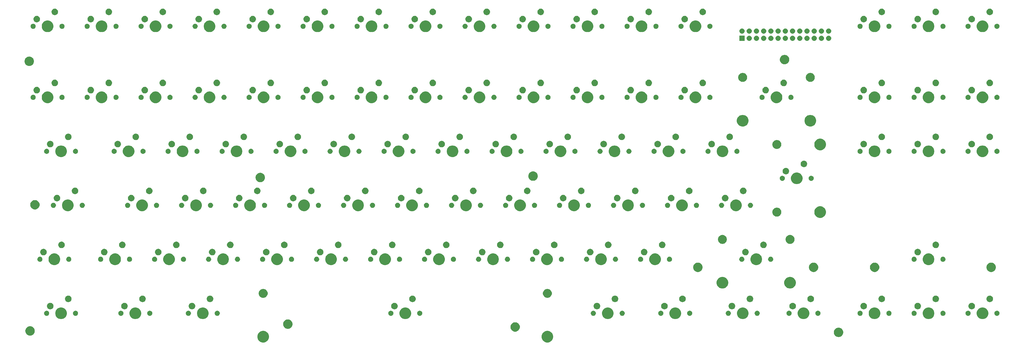
<source format=gbs>
G04 #@! TF.GenerationSoftware,KiCad,Pcbnew,(5.1.0)-1*
G04 #@! TF.CreationDate,2022-03-22T21:13:01+01:00*
G04 #@! TF.ProjectId,keyboard,6b657962-6f61-4726-942e-6b696361645f,rev?*
G04 #@! TF.SameCoordinates,Original*
G04 #@! TF.FileFunction,Soldermask,Bot*
G04 #@! TF.FilePolarity,Negative*
%FSLAX46Y46*%
G04 Gerber Fmt 4.6, Leading zero omitted, Abs format (unit mm)*
G04 Created by KiCad (PCBNEW (5.1.0)-1) date 2022-03-22 21:13:01*
%MOMM*%
%LPD*%
G04 APERTURE LIST*
%ADD10C,0.100000*%
G04 APERTURE END LIST*
D10*
G36*
X217133254Y-152047818D02*
G01*
X217470604Y-152187553D01*
X217506513Y-152202427D01*
X217842436Y-152426884D01*
X218128116Y-152712564D01*
X218307866Y-152981578D01*
X218352574Y-153048489D01*
X218507182Y-153421746D01*
X218586000Y-153817993D01*
X218586000Y-154222007D01*
X218507182Y-154618254D01*
X218352574Y-154991511D01*
X218352573Y-154991513D01*
X218128116Y-155327436D01*
X217842436Y-155613116D01*
X217506513Y-155837573D01*
X217506512Y-155837574D01*
X217506511Y-155837574D01*
X217133254Y-155992182D01*
X216737007Y-156071000D01*
X216332993Y-156071000D01*
X215936746Y-155992182D01*
X215563489Y-155837574D01*
X215563488Y-155837574D01*
X215563487Y-155837573D01*
X215227564Y-155613116D01*
X214941884Y-155327436D01*
X214717427Y-154991513D01*
X214717426Y-154991511D01*
X214562818Y-154618254D01*
X214484000Y-154222007D01*
X214484000Y-153817993D01*
X214562818Y-153421746D01*
X214717426Y-153048489D01*
X214762135Y-152981578D01*
X214941884Y-152712564D01*
X215227564Y-152426884D01*
X215563487Y-152202427D01*
X215599396Y-152187553D01*
X215936746Y-152047818D01*
X216332993Y-151969000D01*
X216737007Y-151969000D01*
X217133254Y-152047818D01*
X217133254Y-152047818D01*
G37*
G36*
X117133254Y-152047818D02*
G01*
X117470604Y-152187553D01*
X117506513Y-152202427D01*
X117842436Y-152426884D01*
X118128116Y-152712564D01*
X118307866Y-152981578D01*
X118352574Y-153048489D01*
X118507182Y-153421746D01*
X118586000Y-153817993D01*
X118586000Y-154222007D01*
X118507182Y-154618254D01*
X118352574Y-154991511D01*
X118352573Y-154991513D01*
X118128116Y-155327436D01*
X117842436Y-155613116D01*
X117506513Y-155837573D01*
X117506512Y-155837574D01*
X117506511Y-155837574D01*
X117133254Y-155992182D01*
X116737007Y-156071000D01*
X116332993Y-156071000D01*
X115936746Y-155992182D01*
X115563489Y-155837574D01*
X115563488Y-155837574D01*
X115563487Y-155837573D01*
X115227564Y-155613116D01*
X114941884Y-155327436D01*
X114717427Y-154991513D01*
X114717426Y-154991511D01*
X114562818Y-154618254D01*
X114484000Y-154222007D01*
X114484000Y-153817993D01*
X114562818Y-153421746D01*
X114717426Y-153048489D01*
X114762135Y-152981578D01*
X114941884Y-152712564D01*
X115227564Y-152426884D01*
X115563487Y-152202427D01*
X115599396Y-152187553D01*
X115936746Y-152047818D01*
X116332993Y-151969000D01*
X116737007Y-151969000D01*
X117133254Y-152047818D01*
X117133254Y-152047818D01*
G37*
G36*
X319330598Y-150882415D02*
G01*
X319481579Y-150912447D01*
X319782042Y-151036903D01*
X320052451Y-151217585D01*
X320282415Y-151447549D01*
X320463097Y-151717958D01*
X320587553Y-152018421D01*
X320596440Y-152063098D01*
X320651000Y-152337389D01*
X320651000Y-152662611D01*
X320608702Y-152875256D01*
X320587553Y-152981579D01*
X320463097Y-153282042D01*
X320282415Y-153552451D01*
X320052451Y-153782415D01*
X319782042Y-153963097D01*
X319481579Y-154087553D01*
X319375256Y-154108702D01*
X319162611Y-154151000D01*
X318837389Y-154151000D01*
X318624744Y-154108702D01*
X318518421Y-154087553D01*
X318217958Y-153963097D01*
X317947549Y-153782415D01*
X317717585Y-153552451D01*
X317536903Y-153282042D01*
X317412447Y-152981579D01*
X317391298Y-152875256D01*
X317349000Y-152662611D01*
X317349000Y-152337389D01*
X317403560Y-152063098D01*
X317412447Y-152018421D01*
X317536903Y-151717958D01*
X317717585Y-151447549D01*
X317947549Y-151217585D01*
X318217958Y-151036903D01*
X318518421Y-150912447D01*
X318669402Y-150882415D01*
X318837389Y-150849000D01*
X319162611Y-150849000D01*
X319330598Y-150882415D01*
X319330598Y-150882415D01*
G37*
G36*
X34828713Y-150382040D02*
G01*
X34981579Y-150412447D01*
X35282042Y-150536903D01*
X35552451Y-150717585D01*
X35782415Y-150947549D01*
X35963097Y-151217958D01*
X35963098Y-151217960D01*
X35999550Y-151305963D01*
X36058198Y-151447551D01*
X36087553Y-151518422D01*
X36151000Y-151837389D01*
X36151000Y-152162611D01*
X36143080Y-152202426D01*
X36087553Y-152481579D01*
X35963097Y-152782042D01*
X35782415Y-153052451D01*
X35552451Y-153282415D01*
X35282042Y-153463097D01*
X34981579Y-153587553D01*
X34875256Y-153608702D01*
X34662611Y-153651000D01*
X34337389Y-153651000D01*
X34124744Y-153608702D01*
X34018421Y-153587553D01*
X33717958Y-153463097D01*
X33447549Y-153282415D01*
X33217585Y-153052451D01*
X33036903Y-152782042D01*
X32912447Y-152481579D01*
X32856920Y-152202426D01*
X32849000Y-152162611D01*
X32849000Y-151837389D01*
X32912447Y-151518422D01*
X32941803Y-151447551D01*
X33000450Y-151305963D01*
X33036902Y-151217960D01*
X33036903Y-151217958D01*
X33217585Y-150947549D01*
X33447549Y-150717585D01*
X33717958Y-150536903D01*
X34018421Y-150412447D01*
X34171287Y-150382040D01*
X34337389Y-150349000D01*
X34662611Y-150349000D01*
X34828713Y-150382040D01*
X34828713Y-150382040D01*
G37*
G36*
X205575256Y-148991298D02*
G01*
X205681579Y-149012447D01*
X205982042Y-149136903D01*
X206252451Y-149317585D01*
X206482415Y-149547549D01*
X206663097Y-149817958D01*
X206772293Y-150081579D01*
X206787553Y-150118422D01*
X206851000Y-150437389D01*
X206851000Y-150762611D01*
X206814213Y-150947549D01*
X206787553Y-151081579D01*
X206663097Y-151382042D01*
X206482415Y-151652451D01*
X206252451Y-151882415D01*
X205982042Y-152063097D01*
X205681579Y-152187553D01*
X205606807Y-152202426D01*
X205362611Y-152251000D01*
X205037389Y-152251000D01*
X204793193Y-152202426D01*
X204718421Y-152187553D01*
X204417958Y-152063097D01*
X204147549Y-151882415D01*
X203917585Y-151652451D01*
X203736903Y-151382042D01*
X203612447Y-151081579D01*
X203585787Y-150947549D01*
X203549000Y-150762611D01*
X203549000Y-150437389D01*
X203612447Y-150118422D01*
X203627708Y-150081579D01*
X203736903Y-149817958D01*
X203917585Y-149547549D01*
X204147549Y-149317585D01*
X204417958Y-149136903D01*
X204718421Y-149012447D01*
X204824744Y-148991298D01*
X205037389Y-148949000D01*
X205362611Y-148949000D01*
X205575256Y-148991298D01*
X205575256Y-148991298D01*
G37*
G36*
X125575256Y-147991298D02*
G01*
X125681579Y-148012447D01*
X125982042Y-148136903D01*
X126252451Y-148317585D01*
X126482415Y-148547549D01*
X126482416Y-148547551D01*
X126663098Y-148817960D01*
X126787553Y-149118422D01*
X126851000Y-149437389D01*
X126851000Y-149762611D01*
X126839990Y-149817960D01*
X126787553Y-150081579D01*
X126772292Y-150118422D01*
X126676784Y-150349000D01*
X126663097Y-150382042D01*
X126482415Y-150652451D01*
X126252451Y-150882415D01*
X125982042Y-151063097D01*
X125681579Y-151187553D01*
X125575256Y-151208702D01*
X125362611Y-151251000D01*
X125037389Y-151251000D01*
X124824744Y-151208702D01*
X124718421Y-151187553D01*
X124417958Y-151063097D01*
X124147549Y-150882415D01*
X123917585Y-150652451D01*
X123736903Y-150382042D01*
X123723217Y-150349000D01*
X123627708Y-150118422D01*
X123612447Y-150081579D01*
X123560010Y-149817960D01*
X123549000Y-149762611D01*
X123549000Y-149437389D01*
X123612447Y-149118422D01*
X123736902Y-148817960D01*
X123917584Y-148547551D01*
X123917585Y-148547549D01*
X124147549Y-148317585D01*
X124417958Y-148136903D01*
X124718421Y-148012447D01*
X124824744Y-147991298D01*
X125037389Y-147949000D01*
X125362611Y-147949000D01*
X125575256Y-147991298D01*
X125575256Y-147991298D01*
G37*
G36*
X332258254Y-143807818D02*
G01*
X332631511Y-143962426D01*
X332631513Y-143962427D01*
X332967436Y-144186884D01*
X333253116Y-144472564D01*
X333477574Y-144808489D01*
X333632182Y-145181746D01*
X333711000Y-145577993D01*
X333711000Y-145982007D01*
X333632182Y-146378254D01*
X333477574Y-146751511D01*
X333477573Y-146751513D01*
X333253116Y-147087436D01*
X332967436Y-147373116D01*
X332631513Y-147597573D01*
X332631512Y-147597574D01*
X332631511Y-147597574D01*
X332258254Y-147752182D01*
X331862007Y-147831000D01*
X331457993Y-147831000D01*
X331061746Y-147752182D01*
X330688489Y-147597574D01*
X330688488Y-147597574D01*
X330688487Y-147597573D01*
X330352564Y-147373116D01*
X330066884Y-147087436D01*
X329842427Y-146751513D01*
X329842426Y-146751511D01*
X329687818Y-146378254D01*
X329609000Y-145982007D01*
X329609000Y-145577993D01*
X329687818Y-145181746D01*
X329842426Y-144808489D01*
X330066884Y-144472564D01*
X330352564Y-144186884D01*
X330688487Y-143962427D01*
X330688489Y-143962426D01*
X331061746Y-143807818D01*
X331457993Y-143729000D01*
X331862007Y-143729000D01*
X332258254Y-143807818D01*
X332258254Y-143807818D01*
G37*
G36*
X285883254Y-143807818D02*
G01*
X286256511Y-143962426D01*
X286256513Y-143962427D01*
X286592436Y-144186884D01*
X286878116Y-144472564D01*
X287102574Y-144808489D01*
X287257182Y-145181746D01*
X287336000Y-145577993D01*
X287336000Y-145982007D01*
X287257182Y-146378254D01*
X287102574Y-146751511D01*
X287102573Y-146751513D01*
X286878116Y-147087436D01*
X286592436Y-147373116D01*
X286256513Y-147597573D01*
X286256512Y-147597574D01*
X286256511Y-147597574D01*
X285883254Y-147752182D01*
X285487007Y-147831000D01*
X285082993Y-147831000D01*
X284686746Y-147752182D01*
X284313489Y-147597574D01*
X284313488Y-147597574D01*
X284313487Y-147597573D01*
X283977564Y-147373116D01*
X283691884Y-147087436D01*
X283467427Y-146751513D01*
X283467426Y-146751511D01*
X283312818Y-146378254D01*
X283234000Y-145982007D01*
X283234000Y-145577993D01*
X283312818Y-145181746D01*
X283467426Y-144808489D01*
X283691884Y-144472564D01*
X283977564Y-144186884D01*
X284313487Y-143962427D01*
X284313489Y-143962426D01*
X284686746Y-143807818D01*
X285082993Y-143729000D01*
X285487007Y-143729000D01*
X285883254Y-143807818D01*
X285883254Y-143807818D01*
G37*
G36*
X351258254Y-143807818D02*
G01*
X351631511Y-143962426D01*
X351631513Y-143962427D01*
X351967436Y-144186884D01*
X352253116Y-144472564D01*
X352477574Y-144808489D01*
X352632182Y-145181746D01*
X352711000Y-145577993D01*
X352711000Y-145982007D01*
X352632182Y-146378254D01*
X352477574Y-146751511D01*
X352477573Y-146751513D01*
X352253116Y-147087436D01*
X351967436Y-147373116D01*
X351631513Y-147597573D01*
X351631512Y-147597574D01*
X351631511Y-147597574D01*
X351258254Y-147752182D01*
X350862007Y-147831000D01*
X350457993Y-147831000D01*
X350061746Y-147752182D01*
X349688489Y-147597574D01*
X349688488Y-147597574D01*
X349688487Y-147597573D01*
X349352564Y-147373116D01*
X349066884Y-147087436D01*
X348842427Y-146751513D01*
X348842426Y-146751511D01*
X348687818Y-146378254D01*
X348609000Y-145982007D01*
X348609000Y-145577993D01*
X348687818Y-145181746D01*
X348842426Y-144808489D01*
X349066884Y-144472564D01*
X349352564Y-144186884D01*
X349688487Y-143962427D01*
X349688489Y-143962426D01*
X350061746Y-143807818D01*
X350457993Y-143729000D01*
X350862007Y-143729000D01*
X351258254Y-143807818D01*
X351258254Y-143807818D01*
G37*
G36*
X307258254Y-143807818D02*
G01*
X307631511Y-143962426D01*
X307631513Y-143962427D01*
X307967436Y-144186884D01*
X308253116Y-144472564D01*
X308477574Y-144808489D01*
X308632182Y-145181746D01*
X308711000Y-145577993D01*
X308711000Y-145982007D01*
X308632182Y-146378254D01*
X308477574Y-146751511D01*
X308477573Y-146751513D01*
X308253116Y-147087436D01*
X307967436Y-147373116D01*
X307631513Y-147597573D01*
X307631512Y-147597574D01*
X307631511Y-147597574D01*
X307258254Y-147752182D01*
X306862007Y-147831000D01*
X306457993Y-147831000D01*
X306061746Y-147752182D01*
X305688489Y-147597574D01*
X305688488Y-147597574D01*
X305688487Y-147597573D01*
X305352564Y-147373116D01*
X305066884Y-147087436D01*
X304842427Y-146751513D01*
X304842426Y-146751511D01*
X304687818Y-146378254D01*
X304609000Y-145982007D01*
X304609000Y-145577993D01*
X304687818Y-145181746D01*
X304842426Y-144808489D01*
X305066884Y-144472564D01*
X305352564Y-144186884D01*
X305688487Y-143962427D01*
X305688489Y-143962426D01*
X306061746Y-143807818D01*
X306457993Y-143729000D01*
X306862007Y-143729000D01*
X307258254Y-143807818D01*
X307258254Y-143807818D01*
G37*
G36*
X238383254Y-143807818D02*
G01*
X238756511Y-143962426D01*
X238756513Y-143962427D01*
X239092436Y-144186884D01*
X239378116Y-144472564D01*
X239602574Y-144808489D01*
X239757182Y-145181746D01*
X239836000Y-145577993D01*
X239836000Y-145982007D01*
X239757182Y-146378254D01*
X239602574Y-146751511D01*
X239602573Y-146751513D01*
X239378116Y-147087436D01*
X239092436Y-147373116D01*
X238756513Y-147597573D01*
X238756512Y-147597574D01*
X238756511Y-147597574D01*
X238383254Y-147752182D01*
X237987007Y-147831000D01*
X237582993Y-147831000D01*
X237186746Y-147752182D01*
X236813489Y-147597574D01*
X236813488Y-147597574D01*
X236813487Y-147597573D01*
X236477564Y-147373116D01*
X236191884Y-147087436D01*
X235967427Y-146751513D01*
X235967426Y-146751511D01*
X235812818Y-146378254D01*
X235734000Y-145982007D01*
X235734000Y-145577993D01*
X235812818Y-145181746D01*
X235967426Y-144808489D01*
X236191884Y-144472564D01*
X236477564Y-144186884D01*
X236813487Y-143962427D01*
X236813489Y-143962426D01*
X237186746Y-143807818D01*
X237582993Y-143729000D01*
X237987007Y-143729000D01*
X238383254Y-143807818D01*
X238383254Y-143807818D01*
G37*
G36*
X95883254Y-143807818D02*
G01*
X96256511Y-143962426D01*
X96256513Y-143962427D01*
X96592436Y-144186884D01*
X96878116Y-144472564D01*
X97102574Y-144808489D01*
X97257182Y-145181746D01*
X97336000Y-145577993D01*
X97336000Y-145982007D01*
X97257182Y-146378254D01*
X97102574Y-146751511D01*
X97102573Y-146751513D01*
X96878116Y-147087436D01*
X96592436Y-147373116D01*
X96256513Y-147597573D01*
X96256512Y-147597574D01*
X96256511Y-147597574D01*
X95883254Y-147752182D01*
X95487007Y-147831000D01*
X95082993Y-147831000D01*
X94686746Y-147752182D01*
X94313489Y-147597574D01*
X94313488Y-147597574D01*
X94313487Y-147597573D01*
X93977564Y-147373116D01*
X93691884Y-147087436D01*
X93467427Y-146751513D01*
X93467426Y-146751511D01*
X93312818Y-146378254D01*
X93234000Y-145982007D01*
X93234000Y-145577993D01*
X93312818Y-145181746D01*
X93467426Y-144808489D01*
X93691884Y-144472564D01*
X93977564Y-144186884D01*
X94313487Y-143962427D01*
X94313489Y-143962426D01*
X94686746Y-143807818D01*
X95082993Y-143729000D01*
X95487007Y-143729000D01*
X95883254Y-143807818D01*
X95883254Y-143807818D01*
G37*
G36*
X72133254Y-143807818D02*
G01*
X72506511Y-143962426D01*
X72506513Y-143962427D01*
X72842436Y-144186884D01*
X73128116Y-144472564D01*
X73352574Y-144808489D01*
X73507182Y-145181746D01*
X73586000Y-145577993D01*
X73586000Y-145982007D01*
X73507182Y-146378254D01*
X73352574Y-146751511D01*
X73352573Y-146751513D01*
X73128116Y-147087436D01*
X72842436Y-147373116D01*
X72506513Y-147597573D01*
X72506512Y-147597574D01*
X72506511Y-147597574D01*
X72133254Y-147752182D01*
X71737007Y-147831000D01*
X71332993Y-147831000D01*
X70936746Y-147752182D01*
X70563489Y-147597574D01*
X70563488Y-147597574D01*
X70563487Y-147597573D01*
X70227564Y-147373116D01*
X69941884Y-147087436D01*
X69717427Y-146751513D01*
X69717426Y-146751511D01*
X69562818Y-146378254D01*
X69484000Y-145982007D01*
X69484000Y-145577993D01*
X69562818Y-145181746D01*
X69717426Y-144808489D01*
X69941884Y-144472564D01*
X70227564Y-144186884D01*
X70563487Y-143962427D01*
X70563489Y-143962426D01*
X70936746Y-143807818D01*
X71332993Y-143729000D01*
X71737007Y-143729000D01*
X72133254Y-143807818D01*
X72133254Y-143807818D01*
G37*
G36*
X167133254Y-143807818D02*
G01*
X167506511Y-143962426D01*
X167506513Y-143962427D01*
X167842436Y-144186884D01*
X168128116Y-144472564D01*
X168352574Y-144808489D01*
X168507182Y-145181746D01*
X168586000Y-145577993D01*
X168586000Y-145982007D01*
X168507182Y-146378254D01*
X168352574Y-146751511D01*
X168352573Y-146751513D01*
X168128116Y-147087436D01*
X167842436Y-147373116D01*
X167506513Y-147597573D01*
X167506512Y-147597574D01*
X167506511Y-147597574D01*
X167133254Y-147752182D01*
X166737007Y-147831000D01*
X166332993Y-147831000D01*
X165936746Y-147752182D01*
X165563489Y-147597574D01*
X165563488Y-147597574D01*
X165563487Y-147597573D01*
X165227564Y-147373116D01*
X164941884Y-147087436D01*
X164717427Y-146751513D01*
X164717426Y-146751511D01*
X164562818Y-146378254D01*
X164484000Y-145982007D01*
X164484000Y-145577993D01*
X164562818Y-145181746D01*
X164717426Y-144808489D01*
X164941884Y-144472564D01*
X165227564Y-144186884D01*
X165563487Y-143962427D01*
X165563489Y-143962426D01*
X165936746Y-143807818D01*
X166332993Y-143729000D01*
X166737007Y-143729000D01*
X167133254Y-143807818D01*
X167133254Y-143807818D01*
G37*
G36*
X262133254Y-143807818D02*
G01*
X262506511Y-143962426D01*
X262506513Y-143962427D01*
X262842436Y-144186884D01*
X263128116Y-144472564D01*
X263352574Y-144808489D01*
X263507182Y-145181746D01*
X263586000Y-145577993D01*
X263586000Y-145982007D01*
X263507182Y-146378254D01*
X263352574Y-146751511D01*
X263352573Y-146751513D01*
X263128116Y-147087436D01*
X262842436Y-147373116D01*
X262506513Y-147597573D01*
X262506512Y-147597574D01*
X262506511Y-147597574D01*
X262133254Y-147752182D01*
X261737007Y-147831000D01*
X261332993Y-147831000D01*
X260936746Y-147752182D01*
X260563489Y-147597574D01*
X260563488Y-147597574D01*
X260563487Y-147597573D01*
X260227564Y-147373116D01*
X259941884Y-147087436D01*
X259717427Y-146751513D01*
X259717426Y-146751511D01*
X259562818Y-146378254D01*
X259484000Y-145982007D01*
X259484000Y-145577993D01*
X259562818Y-145181746D01*
X259717426Y-144808489D01*
X259941884Y-144472564D01*
X260227564Y-144186884D01*
X260563487Y-143962427D01*
X260563489Y-143962426D01*
X260936746Y-143807818D01*
X261332993Y-143729000D01*
X261737007Y-143729000D01*
X262133254Y-143807818D01*
X262133254Y-143807818D01*
G37*
G36*
X370258254Y-143807818D02*
G01*
X370631511Y-143962426D01*
X370631513Y-143962427D01*
X370967436Y-144186884D01*
X371253116Y-144472564D01*
X371477574Y-144808489D01*
X371632182Y-145181746D01*
X371711000Y-145577993D01*
X371711000Y-145982007D01*
X371632182Y-146378254D01*
X371477574Y-146751511D01*
X371477573Y-146751513D01*
X371253116Y-147087436D01*
X370967436Y-147373116D01*
X370631513Y-147597573D01*
X370631512Y-147597574D01*
X370631511Y-147597574D01*
X370258254Y-147752182D01*
X369862007Y-147831000D01*
X369457993Y-147831000D01*
X369061746Y-147752182D01*
X368688489Y-147597574D01*
X368688488Y-147597574D01*
X368688487Y-147597573D01*
X368352564Y-147373116D01*
X368066884Y-147087436D01*
X367842427Y-146751513D01*
X367842426Y-146751511D01*
X367687818Y-146378254D01*
X367609000Y-145982007D01*
X367609000Y-145577993D01*
X367687818Y-145181746D01*
X367842426Y-144808489D01*
X368066884Y-144472564D01*
X368352564Y-144186884D01*
X368688487Y-143962427D01*
X368688489Y-143962426D01*
X369061746Y-143807818D01*
X369457993Y-143729000D01*
X369862007Y-143729000D01*
X370258254Y-143807818D01*
X370258254Y-143807818D01*
G37*
G36*
X46008254Y-143807818D02*
G01*
X46381511Y-143962426D01*
X46381513Y-143962427D01*
X46717436Y-144186884D01*
X47003116Y-144472564D01*
X47227574Y-144808489D01*
X47382182Y-145181746D01*
X47461000Y-145577993D01*
X47461000Y-145982007D01*
X47382182Y-146378254D01*
X47227574Y-146751511D01*
X47227573Y-146751513D01*
X47003116Y-147087436D01*
X46717436Y-147373116D01*
X46381513Y-147597573D01*
X46381512Y-147597574D01*
X46381511Y-147597574D01*
X46008254Y-147752182D01*
X45612007Y-147831000D01*
X45207993Y-147831000D01*
X44811746Y-147752182D01*
X44438489Y-147597574D01*
X44438488Y-147597574D01*
X44438487Y-147597573D01*
X44102564Y-147373116D01*
X43816884Y-147087436D01*
X43592427Y-146751513D01*
X43592426Y-146751511D01*
X43437818Y-146378254D01*
X43359000Y-145982007D01*
X43359000Y-145577993D01*
X43437818Y-145181746D01*
X43592426Y-144808489D01*
X43816884Y-144472564D01*
X44102564Y-144186884D01*
X44438487Y-143962427D01*
X44438489Y-143962426D01*
X44811746Y-143807818D01*
X45207993Y-143729000D01*
X45612007Y-143729000D01*
X46008254Y-143807818D01*
X46008254Y-143807818D01*
G37*
G36*
X326693512Y-144883927D02*
G01*
X326842812Y-144913624D01*
X327006784Y-144981544D01*
X327154354Y-145080147D01*
X327279853Y-145205646D01*
X327378456Y-145353216D01*
X327446376Y-145517188D01*
X327481000Y-145691259D01*
X327481000Y-145868741D01*
X327446376Y-146042812D01*
X327378456Y-146206784D01*
X327279853Y-146354354D01*
X327154354Y-146479853D01*
X327006784Y-146578456D01*
X326842812Y-146646376D01*
X326693512Y-146676073D01*
X326668742Y-146681000D01*
X326491258Y-146681000D01*
X326466488Y-146676073D01*
X326317188Y-146646376D01*
X326153216Y-146578456D01*
X326005646Y-146479853D01*
X325880147Y-146354354D01*
X325781544Y-146206784D01*
X325713624Y-146042812D01*
X325679000Y-145868741D01*
X325679000Y-145691259D01*
X325713624Y-145517188D01*
X325781544Y-145353216D01*
X325880147Y-145205646D01*
X326005646Y-145080147D01*
X326153216Y-144981544D01*
X326317188Y-144913624D01*
X326466488Y-144883927D01*
X326491258Y-144879000D01*
X326668742Y-144879000D01*
X326693512Y-144883927D01*
X326693512Y-144883927D01*
G37*
G36*
X50603512Y-144883927D02*
G01*
X50752812Y-144913624D01*
X50916784Y-144981544D01*
X51064354Y-145080147D01*
X51189853Y-145205646D01*
X51288456Y-145353216D01*
X51356376Y-145517188D01*
X51391000Y-145691259D01*
X51391000Y-145868741D01*
X51356376Y-146042812D01*
X51288456Y-146206784D01*
X51189853Y-146354354D01*
X51064354Y-146479853D01*
X50916784Y-146578456D01*
X50752812Y-146646376D01*
X50603512Y-146676073D01*
X50578742Y-146681000D01*
X50401258Y-146681000D01*
X50376488Y-146676073D01*
X50227188Y-146646376D01*
X50063216Y-146578456D01*
X49915646Y-146479853D01*
X49790147Y-146354354D01*
X49691544Y-146206784D01*
X49623624Y-146042812D01*
X49589000Y-145868741D01*
X49589000Y-145691259D01*
X49623624Y-145517188D01*
X49691544Y-145353216D01*
X49790147Y-145205646D01*
X49915646Y-145080147D01*
X50063216Y-144981544D01*
X50227188Y-144913624D01*
X50376488Y-144883927D01*
X50401258Y-144879000D01*
X50578742Y-144879000D01*
X50603512Y-144883927D01*
X50603512Y-144883927D01*
G37*
G36*
X40443512Y-144883927D02*
G01*
X40592812Y-144913624D01*
X40756784Y-144981544D01*
X40904354Y-145080147D01*
X41029853Y-145205646D01*
X41128456Y-145353216D01*
X41196376Y-145517188D01*
X41231000Y-145691259D01*
X41231000Y-145868741D01*
X41196376Y-146042812D01*
X41128456Y-146206784D01*
X41029853Y-146354354D01*
X40904354Y-146479853D01*
X40756784Y-146578456D01*
X40592812Y-146646376D01*
X40443512Y-146676073D01*
X40418742Y-146681000D01*
X40241258Y-146681000D01*
X40216488Y-146676073D01*
X40067188Y-146646376D01*
X39903216Y-146578456D01*
X39755646Y-146479853D01*
X39630147Y-146354354D01*
X39531544Y-146206784D01*
X39463624Y-146042812D01*
X39429000Y-145868741D01*
X39429000Y-145691259D01*
X39463624Y-145517188D01*
X39531544Y-145353216D01*
X39630147Y-145205646D01*
X39755646Y-145080147D01*
X39903216Y-144981544D01*
X40067188Y-144913624D01*
X40216488Y-144883927D01*
X40241258Y-144879000D01*
X40418742Y-144879000D01*
X40443512Y-144883927D01*
X40443512Y-144883927D01*
G37*
G36*
X290478512Y-144883927D02*
G01*
X290627812Y-144913624D01*
X290791784Y-144981544D01*
X290939354Y-145080147D01*
X291064853Y-145205646D01*
X291163456Y-145353216D01*
X291231376Y-145517188D01*
X291266000Y-145691259D01*
X291266000Y-145868741D01*
X291231376Y-146042812D01*
X291163456Y-146206784D01*
X291064853Y-146354354D01*
X290939354Y-146479853D01*
X290791784Y-146578456D01*
X290627812Y-146646376D01*
X290478512Y-146676073D01*
X290453742Y-146681000D01*
X290276258Y-146681000D01*
X290251488Y-146676073D01*
X290102188Y-146646376D01*
X289938216Y-146578456D01*
X289790646Y-146479853D01*
X289665147Y-146354354D01*
X289566544Y-146206784D01*
X289498624Y-146042812D01*
X289464000Y-145868741D01*
X289464000Y-145691259D01*
X289498624Y-145517188D01*
X289566544Y-145353216D01*
X289665147Y-145205646D01*
X289790646Y-145080147D01*
X289938216Y-144981544D01*
X290102188Y-144913624D01*
X290251488Y-144883927D01*
X290276258Y-144879000D01*
X290453742Y-144879000D01*
X290478512Y-144883927D01*
X290478512Y-144883927D01*
G37*
G36*
X374853512Y-144883927D02*
G01*
X375002812Y-144913624D01*
X375166784Y-144981544D01*
X375314354Y-145080147D01*
X375439853Y-145205646D01*
X375538456Y-145353216D01*
X375606376Y-145517188D01*
X375641000Y-145691259D01*
X375641000Y-145868741D01*
X375606376Y-146042812D01*
X375538456Y-146206784D01*
X375439853Y-146354354D01*
X375314354Y-146479853D01*
X375166784Y-146578456D01*
X375002812Y-146646376D01*
X374853512Y-146676073D01*
X374828742Y-146681000D01*
X374651258Y-146681000D01*
X374626488Y-146676073D01*
X374477188Y-146646376D01*
X374313216Y-146578456D01*
X374165646Y-146479853D01*
X374040147Y-146354354D01*
X373941544Y-146206784D01*
X373873624Y-146042812D01*
X373839000Y-145868741D01*
X373839000Y-145691259D01*
X373873624Y-145517188D01*
X373941544Y-145353216D01*
X374040147Y-145205646D01*
X374165646Y-145080147D01*
X374313216Y-144981544D01*
X374477188Y-144913624D01*
X374626488Y-144883927D01*
X374651258Y-144879000D01*
X374828742Y-144879000D01*
X374853512Y-144883927D01*
X374853512Y-144883927D01*
G37*
G36*
X256568512Y-144883927D02*
G01*
X256717812Y-144913624D01*
X256881784Y-144981544D01*
X257029354Y-145080147D01*
X257154853Y-145205646D01*
X257253456Y-145353216D01*
X257321376Y-145517188D01*
X257356000Y-145691259D01*
X257356000Y-145868741D01*
X257321376Y-146042812D01*
X257253456Y-146206784D01*
X257154853Y-146354354D01*
X257029354Y-146479853D01*
X256881784Y-146578456D01*
X256717812Y-146646376D01*
X256568512Y-146676073D01*
X256543742Y-146681000D01*
X256366258Y-146681000D01*
X256341488Y-146676073D01*
X256192188Y-146646376D01*
X256028216Y-146578456D01*
X255880646Y-146479853D01*
X255755147Y-146354354D01*
X255656544Y-146206784D01*
X255588624Y-146042812D01*
X255554000Y-145868741D01*
X255554000Y-145691259D01*
X255588624Y-145517188D01*
X255656544Y-145353216D01*
X255755147Y-145205646D01*
X255880646Y-145080147D01*
X256028216Y-144981544D01*
X256192188Y-144913624D01*
X256341488Y-144883927D01*
X256366258Y-144879000D01*
X256543742Y-144879000D01*
X256568512Y-144883927D01*
X256568512Y-144883927D01*
G37*
G36*
X232818512Y-144883927D02*
G01*
X232967812Y-144913624D01*
X233131784Y-144981544D01*
X233279354Y-145080147D01*
X233404853Y-145205646D01*
X233503456Y-145353216D01*
X233571376Y-145517188D01*
X233606000Y-145691259D01*
X233606000Y-145868741D01*
X233571376Y-146042812D01*
X233503456Y-146206784D01*
X233404853Y-146354354D01*
X233279354Y-146479853D01*
X233131784Y-146578456D01*
X232967812Y-146646376D01*
X232818512Y-146676073D01*
X232793742Y-146681000D01*
X232616258Y-146681000D01*
X232591488Y-146676073D01*
X232442188Y-146646376D01*
X232278216Y-146578456D01*
X232130646Y-146479853D01*
X232005147Y-146354354D01*
X231906544Y-146206784D01*
X231838624Y-146042812D01*
X231804000Y-145868741D01*
X231804000Y-145691259D01*
X231838624Y-145517188D01*
X231906544Y-145353216D01*
X232005147Y-145205646D01*
X232130646Y-145080147D01*
X232278216Y-144981544D01*
X232442188Y-144913624D01*
X232591488Y-144883927D01*
X232616258Y-144879000D01*
X232793742Y-144879000D01*
X232818512Y-144883927D01*
X232818512Y-144883927D01*
G37*
G36*
X242978512Y-144883927D02*
G01*
X243127812Y-144913624D01*
X243291784Y-144981544D01*
X243439354Y-145080147D01*
X243564853Y-145205646D01*
X243663456Y-145353216D01*
X243731376Y-145517188D01*
X243766000Y-145691259D01*
X243766000Y-145868741D01*
X243731376Y-146042812D01*
X243663456Y-146206784D01*
X243564853Y-146354354D01*
X243439354Y-146479853D01*
X243291784Y-146578456D01*
X243127812Y-146646376D01*
X242978512Y-146676073D01*
X242953742Y-146681000D01*
X242776258Y-146681000D01*
X242751488Y-146676073D01*
X242602188Y-146646376D01*
X242438216Y-146578456D01*
X242290646Y-146479853D01*
X242165147Y-146354354D01*
X242066544Y-146206784D01*
X241998624Y-146042812D01*
X241964000Y-145868741D01*
X241964000Y-145691259D01*
X241998624Y-145517188D01*
X242066544Y-145353216D01*
X242165147Y-145205646D01*
X242290646Y-145080147D01*
X242438216Y-144981544D01*
X242602188Y-144913624D01*
X242751488Y-144883927D01*
X242776258Y-144879000D01*
X242953742Y-144879000D01*
X242978512Y-144883927D01*
X242978512Y-144883927D01*
G37*
G36*
X301693512Y-144883927D02*
G01*
X301842812Y-144913624D01*
X302006784Y-144981544D01*
X302154354Y-145080147D01*
X302279853Y-145205646D01*
X302378456Y-145353216D01*
X302446376Y-145517188D01*
X302481000Y-145691259D01*
X302481000Y-145868741D01*
X302446376Y-146042812D01*
X302378456Y-146206784D01*
X302279853Y-146354354D01*
X302154354Y-146479853D01*
X302006784Y-146578456D01*
X301842812Y-146646376D01*
X301693512Y-146676073D01*
X301668742Y-146681000D01*
X301491258Y-146681000D01*
X301466488Y-146676073D01*
X301317188Y-146646376D01*
X301153216Y-146578456D01*
X301005646Y-146479853D01*
X300880147Y-146354354D01*
X300781544Y-146206784D01*
X300713624Y-146042812D01*
X300679000Y-145868741D01*
X300679000Y-145691259D01*
X300713624Y-145517188D01*
X300781544Y-145353216D01*
X300880147Y-145205646D01*
X301005646Y-145080147D01*
X301153216Y-144981544D01*
X301317188Y-144913624D01*
X301466488Y-144883927D01*
X301491258Y-144879000D01*
X301668742Y-144879000D01*
X301693512Y-144883927D01*
X301693512Y-144883927D01*
G37*
G36*
X280318512Y-144883927D02*
G01*
X280467812Y-144913624D01*
X280631784Y-144981544D01*
X280779354Y-145080147D01*
X280904853Y-145205646D01*
X281003456Y-145353216D01*
X281071376Y-145517188D01*
X281106000Y-145691259D01*
X281106000Y-145868741D01*
X281071376Y-146042812D01*
X281003456Y-146206784D01*
X280904853Y-146354354D01*
X280779354Y-146479853D01*
X280631784Y-146578456D01*
X280467812Y-146646376D01*
X280318512Y-146676073D01*
X280293742Y-146681000D01*
X280116258Y-146681000D01*
X280091488Y-146676073D01*
X279942188Y-146646376D01*
X279778216Y-146578456D01*
X279630646Y-146479853D01*
X279505147Y-146354354D01*
X279406544Y-146206784D01*
X279338624Y-146042812D01*
X279304000Y-145868741D01*
X279304000Y-145691259D01*
X279338624Y-145517188D01*
X279406544Y-145353216D01*
X279505147Y-145205646D01*
X279630646Y-145080147D01*
X279778216Y-144981544D01*
X279942188Y-144913624D01*
X280091488Y-144883927D01*
X280116258Y-144879000D01*
X280293742Y-144879000D01*
X280318512Y-144883927D01*
X280318512Y-144883927D01*
G37*
G36*
X266728512Y-144883927D02*
G01*
X266877812Y-144913624D01*
X267041784Y-144981544D01*
X267189354Y-145080147D01*
X267314853Y-145205646D01*
X267413456Y-145353216D01*
X267481376Y-145517188D01*
X267516000Y-145691259D01*
X267516000Y-145868741D01*
X267481376Y-146042812D01*
X267413456Y-146206784D01*
X267314853Y-146354354D01*
X267189354Y-146479853D01*
X267041784Y-146578456D01*
X266877812Y-146646376D01*
X266728512Y-146676073D01*
X266703742Y-146681000D01*
X266526258Y-146681000D01*
X266501488Y-146676073D01*
X266352188Y-146646376D01*
X266188216Y-146578456D01*
X266040646Y-146479853D01*
X265915147Y-146354354D01*
X265816544Y-146206784D01*
X265748624Y-146042812D01*
X265714000Y-145868741D01*
X265714000Y-145691259D01*
X265748624Y-145517188D01*
X265816544Y-145353216D01*
X265915147Y-145205646D01*
X266040646Y-145080147D01*
X266188216Y-144981544D01*
X266352188Y-144913624D01*
X266501488Y-144883927D01*
X266526258Y-144879000D01*
X266703742Y-144879000D01*
X266728512Y-144883927D01*
X266728512Y-144883927D01*
G37*
G36*
X171728512Y-144883927D02*
G01*
X171877812Y-144913624D01*
X172041784Y-144981544D01*
X172189354Y-145080147D01*
X172314853Y-145205646D01*
X172413456Y-145353216D01*
X172481376Y-145517188D01*
X172516000Y-145691259D01*
X172516000Y-145868741D01*
X172481376Y-146042812D01*
X172413456Y-146206784D01*
X172314853Y-146354354D01*
X172189354Y-146479853D01*
X172041784Y-146578456D01*
X171877812Y-146646376D01*
X171728512Y-146676073D01*
X171703742Y-146681000D01*
X171526258Y-146681000D01*
X171501488Y-146676073D01*
X171352188Y-146646376D01*
X171188216Y-146578456D01*
X171040646Y-146479853D01*
X170915147Y-146354354D01*
X170816544Y-146206784D01*
X170748624Y-146042812D01*
X170714000Y-145868741D01*
X170714000Y-145691259D01*
X170748624Y-145517188D01*
X170816544Y-145353216D01*
X170915147Y-145205646D01*
X171040646Y-145080147D01*
X171188216Y-144981544D01*
X171352188Y-144913624D01*
X171501488Y-144883927D01*
X171526258Y-144879000D01*
X171703742Y-144879000D01*
X171728512Y-144883927D01*
X171728512Y-144883927D01*
G37*
G36*
X336853512Y-144883927D02*
G01*
X337002812Y-144913624D01*
X337166784Y-144981544D01*
X337314354Y-145080147D01*
X337439853Y-145205646D01*
X337538456Y-145353216D01*
X337606376Y-145517188D01*
X337641000Y-145691259D01*
X337641000Y-145868741D01*
X337606376Y-146042812D01*
X337538456Y-146206784D01*
X337439853Y-146354354D01*
X337314354Y-146479853D01*
X337166784Y-146578456D01*
X337002812Y-146646376D01*
X336853512Y-146676073D01*
X336828742Y-146681000D01*
X336651258Y-146681000D01*
X336626488Y-146676073D01*
X336477188Y-146646376D01*
X336313216Y-146578456D01*
X336165646Y-146479853D01*
X336040147Y-146354354D01*
X335941544Y-146206784D01*
X335873624Y-146042812D01*
X335839000Y-145868741D01*
X335839000Y-145691259D01*
X335873624Y-145517188D01*
X335941544Y-145353216D01*
X336040147Y-145205646D01*
X336165646Y-145080147D01*
X336313216Y-144981544D01*
X336477188Y-144913624D01*
X336626488Y-144883927D01*
X336651258Y-144879000D01*
X336828742Y-144879000D01*
X336853512Y-144883927D01*
X336853512Y-144883927D01*
G37*
G36*
X345693512Y-144883927D02*
G01*
X345842812Y-144913624D01*
X346006784Y-144981544D01*
X346154354Y-145080147D01*
X346279853Y-145205646D01*
X346378456Y-145353216D01*
X346446376Y-145517188D01*
X346481000Y-145691259D01*
X346481000Y-145868741D01*
X346446376Y-146042812D01*
X346378456Y-146206784D01*
X346279853Y-146354354D01*
X346154354Y-146479853D01*
X346006784Y-146578456D01*
X345842812Y-146646376D01*
X345693512Y-146676073D01*
X345668742Y-146681000D01*
X345491258Y-146681000D01*
X345466488Y-146676073D01*
X345317188Y-146646376D01*
X345153216Y-146578456D01*
X345005646Y-146479853D01*
X344880147Y-146354354D01*
X344781544Y-146206784D01*
X344713624Y-146042812D01*
X344679000Y-145868741D01*
X344679000Y-145691259D01*
X344713624Y-145517188D01*
X344781544Y-145353216D01*
X344880147Y-145205646D01*
X345005646Y-145080147D01*
X345153216Y-144981544D01*
X345317188Y-144913624D01*
X345466488Y-144883927D01*
X345491258Y-144879000D01*
X345668742Y-144879000D01*
X345693512Y-144883927D01*
X345693512Y-144883927D01*
G37*
G36*
X355853512Y-144883927D02*
G01*
X356002812Y-144913624D01*
X356166784Y-144981544D01*
X356314354Y-145080147D01*
X356439853Y-145205646D01*
X356538456Y-145353216D01*
X356606376Y-145517188D01*
X356641000Y-145691259D01*
X356641000Y-145868741D01*
X356606376Y-146042812D01*
X356538456Y-146206784D01*
X356439853Y-146354354D01*
X356314354Y-146479853D01*
X356166784Y-146578456D01*
X356002812Y-146646376D01*
X355853512Y-146676073D01*
X355828742Y-146681000D01*
X355651258Y-146681000D01*
X355626488Y-146676073D01*
X355477188Y-146646376D01*
X355313216Y-146578456D01*
X355165646Y-146479853D01*
X355040147Y-146354354D01*
X354941544Y-146206784D01*
X354873624Y-146042812D01*
X354839000Y-145868741D01*
X354839000Y-145691259D01*
X354873624Y-145517188D01*
X354941544Y-145353216D01*
X355040147Y-145205646D01*
X355165646Y-145080147D01*
X355313216Y-144981544D01*
X355477188Y-144913624D01*
X355626488Y-144883927D01*
X355651258Y-144879000D01*
X355828742Y-144879000D01*
X355853512Y-144883927D01*
X355853512Y-144883927D01*
G37*
G36*
X66568512Y-144883927D02*
G01*
X66717812Y-144913624D01*
X66881784Y-144981544D01*
X67029354Y-145080147D01*
X67154853Y-145205646D01*
X67253456Y-145353216D01*
X67321376Y-145517188D01*
X67356000Y-145691259D01*
X67356000Y-145868741D01*
X67321376Y-146042812D01*
X67253456Y-146206784D01*
X67154853Y-146354354D01*
X67029354Y-146479853D01*
X66881784Y-146578456D01*
X66717812Y-146646376D01*
X66568512Y-146676073D01*
X66543742Y-146681000D01*
X66366258Y-146681000D01*
X66341488Y-146676073D01*
X66192188Y-146646376D01*
X66028216Y-146578456D01*
X65880646Y-146479853D01*
X65755147Y-146354354D01*
X65656544Y-146206784D01*
X65588624Y-146042812D01*
X65554000Y-145868741D01*
X65554000Y-145691259D01*
X65588624Y-145517188D01*
X65656544Y-145353216D01*
X65755147Y-145205646D01*
X65880646Y-145080147D01*
X66028216Y-144981544D01*
X66192188Y-144913624D01*
X66341488Y-144883927D01*
X66366258Y-144879000D01*
X66543742Y-144879000D01*
X66568512Y-144883927D01*
X66568512Y-144883927D01*
G37*
G36*
X90318512Y-144883927D02*
G01*
X90467812Y-144913624D01*
X90631784Y-144981544D01*
X90779354Y-145080147D01*
X90904853Y-145205646D01*
X91003456Y-145353216D01*
X91071376Y-145517188D01*
X91106000Y-145691259D01*
X91106000Y-145868741D01*
X91071376Y-146042812D01*
X91003456Y-146206784D01*
X90904853Y-146354354D01*
X90779354Y-146479853D01*
X90631784Y-146578456D01*
X90467812Y-146646376D01*
X90318512Y-146676073D01*
X90293742Y-146681000D01*
X90116258Y-146681000D01*
X90091488Y-146676073D01*
X89942188Y-146646376D01*
X89778216Y-146578456D01*
X89630646Y-146479853D01*
X89505147Y-146354354D01*
X89406544Y-146206784D01*
X89338624Y-146042812D01*
X89304000Y-145868741D01*
X89304000Y-145691259D01*
X89338624Y-145517188D01*
X89406544Y-145353216D01*
X89505147Y-145205646D01*
X89630646Y-145080147D01*
X89778216Y-144981544D01*
X89942188Y-144913624D01*
X90091488Y-144883927D01*
X90116258Y-144879000D01*
X90293742Y-144879000D01*
X90318512Y-144883927D01*
X90318512Y-144883927D01*
G37*
G36*
X76728512Y-144883927D02*
G01*
X76877812Y-144913624D01*
X77041784Y-144981544D01*
X77189354Y-145080147D01*
X77314853Y-145205646D01*
X77413456Y-145353216D01*
X77481376Y-145517188D01*
X77516000Y-145691259D01*
X77516000Y-145868741D01*
X77481376Y-146042812D01*
X77413456Y-146206784D01*
X77314853Y-146354354D01*
X77189354Y-146479853D01*
X77041784Y-146578456D01*
X76877812Y-146646376D01*
X76728512Y-146676073D01*
X76703742Y-146681000D01*
X76526258Y-146681000D01*
X76501488Y-146676073D01*
X76352188Y-146646376D01*
X76188216Y-146578456D01*
X76040646Y-146479853D01*
X75915147Y-146354354D01*
X75816544Y-146206784D01*
X75748624Y-146042812D01*
X75714000Y-145868741D01*
X75714000Y-145691259D01*
X75748624Y-145517188D01*
X75816544Y-145353216D01*
X75915147Y-145205646D01*
X76040646Y-145080147D01*
X76188216Y-144981544D01*
X76352188Y-144913624D01*
X76501488Y-144883927D01*
X76526258Y-144879000D01*
X76703742Y-144879000D01*
X76728512Y-144883927D01*
X76728512Y-144883927D01*
G37*
G36*
X364693512Y-144883927D02*
G01*
X364842812Y-144913624D01*
X365006784Y-144981544D01*
X365154354Y-145080147D01*
X365279853Y-145205646D01*
X365378456Y-145353216D01*
X365446376Y-145517188D01*
X365481000Y-145691259D01*
X365481000Y-145868741D01*
X365446376Y-146042812D01*
X365378456Y-146206784D01*
X365279853Y-146354354D01*
X365154354Y-146479853D01*
X365006784Y-146578456D01*
X364842812Y-146646376D01*
X364693512Y-146676073D01*
X364668742Y-146681000D01*
X364491258Y-146681000D01*
X364466488Y-146676073D01*
X364317188Y-146646376D01*
X364153216Y-146578456D01*
X364005646Y-146479853D01*
X363880147Y-146354354D01*
X363781544Y-146206784D01*
X363713624Y-146042812D01*
X363679000Y-145868741D01*
X363679000Y-145691259D01*
X363713624Y-145517188D01*
X363781544Y-145353216D01*
X363880147Y-145205646D01*
X364005646Y-145080147D01*
X364153216Y-144981544D01*
X364317188Y-144913624D01*
X364466488Y-144883927D01*
X364491258Y-144879000D01*
X364668742Y-144879000D01*
X364693512Y-144883927D01*
X364693512Y-144883927D01*
G37*
G36*
X100478512Y-144883927D02*
G01*
X100627812Y-144913624D01*
X100791784Y-144981544D01*
X100939354Y-145080147D01*
X101064853Y-145205646D01*
X101163456Y-145353216D01*
X101231376Y-145517188D01*
X101266000Y-145691259D01*
X101266000Y-145868741D01*
X101231376Y-146042812D01*
X101163456Y-146206784D01*
X101064853Y-146354354D01*
X100939354Y-146479853D01*
X100791784Y-146578456D01*
X100627812Y-146646376D01*
X100478512Y-146676073D01*
X100453742Y-146681000D01*
X100276258Y-146681000D01*
X100251488Y-146676073D01*
X100102188Y-146646376D01*
X99938216Y-146578456D01*
X99790646Y-146479853D01*
X99665147Y-146354354D01*
X99566544Y-146206784D01*
X99498624Y-146042812D01*
X99464000Y-145868741D01*
X99464000Y-145691259D01*
X99498624Y-145517188D01*
X99566544Y-145353216D01*
X99665147Y-145205646D01*
X99790646Y-145080147D01*
X99938216Y-144981544D01*
X100102188Y-144913624D01*
X100251488Y-144883927D01*
X100276258Y-144879000D01*
X100453742Y-144879000D01*
X100478512Y-144883927D01*
X100478512Y-144883927D01*
G37*
G36*
X311853512Y-144883927D02*
G01*
X312002812Y-144913624D01*
X312166784Y-144981544D01*
X312314354Y-145080147D01*
X312439853Y-145205646D01*
X312538456Y-145353216D01*
X312606376Y-145517188D01*
X312641000Y-145691259D01*
X312641000Y-145868741D01*
X312606376Y-146042812D01*
X312538456Y-146206784D01*
X312439853Y-146354354D01*
X312314354Y-146479853D01*
X312166784Y-146578456D01*
X312002812Y-146646376D01*
X311853512Y-146676073D01*
X311828742Y-146681000D01*
X311651258Y-146681000D01*
X311626488Y-146676073D01*
X311477188Y-146646376D01*
X311313216Y-146578456D01*
X311165646Y-146479853D01*
X311040147Y-146354354D01*
X310941544Y-146206784D01*
X310873624Y-146042812D01*
X310839000Y-145868741D01*
X310839000Y-145691259D01*
X310873624Y-145517188D01*
X310941544Y-145353216D01*
X311040147Y-145205646D01*
X311165646Y-145080147D01*
X311313216Y-144981544D01*
X311477188Y-144913624D01*
X311626488Y-144883927D01*
X311651258Y-144879000D01*
X311828742Y-144879000D01*
X311853512Y-144883927D01*
X311853512Y-144883927D01*
G37*
G36*
X161568512Y-144883927D02*
G01*
X161717812Y-144913624D01*
X161881784Y-144981544D01*
X162029354Y-145080147D01*
X162154853Y-145205646D01*
X162253456Y-145353216D01*
X162321376Y-145517188D01*
X162356000Y-145691259D01*
X162356000Y-145868741D01*
X162321376Y-146042812D01*
X162253456Y-146206784D01*
X162154853Y-146354354D01*
X162029354Y-146479853D01*
X161881784Y-146578456D01*
X161717812Y-146646376D01*
X161568512Y-146676073D01*
X161543742Y-146681000D01*
X161366258Y-146681000D01*
X161341488Y-146676073D01*
X161192188Y-146646376D01*
X161028216Y-146578456D01*
X160880646Y-146479853D01*
X160755147Y-146354354D01*
X160656544Y-146206784D01*
X160588624Y-146042812D01*
X160554000Y-145868741D01*
X160554000Y-145691259D01*
X160588624Y-145517188D01*
X160656544Y-145353216D01*
X160755147Y-145205646D01*
X160880646Y-145080147D01*
X161028216Y-144981544D01*
X161192188Y-144913624D01*
X161341488Y-144883927D01*
X161366258Y-144879000D01*
X161543742Y-144879000D01*
X161568512Y-144883927D01*
X161568512Y-144883927D01*
G37*
G36*
X234199549Y-142111116D02*
G01*
X234310734Y-142133232D01*
X234520203Y-142219997D01*
X234708720Y-142345960D01*
X234869040Y-142506280D01*
X234995003Y-142694797D01*
X235081768Y-142904266D01*
X235126000Y-143126636D01*
X235126000Y-143353364D01*
X235081768Y-143575734D01*
X234995003Y-143785203D01*
X234869040Y-143973720D01*
X234708720Y-144134040D01*
X234520203Y-144260003D01*
X234310734Y-144346768D01*
X234199549Y-144368884D01*
X234088365Y-144391000D01*
X233861635Y-144391000D01*
X233750451Y-144368884D01*
X233639266Y-144346768D01*
X233429797Y-144260003D01*
X233241280Y-144134040D01*
X233080960Y-143973720D01*
X232954997Y-143785203D01*
X232868232Y-143575734D01*
X232824000Y-143353364D01*
X232824000Y-143126636D01*
X232868232Y-142904266D01*
X232954997Y-142694797D01*
X233080960Y-142506280D01*
X233241280Y-142345960D01*
X233429797Y-142219997D01*
X233639266Y-142133232D01*
X233750451Y-142111116D01*
X233861635Y-142089000D01*
X234088365Y-142089000D01*
X234199549Y-142111116D01*
X234199549Y-142111116D01*
G37*
G36*
X347074549Y-142111116D02*
G01*
X347185734Y-142133232D01*
X347395203Y-142219997D01*
X347583720Y-142345960D01*
X347744040Y-142506280D01*
X347870003Y-142694797D01*
X347956768Y-142904266D01*
X348001000Y-143126636D01*
X348001000Y-143353364D01*
X347956768Y-143575734D01*
X347870003Y-143785203D01*
X347744040Y-143973720D01*
X347583720Y-144134040D01*
X347395203Y-144260003D01*
X347185734Y-144346768D01*
X347074549Y-144368884D01*
X346963365Y-144391000D01*
X346736635Y-144391000D01*
X346625451Y-144368884D01*
X346514266Y-144346768D01*
X346304797Y-144260003D01*
X346116280Y-144134040D01*
X345955960Y-143973720D01*
X345829997Y-143785203D01*
X345743232Y-143575734D01*
X345699000Y-143353364D01*
X345699000Y-143126636D01*
X345743232Y-142904266D01*
X345829997Y-142694797D01*
X345955960Y-142506280D01*
X346116280Y-142345960D01*
X346304797Y-142219997D01*
X346514266Y-142133232D01*
X346625451Y-142111116D01*
X346736635Y-142089000D01*
X346963365Y-142089000D01*
X347074549Y-142111116D01*
X347074549Y-142111116D01*
G37*
G36*
X162949549Y-142111116D02*
G01*
X163060734Y-142133232D01*
X163270203Y-142219997D01*
X163458720Y-142345960D01*
X163619040Y-142506280D01*
X163745003Y-142694797D01*
X163831768Y-142904266D01*
X163876000Y-143126636D01*
X163876000Y-143353364D01*
X163831768Y-143575734D01*
X163745003Y-143785203D01*
X163619040Y-143973720D01*
X163458720Y-144134040D01*
X163270203Y-144260003D01*
X163060734Y-144346768D01*
X162949549Y-144368884D01*
X162838365Y-144391000D01*
X162611635Y-144391000D01*
X162500451Y-144368884D01*
X162389266Y-144346768D01*
X162179797Y-144260003D01*
X161991280Y-144134040D01*
X161830960Y-143973720D01*
X161704997Y-143785203D01*
X161618232Y-143575734D01*
X161574000Y-143353364D01*
X161574000Y-143126636D01*
X161618232Y-142904266D01*
X161704997Y-142694797D01*
X161830960Y-142506280D01*
X161991280Y-142345960D01*
X162179797Y-142219997D01*
X162389266Y-142133232D01*
X162500451Y-142111116D01*
X162611635Y-142089000D01*
X162838365Y-142089000D01*
X162949549Y-142111116D01*
X162949549Y-142111116D01*
G37*
G36*
X257949549Y-142111116D02*
G01*
X258060734Y-142133232D01*
X258270203Y-142219997D01*
X258458720Y-142345960D01*
X258619040Y-142506280D01*
X258745003Y-142694797D01*
X258831768Y-142904266D01*
X258876000Y-143126636D01*
X258876000Y-143353364D01*
X258831768Y-143575734D01*
X258745003Y-143785203D01*
X258619040Y-143973720D01*
X258458720Y-144134040D01*
X258270203Y-144260003D01*
X258060734Y-144346768D01*
X257949549Y-144368884D01*
X257838365Y-144391000D01*
X257611635Y-144391000D01*
X257500451Y-144368884D01*
X257389266Y-144346768D01*
X257179797Y-144260003D01*
X256991280Y-144134040D01*
X256830960Y-143973720D01*
X256704997Y-143785203D01*
X256618232Y-143575734D01*
X256574000Y-143353364D01*
X256574000Y-143126636D01*
X256618232Y-142904266D01*
X256704997Y-142694797D01*
X256830960Y-142506280D01*
X256991280Y-142345960D01*
X257179797Y-142219997D01*
X257389266Y-142133232D01*
X257500451Y-142111116D01*
X257611635Y-142089000D01*
X257838365Y-142089000D01*
X257949549Y-142111116D01*
X257949549Y-142111116D01*
G37*
G36*
X91699549Y-142111116D02*
G01*
X91810734Y-142133232D01*
X92020203Y-142219997D01*
X92208720Y-142345960D01*
X92369040Y-142506280D01*
X92495003Y-142694797D01*
X92581768Y-142904266D01*
X92626000Y-143126636D01*
X92626000Y-143353364D01*
X92581768Y-143575734D01*
X92495003Y-143785203D01*
X92369040Y-143973720D01*
X92208720Y-144134040D01*
X92020203Y-144260003D01*
X91810734Y-144346768D01*
X91699549Y-144368884D01*
X91588365Y-144391000D01*
X91361635Y-144391000D01*
X91250451Y-144368884D01*
X91139266Y-144346768D01*
X90929797Y-144260003D01*
X90741280Y-144134040D01*
X90580960Y-143973720D01*
X90454997Y-143785203D01*
X90368232Y-143575734D01*
X90324000Y-143353364D01*
X90324000Y-143126636D01*
X90368232Y-142904266D01*
X90454997Y-142694797D01*
X90580960Y-142506280D01*
X90741280Y-142345960D01*
X90929797Y-142219997D01*
X91139266Y-142133232D01*
X91250451Y-142111116D01*
X91361635Y-142089000D01*
X91588365Y-142089000D01*
X91699549Y-142111116D01*
X91699549Y-142111116D01*
G37*
G36*
X366074549Y-142111116D02*
G01*
X366185734Y-142133232D01*
X366395203Y-142219997D01*
X366583720Y-142345960D01*
X366744040Y-142506280D01*
X366870003Y-142694797D01*
X366956768Y-142904266D01*
X367001000Y-143126636D01*
X367001000Y-143353364D01*
X366956768Y-143575734D01*
X366870003Y-143785203D01*
X366744040Y-143973720D01*
X366583720Y-144134040D01*
X366395203Y-144260003D01*
X366185734Y-144346768D01*
X366074549Y-144368884D01*
X365963365Y-144391000D01*
X365736635Y-144391000D01*
X365625451Y-144368884D01*
X365514266Y-144346768D01*
X365304797Y-144260003D01*
X365116280Y-144134040D01*
X364955960Y-143973720D01*
X364829997Y-143785203D01*
X364743232Y-143575734D01*
X364699000Y-143353364D01*
X364699000Y-143126636D01*
X364743232Y-142904266D01*
X364829997Y-142694797D01*
X364955960Y-142506280D01*
X365116280Y-142345960D01*
X365304797Y-142219997D01*
X365514266Y-142133232D01*
X365625451Y-142111116D01*
X365736635Y-142089000D01*
X365963365Y-142089000D01*
X366074549Y-142111116D01*
X366074549Y-142111116D01*
G37*
G36*
X41824549Y-142111116D02*
G01*
X41935734Y-142133232D01*
X42145203Y-142219997D01*
X42333720Y-142345960D01*
X42494040Y-142506280D01*
X42620003Y-142694797D01*
X42706768Y-142904266D01*
X42751000Y-143126636D01*
X42751000Y-143353364D01*
X42706768Y-143575734D01*
X42620003Y-143785203D01*
X42494040Y-143973720D01*
X42333720Y-144134040D01*
X42145203Y-144260003D01*
X41935734Y-144346768D01*
X41824549Y-144368884D01*
X41713365Y-144391000D01*
X41486635Y-144391000D01*
X41375451Y-144368884D01*
X41264266Y-144346768D01*
X41054797Y-144260003D01*
X40866280Y-144134040D01*
X40705960Y-143973720D01*
X40579997Y-143785203D01*
X40493232Y-143575734D01*
X40449000Y-143353364D01*
X40449000Y-143126636D01*
X40493232Y-142904266D01*
X40579997Y-142694797D01*
X40705960Y-142506280D01*
X40866280Y-142345960D01*
X41054797Y-142219997D01*
X41264266Y-142133232D01*
X41375451Y-142111116D01*
X41486635Y-142089000D01*
X41713365Y-142089000D01*
X41824549Y-142111116D01*
X41824549Y-142111116D01*
G37*
G36*
X328074549Y-142111116D02*
G01*
X328185734Y-142133232D01*
X328395203Y-142219997D01*
X328583720Y-142345960D01*
X328744040Y-142506280D01*
X328870003Y-142694797D01*
X328956768Y-142904266D01*
X329001000Y-143126636D01*
X329001000Y-143353364D01*
X328956768Y-143575734D01*
X328870003Y-143785203D01*
X328744040Y-143973720D01*
X328583720Y-144134040D01*
X328395203Y-144260003D01*
X328185734Y-144346768D01*
X328074549Y-144368884D01*
X327963365Y-144391000D01*
X327736635Y-144391000D01*
X327625451Y-144368884D01*
X327514266Y-144346768D01*
X327304797Y-144260003D01*
X327116280Y-144134040D01*
X326955960Y-143973720D01*
X326829997Y-143785203D01*
X326743232Y-143575734D01*
X326699000Y-143353364D01*
X326699000Y-143126636D01*
X326743232Y-142904266D01*
X326829997Y-142694797D01*
X326955960Y-142506280D01*
X327116280Y-142345960D01*
X327304797Y-142219997D01*
X327514266Y-142133232D01*
X327625451Y-142111116D01*
X327736635Y-142089000D01*
X327963365Y-142089000D01*
X328074549Y-142111116D01*
X328074549Y-142111116D01*
G37*
G36*
X67949549Y-142111116D02*
G01*
X68060734Y-142133232D01*
X68270203Y-142219997D01*
X68458720Y-142345960D01*
X68619040Y-142506280D01*
X68745003Y-142694797D01*
X68831768Y-142904266D01*
X68876000Y-143126636D01*
X68876000Y-143353364D01*
X68831768Y-143575734D01*
X68745003Y-143785203D01*
X68619040Y-143973720D01*
X68458720Y-144134040D01*
X68270203Y-144260003D01*
X68060734Y-144346768D01*
X67949549Y-144368884D01*
X67838365Y-144391000D01*
X67611635Y-144391000D01*
X67500451Y-144368884D01*
X67389266Y-144346768D01*
X67179797Y-144260003D01*
X66991280Y-144134040D01*
X66830960Y-143973720D01*
X66704997Y-143785203D01*
X66618232Y-143575734D01*
X66574000Y-143353364D01*
X66574000Y-143126636D01*
X66618232Y-142904266D01*
X66704997Y-142694797D01*
X66830960Y-142506280D01*
X66991280Y-142345960D01*
X67179797Y-142219997D01*
X67389266Y-142133232D01*
X67500451Y-142111116D01*
X67611635Y-142089000D01*
X67838365Y-142089000D01*
X67949549Y-142111116D01*
X67949549Y-142111116D01*
G37*
G36*
X303074549Y-142111116D02*
G01*
X303185734Y-142133232D01*
X303395203Y-142219997D01*
X303583720Y-142345960D01*
X303744040Y-142506280D01*
X303870003Y-142694797D01*
X303956768Y-142904266D01*
X304001000Y-143126636D01*
X304001000Y-143353364D01*
X303956768Y-143575734D01*
X303870003Y-143785203D01*
X303744040Y-143973720D01*
X303583720Y-144134040D01*
X303395203Y-144260003D01*
X303185734Y-144346768D01*
X303074549Y-144368884D01*
X302963365Y-144391000D01*
X302736635Y-144391000D01*
X302625451Y-144368884D01*
X302514266Y-144346768D01*
X302304797Y-144260003D01*
X302116280Y-144134040D01*
X301955960Y-143973720D01*
X301829997Y-143785203D01*
X301743232Y-143575734D01*
X301699000Y-143353364D01*
X301699000Y-143126636D01*
X301743232Y-142904266D01*
X301829997Y-142694797D01*
X301955960Y-142506280D01*
X302116280Y-142345960D01*
X302304797Y-142219997D01*
X302514266Y-142133232D01*
X302625451Y-142111116D01*
X302736635Y-142089000D01*
X302963365Y-142089000D01*
X303074549Y-142111116D01*
X303074549Y-142111116D01*
G37*
G36*
X281699549Y-142111116D02*
G01*
X281810734Y-142133232D01*
X282020203Y-142219997D01*
X282208720Y-142345960D01*
X282369040Y-142506280D01*
X282495003Y-142694797D01*
X282581768Y-142904266D01*
X282626000Y-143126636D01*
X282626000Y-143353364D01*
X282581768Y-143575734D01*
X282495003Y-143785203D01*
X282369040Y-143973720D01*
X282208720Y-144134040D01*
X282020203Y-144260003D01*
X281810734Y-144346768D01*
X281699549Y-144368884D01*
X281588365Y-144391000D01*
X281361635Y-144391000D01*
X281250451Y-144368884D01*
X281139266Y-144346768D01*
X280929797Y-144260003D01*
X280741280Y-144134040D01*
X280580960Y-143973720D01*
X280454997Y-143785203D01*
X280368232Y-143575734D01*
X280324000Y-143353364D01*
X280324000Y-143126636D01*
X280368232Y-142904266D01*
X280454997Y-142694797D01*
X280580960Y-142506280D01*
X280741280Y-142345960D01*
X280929797Y-142219997D01*
X281139266Y-142133232D01*
X281250451Y-142111116D01*
X281361635Y-142089000D01*
X281588365Y-142089000D01*
X281699549Y-142111116D01*
X281699549Y-142111116D01*
G37*
G36*
X264299549Y-139571116D02*
G01*
X264410734Y-139593232D01*
X264620203Y-139679997D01*
X264808720Y-139805960D01*
X264969040Y-139966280D01*
X265095003Y-140154797D01*
X265181768Y-140364266D01*
X265226000Y-140586636D01*
X265226000Y-140813364D01*
X265181768Y-141035734D01*
X265095003Y-141245203D01*
X264969040Y-141433720D01*
X264808720Y-141594040D01*
X264620203Y-141720003D01*
X264410734Y-141806768D01*
X264299549Y-141828884D01*
X264188365Y-141851000D01*
X263961635Y-141851000D01*
X263850451Y-141828884D01*
X263739266Y-141806768D01*
X263529797Y-141720003D01*
X263341280Y-141594040D01*
X263180960Y-141433720D01*
X263054997Y-141245203D01*
X262968232Y-141035734D01*
X262924000Y-140813364D01*
X262924000Y-140586636D01*
X262968232Y-140364266D01*
X263054997Y-140154797D01*
X263180960Y-139966280D01*
X263341280Y-139805960D01*
X263529797Y-139679997D01*
X263739266Y-139593232D01*
X263850451Y-139571116D01*
X263961635Y-139549000D01*
X264188365Y-139549000D01*
X264299549Y-139571116D01*
X264299549Y-139571116D01*
G37*
G36*
X353424549Y-139571116D02*
G01*
X353535734Y-139593232D01*
X353745203Y-139679997D01*
X353933720Y-139805960D01*
X354094040Y-139966280D01*
X354220003Y-140154797D01*
X354306768Y-140364266D01*
X354351000Y-140586636D01*
X354351000Y-140813364D01*
X354306768Y-141035734D01*
X354220003Y-141245203D01*
X354094040Y-141433720D01*
X353933720Y-141594040D01*
X353745203Y-141720003D01*
X353535734Y-141806768D01*
X353424549Y-141828884D01*
X353313365Y-141851000D01*
X353086635Y-141851000D01*
X352975451Y-141828884D01*
X352864266Y-141806768D01*
X352654797Y-141720003D01*
X352466280Y-141594040D01*
X352305960Y-141433720D01*
X352179997Y-141245203D01*
X352093232Y-141035734D01*
X352049000Y-140813364D01*
X352049000Y-140586636D01*
X352093232Y-140364266D01*
X352179997Y-140154797D01*
X352305960Y-139966280D01*
X352466280Y-139805960D01*
X352654797Y-139679997D01*
X352864266Y-139593232D01*
X352975451Y-139571116D01*
X353086635Y-139549000D01*
X353313365Y-139549000D01*
X353424549Y-139571116D01*
X353424549Y-139571116D01*
G37*
G36*
X372424549Y-139571116D02*
G01*
X372535734Y-139593232D01*
X372745203Y-139679997D01*
X372933720Y-139805960D01*
X373094040Y-139966280D01*
X373220003Y-140154797D01*
X373306768Y-140364266D01*
X373351000Y-140586636D01*
X373351000Y-140813364D01*
X373306768Y-141035734D01*
X373220003Y-141245203D01*
X373094040Y-141433720D01*
X372933720Y-141594040D01*
X372745203Y-141720003D01*
X372535734Y-141806768D01*
X372424549Y-141828884D01*
X372313365Y-141851000D01*
X372086635Y-141851000D01*
X371975451Y-141828884D01*
X371864266Y-141806768D01*
X371654797Y-141720003D01*
X371466280Y-141594040D01*
X371305960Y-141433720D01*
X371179997Y-141245203D01*
X371093232Y-141035734D01*
X371049000Y-140813364D01*
X371049000Y-140586636D01*
X371093232Y-140364266D01*
X371179997Y-140154797D01*
X371305960Y-139966280D01*
X371466280Y-139805960D01*
X371654797Y-139679997D01*
X371864266Y-139593232D01*
X371975451Y-139571116D01*
X372086635Y-139549000D01*
X372313365Y-139549000D01*
X372424549Y-139571116D01*
X372424549Y-139571116D01*
G37*
G36*
X169299549Y-139571116D02*
G01*
X169410734Y-139593232D01*
X169620203Y-139679997D01*
X169808720Y-139805960D01*
X169969040Y-139966280D01*
X170095003Y-140154797D01*
X170181768Y-140364266D01*
X170226000Y-140586636D01*
X170226000Y-140813364D01*
X170181768Y-141035734D01*
X170095003Y-141245203D01*
X169969040Y-141433720D01*
X169808720Y-141594040D01*
X169620203Y-141720003D01*
X169410734Y-141806768D01*
X169299549Y-141828884D01*
X169188365Y-141851000D01*
X168961635Y-141851000D01*
X168850451Y-141828884D01*
X168739266Y-141806768D01*
X168529797Y-141720003D01*
X168341280Y-141594040D01*
X168180960Y-141433720D01*
X168054997Y-141245203D01*
X167968232Y-141035734D01*
X167924000Y-140813364D01*
X167924000Y-140586636D01*
X167968232Y-140364266D01*
X168054997Y-140154797D01*
X168180960Y-139966280D01*
X168341280Y-139805960D01*
X168529797Y-139679997D01*
X168739266Y-139593232D01*
X168850451Y-139571116D01*
X168961635Y-139549000D01*
X169188365Y-139549000D01*
X169299549Y-139571116D01*
X169299549Y-139571116D01*
G37*
G36*
X240549549Y-139571116D02*
G01*
X240660734Y-139593232D01*
X240870203Y-139679997D01*
X241058720Y-139805960D01*
X241219040Y-139966280D01*
X241345003Y-140154797D01*
X241431768Y-140364266D01*
X241476000Y-140586636D01*
X241476000Y-140813364D01*
X241431768Y-141035734D01*
X241345003Y-141245203D01*
X241219040Y-141433720D01*
X241058720Y-141594040D01*
X240870203Y-141720003D01*
X240660734Y-141806768D01*
X240549549Y-141828884D01*
X240438365Y-141851000D01*
X240211635Y-141851000D01*
X240100451Y-141828884D01*
X239989266Y-141806768D01*
X239779797Y-141720003D01*
X239591280Y-141594040D01*
X239430960Y-141433720D01*
X239304997Y-141245203D01*
X239218232Y-141035734D01*
X239174000Y-140813364D01*
X239174000Y-140586636D01*
X239218232Y-140364266D01*
X239304997Y-140154797D01*
X239430960Y-139966280D01*
X239591280Y-139805960D01*
X239779797Y-139679997D01*
X239989266Y-139593232D01*
X240100451Y-139571116D01*
X240211635Y-139549000D01*
X240438365Y-139549000D01*
X240549549Y-139571116D01*
X240549549Y-139571116D01*
G37*
G36*
X74299549Y-139571116D02*
G01*
X74410734Y-139593232D01*
X74620203Y-139679997D01*
X74808720Y-139805960D01*
X74969040Y-139966280D01*
X75095003Y-140154797D01*
X75181768Y-140364266D01*
X75226000Y-140586636D01*
X75226000Y-140813364D01*
X75181768Y-141035734D01*
X75095003Y-141245203D01*
X74969040Y-141433720D01*
X74808720Y-141594040D01*
X74620203Y-141720003D01*
X74410734Y-141806768D01*
X74299549Y-141828884D01*
X74188365Y-141851000D01*
X73961635Y-141851000D01*
X73850451Y-141828884D01*
X73739266Y-141806768D01*
X73529797Y-141720003D01*
X73341280Y-141594040D01*
X73180960Y-141433720D01*
X73054997Y-141245203D01*
X72968232Y-141035734D01*
X72924000Y-140813364D01*
X72924000Y-140586636D01*
X72968232Y-140364266D01*
X73054997Y-140154797D01*
X73180960Y-139966280D01*
X73341280Y-139805960D01*
X73529797Y-139679997D01*
X73739266Y-139593232D01*
X73850451Y-139571116D01*
X73961635Y-139549000D01*
X74188365Y-139549000D01*
X74299549Y-139571116D01*
X74299549Y-139571116D01*
G37*
G36*
X334424549Y-139571116D02*
G01*
X334535734Y-139593232D01*
X334745203Y-139679997D01*
X334933720Y-139805960D01*
X335094040Y-139966280D01*
X335220003Y-140154797D01*
X335306768Y-140364266D01*
X335351000Y-140586636D01*
X335351000Y-140813364D01*
X335306768Y-141035734D01*
X335220003Y-141245203D01*
X335094040Y-141433720D01*
X334933720Y-141594040D01*
X334745203Y-141720003D01*
X334535734Y-141806768D01*
X334424549Y-141828884D01*
X334313365Y-141851000D01*
X334086635Y-141851000D01*
X333975451Y-141828884D01*
X333864266Y-141806768D01*
X333654797Y-141720003D01*
X333466280Y-141594040D01*
X333305960Y-141433720D01*
X333179997Y-141245203D01*
X333093232Y-141035734D01*
X333049000Y-140813364D01*
X333049000Y-140586636D01*
X333093232Y-140364266D01*
X333179997Y-140154797D01*
X333305960Y-139966280D01*
X333466280Y-139805960D01*
X333654797Y-139679997D01*
X333864266Y-139593232D01*
X333975451Y-139571116D01*
X334086635Y-139549000D01*
X334313365Y-139549000D01*
X334424549Y-139571116D01*
X334424549Y-139571116D01*
G37*
G36*
X48174549Y-139571116D02*
G01*
X48285734Y-139593232D01*
X48495203Y-139679997D01*
X48683720Y-139805960D01*
X48844040Y-139966280D01*
X48970003Y-140154797D01*
X49056768Y-140364266D01*
X49101000Y-140586636D01*
X49101000Y-140813364D01*
X49056768Y-141035734D01*
X48970003Y-141245203D01*
X48844040Y-141433720D01*
X48683720Y-141594040D01*
X48495203Y-141720003D01*
X48285734Y-141806768D01*
X48174549Y-141828884D01*
X48063365Y-141851000D01*
X47836635Y-141851000D01*
X47725451Y-141828884D01*
X47614266Y-141806768D01*
X47404797Y-141720003D01*
X47216280Y-141594040D01*
X47055960Y-141433720D01*
X46929997Y-141245203D01*
X46843232Y-141035734D01*
X46799000Y-140813364D01*
X46799000Y-140586636D01*
X46843232Y-140364266D01*
X46929997Y-140154797D01*
X47055960Y-139966280D01*
X47216280Y-139805960D01*
X47404797Y-139679997D01*
X47614266Y-139593232D01*
X47725451Y-139571116D01*
X47836635Y-139549000D01*
X48063365Y-139549000D01*
X48174549Y-139571116D01*
X48174549Y-139571116D01*
G37*
G36*
X98049549Y-139571116D02*
G01*
X98160734Y-139593232D01*
X98370203Y-139679997D01*
X98558720Y-139805960D01*
X98719040Y-139966280D01*
X98845003Y-140154797D01*
X98931768Y-140364266D01*
X98976000Y-140586636D01*
X98976000Y-140813364D01*
X98931768Y-141035734D01*
X98845003Y-141245203D01*
X98719040Y-141433720D01*
X98558720Y-141594040D01*
X98370203Y-141720003D01*
X98160734Y-141806768D01*
X98049549Y-141828884D01*
X97938365Y-141851000D01*
X97711635Y-141851000D01*
X97600451Y-141828884D01*
X97489266Y-141806768D01*
X97279797Y-141720003D01*
X97091280Y-141594040D01*
X96930960Y-141433720D01*
X96804997Y-141245203D01*
X96718232Y-141035734D01*
X96674000Y-140813364D01*
X96674000Y-140586636D01*
X96718232Y-140364266D01*
X96804997Y-140154797D01*
X96930960Y-139966280D01*
X97091280Y-139805960D01*
X97279797Y-139679997D01*
X97489266Y-139593232D01*
X97600451Y-139571116D01*
X97711635Y-139549000D01*
X97938365Y-139549000D01*
X98049549Y-139571116D01*
X98049549Y-139571116D01*
G37*
G36*
X309424549Y-139571116D02*
G01*
X309535734Y-139593232D01*
X309745203Y-139679997D01*
X309933720Y-139805960D01*
X310094040Y-139966280D01*
X310220003Y-140154797D01*
X310306768Y-140364266D01*
X310351000Y-140586636D01*
X310351000Y-140813364D01*
X310306768Y-141035734D01*
X310220003Y-141245203D01*
X310094040Y-141433720D01*
X309933720Y-141594040D01*
X309745203Y-141720003D01*
X309535734Y-141806768D01*
X309424549Y-141828884D01*
X309313365Y-141851000D01*
X309086635Y-141851000D01*
X308975451Y-141828884D01*
X308864266Y-141806768D01*
X308654797Y-141720003D01*
X308466280Y-141594040D01*
X308305960Y-141433720D01*
X308179997Y-141245203D01*
X308093232Y-141035734D01*
X308049000Y-140813364D01*
X308049000Y-140586636D01*
X308093232Y-140364266D01*
X308179997Y-140154797D01*
X308305960Y-139966280D01*
X308466280Y-139805960D01*
X308654797Y-139679997D01*
X308864266Y-139593232D01*
X308975451Y-139571116D01*
X309086635Y-139549000D01*
X309313365Y-139549000D01*
X309424549Y-139571116D01*
X309424549Y-139571116D01*
G37*
G36*
X288049549Y-139571116D02*
G01*
X288160734Y-139593232D01*
X288370203Y-139679997D01*
X288558720Y-139805960D01*
X288719040Y-139966280D01*
X288845003Y-140154797D01*
X288931768Y-140364266D01*
X288976000Y-140586636D01*
X288976000Y-140813364D01*
X288931768Y-141035734D01*
X288845003Y-141245203D01*
X288719040Y-141433720D01*
X288558720Y-141594040D01*
X288370203Y-141720003D01*
X288160734Y-141806768D01*
X288049549Y-141828884D01*
X287938365Y-141851000D01*
X287711635Y-141851000D01*
X287600451Y-141828884D01*
X287489266Y-141806768D01*
X287279797Y-141720003D01*
X287091280Y-141594040D01*
X286930960Y-141433720D01*
X286804997Y-141245203D01*
X286718232Y-141035734D01*
X286674000Y-140813364D01*
X286674000Y-140586636D01*
X286718232Y-140364266D01*
X286804997Y-140154797D01*
X286930960Y-139966280D01*
X287091280Y-139805960D01*
X287279797Y-139679997D01*
X287489266Y-139593232D01*
X287600451Y-139571116D01*
X287711635Y-139549000D01*
X287938365Y-139549000D01*
X288049549Y-139571116D01*
X288049549Y-139571116D01*
G37*
G36*
X216766083Y-137219090D02*
G01*
X216994702Y-137264564D01*
X217281516Y-137383367D01*
X217539642Y-137555841D01*
X217759159Y-137775358D01*
X217931633Y-138033484D01*
X218050436Y-138320298D01*
X218111000Y-138624778D01*
X218111000Y-138935222D01*
X218050436Y-139239702D01*
X217931633Y-139526516D01*
X217759159Y-139784642D01*
X217539642Y-140004159D01*
X217281516Y-140176633D01*
X216994702Y-140295436D01*
X216766083Y-140340910D01*
X216690224Y-140356000D01*
X216379776Y-140356000D01*
X216303917Y-140340910D01*
X216075298Y-140295436D01*
X215788484Y-140176633D01*
X215530358Y-140004159D01*
X215310841Y-139784642D01*
X215138367Y-139526516D01*
X215019564Y-139239702D01*
X214959000Y-138935222D01*
X214959000Y-138624778D01*
X215019564Y-138320298D01*
X215138367Y-138033484D01*
X215310841Y-137775358D01*
X215530358Y-137555841D01*
X215788484Y-137383367D01*
X216075298Y-137264564D01*
X216303917Y-137219090D01*
X216379776Y-137204000D01*
X216690224Y-137204000D01*
X216766083Y-137219090D01*
X216766083Y-137219090D01*
G37*
G36*
X116766083Y-137219090D02*
G01*
X116994702Y-137264564D01*
X117281516Y-137383367D01*
X117539642Y-137555841D01*
X117759159Y-137775358D01*
X117931633Y-138033484D01*
X118050436Y-138320298D01*
X118111000Y-138624778D01*
X118111000Y-138935222D01*
X118050436Y-139239702D01*
X117931633Y-139526516D01*
X117759159Y-139784642D01*
X117539642Y-140004159D01*
X117281516Y-140176633D01*
X116994702Y-140295436D01*
X116766083Y-140340910D01*
X116690224Y-140356000D01*
X116379776Y-140356000D01*
X116303917Y-140340910D01*
X116075298Y-140295436D01*
X115788484Y-140176633D01*
X115530358Y-140004159D01*
X115310841Y-139784642D01*
X115138367Y-139526516D01*
X115019564Y-139239702D01*
X114959000Y-138935222D01*
X114959000Y-138624778D01*
X115019564Y-138320298D01*
X115138367Y-138033484D01*
X115310841Y-137775358D01*
X115530358Y-137555841D01*
X115788484Y-137383367D01*
X116075298Y-137264564D01*
X116303917Y-137219090D01*
X116379776Y-137204000D01*
X116690224Y-137204000D01*
X116766083Y-137219090D01*
X116766083Y-137219090D01*
G37*
G36*
X278733254Y-133047818D02*
G01*
X279106511Y-133202426D01*
X279106513Y-133202427D01*
X279442436Y-133426884D01*
X279728116Y-133712564D01*
X279952574Y-134048489D01*
X280107182Y-134421746D01*
X280186000Y-134817993D01*
X280186000Y-135222007D01*
X280107182Y-135618254D01*
X279952574Y-135991511D01*
X279952573Y-135991513D01*
X279728116Y-136327436D01*
X279442436Y-136613116D01*
X279106513Y-136837573D01*
X279106512Y-136837574D01*
X279106511Y-136837574D01*
X278733254Y-136992182D01*
X278337007Y-137071000D01*
X277932993Y-137071000D01*
X277536746Y-136992182D01*
X277163489Y-136837574D01*
X277163488Y-136837574D01*
X277163487Y-136837573D01*
X276827564Y-136613116D01*
X276541884Y-136327436D01*
X276317427Y-135991513D01*
X276317426Y-135991511D01*
X276162818Y-135618254D01*
X276084000Y-135222007D01*
X276084000Y-134817993D01*
X276162818Y-134421746D01*
X276317426Y-134048489D01*
X276541884Y-133712564D01*
X276827564Y-133426884D01*
X277163487Y-133202427D01*
X277163489Y-133202426D01*
X277536746Y-133047818D01*
X277932993Y-132969000D01*
X278337007Y-132969000D01*
X278733254Y-133047818D01*
X278733254Y-133047818D01*
G37*
G36*
X302533254Y-133047818D02*
G01*
X302906511Y-133202426D01*
X302906513Y-133202427D01*
X303242436Y-133426884D01*
X303528116Y-133712564D01*
X303752574Y-134048489D01*
X303907182Y-134421746D01*
X303986000Y-134817993D01*
X303986000Y-135222007D01*
X303907182Y-135618254D01*
X303752574Y-135991511D01*
X303752573Y-135991513D01*
X303528116Y-136327436D01*
X303242436Y-136613116D01*
X302906513Y-136837573D01*
X302906512Y-136837574D01*
X302906511Y-136837574D01*
X302533254Y-136992182D01*
X302137007Y-137071000D01*
X301732993Y-137071000D01*
X301336746Y-136992182D01*
X300963489Y-136837574D01*
X300963488Y-136837574D01*
X300963487Y-136837573D01*
X300627564Y-136613116D01*
X300341884Y-136327436D01*
X300117427Y-135991513D01*
X300117426Y-135991511D01*
X299962818Y-135618254D01*
X299884000Y-135222007D01*
X299884000Y-134817993D01*
X299962818Y-134421746D01*
X300117426Y-134048489D01*
X300341884Y-133712564D01*
X300627564Y-133426884D01*
X300963487Y-133202427D01*
X300963489Y-133202426D01*
X301336746Y-133047818D01*
X301732993Y-132969000D01*
X302137007Y-132969000D01*
X302533254Y-133047818D01*
X302533254Y-133047818D01*
G37*
G36*
X310575256Y-127991298D02*
G01*
X310681579Y-128012447D01*
X310982042Y-128136903D01*
X311252451Y-128317585D01*
X311482415Y-128547549D01*
X311663097Y-128817958D01*
X311787553Y-129118421D01*
X311851000Y-129437391D01*
X311851000Y-129762609D01*
X311787553Y-130081579D01*
X311663097Y-130382042D01*
X311482415Y-130652451D01*
X311252451Y-130882415D01*
X310982042Y-131063097D01*
X310681579Y-131187553D01*
X310575256Y-131208702D01*
X310362611Y-131251000D01*
X310037389Y-131251000D01*
X309824744Y-131208702D01*
X309718421Y-131187553D01*
X309417958Y-131063097D01*
X309147549Y-130882415D01*
X308917585Y-130652451D01*
X308736903Y-130382042D01*
X308612447Y-130081579D01*
X308549000Y-129762609D01*
X308549000Y-129437391D01*
X308612447Y-129118421D01*
X308736903Y-128817958D01*
X308917585Y-128547549D01*
X309147549Y-128317585D01*
X309417958Y-128136903D01*
X309718421Y-128012447D01*
X309824744Y-127991298D01*
X310037389Y-127949000D01*
X310362611Y-127949000D01*
X310575256Y-127991298D01*
X310575256Y-127991298D01*
G37*
G36*
X269875256Y-127991298D02*
G01*
X269981579Y-128012447D01*
X270282042Y-128136903D01*
X270552451Y-128317585D01*
X270782415Y-128547549D01*
X270963097Y-128817958D01*
X271087553Y-129118421D01*
X271151000Y-129437391D01*
X271151000Y-129762609D01*
X271087553Y-130081579D01*
X270963097Y-130382042D01*
X270782415Y-130652451D01*
X270552451Y-130882415D01*
X270282042Y-131063097D01*
X269981579Y-131187553D01*
X269875256Y-131208702D01*
X269662611Y-131251000D01*
X269337389Y-131251000D01*
X269124744Y-131208702D01*
X269018421Y-131187553D01*
X268717958Y-131063097D01*
X268447549Y-130882415D01*
X268217585Y-130652451D01*
X268036903Y-130382042D01*
X267912447Y-130081579D01*
X267849000Y-129762609D01*
X267849000Y-129437391D01*
X267912447Y-129118421D01*
X268036903Y-128817958D01*
X268217585Y-128547549D01*
X268447549Y-128317585D01*
X268717958Y-128136903D01*
X269018421Y-128012447D01*
X269124744Y-127991298D01*
X269337389Y-127949000D01*
X269662611Y-127949000D01*
X269875256Y-127991298D01*
X269875256Y-127991298D01*
G37*
G36*
X373075256Y-127991298D02*
G01*
X373181579Y-128012447D01*
X373482042Y-128136903D01*
X373752451Y-128317585D01*
X373982415Y-128547549D01*
X374163097Y-128817958D01*
X374287553Y-129118421D01*
X374351000Y-129437391D01*
X374351000Y-129762609D01*
X374287553Y-130081579D01*
X374163097Y-130382042D01*
X373982415Y-130652451D01*
X373752451Y-130882415D01*
X373482042Y-131063097D01*
X373181579Y-131187553D01*
X373075256Y-131208702D01*
X372862611Y-131251000D01*
X372537389Y-131251000D01*
X372324744Y-131208702D01*
X372218421Y-131187553D01*
X371917958Y-131063097D01*
X371647549Y-130882415D01*
X371417585Y-130652451D01*
X371236903Y-130382042D01*
X371112447Y-130081579D01*
X371049000Y-129762609D01*
X371049000Y-129437391D01*
X371112447Y-129118421D01*
X371236903Y-128817958D01*
X371417585Y-128547549D01*
X371647549Y-128317585D01*
X371917958Y-128136903D01*
X372218421Y-128012447D01*
X372324744Y-127991298D01*
X372537389Y-127949000D01*
X372862611Y-127949000D01*
X373075256Y-127991298D01*
X373075256Y-127991298D01*
G37*
G36*
X332075256Y-127991298D02*
G01*
X332181579Y-128012447D01*
X332482042Y-128136903D01*
X332752451Y-128317585D01*
X332982415Y-128547549D01*
X333163097Y-128817958D01*
X333287553Y-129118421D01*
X333351000Y-129437391D01*
X333351000Y-129762609D01*
X333287553Y-130081579D01*
X333163097Y-130382042D01*
X332982415Y-130652451D01*
X332752451Y-130882415D01*
X332482042Y-131063097D01*
X332181579Y-131187553D01*
X332075256Y-131208702D01*
X331862611Y-131251000D01*
X331537389Y-131251000D01*
X331324744Y-131208702D01*
X331218421Y-131187553D01*
X330917958Y-131063097D01*
X330647549Y-130882415D01*
X330417585Y-130652451D01*
X330236903Y-130382042D01*
X330112447Y-130081579D01*
X330049000Y-129762609D01*
X330049000Y-129437391D01*
X330112447Y-129118421D01*
X330236903Y-128817958D01*
X330417585Y-128547549D01*
X330647549Y-128317585D01*
X330917958Y-128136903D01*
X331218421Y-128012447D01*
X331324744Y-127991298D01*
X331537389Y-127949000D01*
X331862611Y-127949000D01*
X332075256Y-127991298D01*
X332075256Y-127991298D01*
G37*
G36*
X236008254Y-124807818D02*
G01*
X236381511Y-124962426D01*
X236381513Y-124962427D01*
X236717436Y-125186884D01*
X237003116Y-125472564D01*
X237227574Y-125808489D01*
X237382182Y-126181746D01*
X237461000Y-126577993D01*
X237461000Y-126982007D01*
X237382182Y-127378254D01*
X237227574Y-127751511D01*
X237227573Y-127751513D01*
X237003116Y-128087436D01*
X236717436Y-128373116D01*
X236381513Y-128597573D01*
X236381512Y-128597574D01*
X236381511Y-128597574D01*
X236008254Y-128752182D01*
X235612007Y-128831000D01*
X235207993Y-128831000D01*
X234811746Y-128752182D01*
X234438489Y-128597574D01*
X234438488Y-128597574D01*
X234438487Y-128597573D01*
X234102564Y-128373116D01*
X233816884Y-128087436D01*
X233592427Y-127751513D01*
X233592426Y-127751511D01*
X233437818Y-127378254D01*
X233359000Y-126982007D01*
X233359000Y-126577993D01*
X233437818Y-126181746D01*
X233592426Y-125808489D01*
X233816884Y-125472564D01*
X234102564Y-125186884D01*
X234438487Y-124962427D01*
X234438489Y-124962426D01*
X234811746Y-124807818D01*
X235207993Y-124729000D01*
X235612007Y-124729000D01*
X236008254Y-124807818D01*
X236008254Y-124807818D01*
G37*
G36*
X65008254Y-124807818D02*
G01*
X65381511Y-124962426D01*
X65381513Y-124962427D01*
X65717436Y-125186884D01*
X66003116Y-125472564D01*
X66227574Y-125808489D01*
X66382182Y-126181746D01*
X66461000Y-126577993D01*
X66461000Y-126982007D01*
X66382182Y-127378254D01*
X66227574Y-127751511D01*
X66227573Y-127751513D01*
X66003116Y-128087436D01*
X65717436Y-128373116D01*
X65381513Y-128597573D01*
X65381512Y-128597574D01*
X65381511Y-128597574D01*
X65008254Y-128752182D01*
X64612007Y-128831000D01*
X64207993Y-128831000D01*
X63811746Y-128752182D01*
X63438489Y-128597574D01*
X63438488Y-128597574D01*
X63438487Y-128597573D01*
X63102564Y-128373116D01*
X62816884Y-128087436D01*
X62592427Y-127751513D01*
X62592426Y-127751511D01*
X62437818Y-127378254D01*
X62359000Y-126982007D01*
X62359000Y-126577993D01*
X62437818Y-126181746D01*
X62592426Y-125808489D01*
X62816884Y-125472564D01*
X63102564Y-125186884D01*
X63438487Y-124962427D01*
X63438489Y-124962426D01*
X63811746Y-124807818D01*
X64207993Y-124729000D01*
X64612007Y-124729000D01*
X65008254Y-124807818D01*
X65008254Y-124807818D01*
G37*
G36*
X217008254Y-124807818D02*
G01*
X217381511Y-124962426D01*
X217381513Y-124962427D01*
X217717436Y-125186884D01*
X218003116Y-125472564D01*
X218227574Y-125808489D01*
X218382182Y-126181746D01*
X218461000Y-126577993D01*
X218461000Y-126982007D01*
X218382182Y-127378254D01*
X218227574Y-127751511D01*
X218227573Y-127751513D01*
X218003116Y-128087436D01*
X217717436Y-128373116D01*
X217381513Y-128597573D01*
X217381512Y-128597574D01*
X217381511Y-128597574D01*
X217008254Y-128752182D01*
X216612007Y-128831000D01*
X216207993Y-128831000D01*
X215811746Y-128752182D01*
X215438489Y-128597574D01*
X215438488Y-128597574D01*
X215438487Y-128597573D01*
X215102564Y-128373116D01*
X214816884Y-128087436D01*
X214592427Y-127751513D01*
X214592426Y-127751511D01*
X214437818Y-127378254D01*
X214359000Y-126982007D01*
X214359000Y-126577993D01*
X214437818Y-126181746D01*
X214592426Y-125808489D01*
X214816884Y-125472564D01*
X215102564Y-125186884D01*
X215438487Y-124962427D01*
X215438489Y-124962426D01*
X215811746Y-124807818D01*
X216207993Y-124729000D01*
X216612007Y-124729000D01*
X217008254Y-124807818D01*
X217008254Y-124807818D01*
G37*
G36*
X198008254Y-124807818D02*
G01*
X198381511Y-124962426D01*
X198381513Y-124962427D01*
X198717436Y-125186884D01*
X199003116Y-125472564D01*
X199227574Y-125808489D01*
X199382182Y-126181746D01*
X199461000Y-126577993D01*
X199461000Y-126982007D01*
X199382182Y-127378254D01*
X199227574Y-127751511D01*
X199227573Y-127751513D01*
X199003116Y-128087436D01*
X198717436Y-128373116D01*
X198381513Y-128597573D01*
X198381512Y-128597574D01*
X198381511Y-128597574D01*
X198008254Y-128752182D01*
X197612007Y-128831000D01*
X197207993Y-128831000D01*
X196811746Y-128752182D01*
X196438489Y-128597574D01*
X196438488Y-128597574D01*
X196438487Y-128597573D01*
X196102564Y-128373116D01*
X195816884Y-128087436D01*
X195592427Y-127751513D01*
X195592426Y-127751511D01*
X195437818Y-127378254D01*
X195359000Y-126982007D01*
X195359000Y-126577993D01*
X195437818Y-126181746D01*
X195592426Y-125808489D01*
X195816884Y-125472564D01*
X196102564Y-125186884D01*
X196438487Y-124962427D01*
X196438489Y-124962426D01*
X196811746Y-124807818D01*
X197207993Y-124729000D01*
X197612007Y-124729000D01*
X198008254Y-124807818D01*
X198008254Y-124807818D01*
G37*
G36*
X351258254Y-124807818D02*
G01*
X351631511Y-124962426D01*
X351631513Y-124962427D01*
X351967436Y-125186884D01*
X352253116Y-125472564D01*
X352477574Y-125808489D01*
X352632182Y-126181746D01*
X352711000Y-126577993D01*
X352711000Y-126982007D01*
X352632182Y-127378254D01*
X352477574Y-127751511D01*
X352477573Y-127751513D01*
X352253116Y-128087436D01*
X351967436Y-128373116D01*
X351631513Y-128597573D01*
X351631512Y-128597574D01*
X351631511Y-128597574D01*
X351258254Y-128752182D01*
X350862007Y-128831000D01*
X350457993Y-128831000D01*
X350061746Y-128752182D01*
X349688489Y-128597574D01*
X349688488Y-128597574D01*
X349688487Y-128597573D01*
X349352564Y-128373116D01*
X349066884Y-128087436D01*
X348842427Y-127751513D01*
X348842426Y-127751511D01*
X348687818Y-127378254D01*
X348609000Y-126982007D01*
X348609000Y-126577993D01*
X348687818Y-126181746D01*
X348842426Y-125808489D01*
X349066884Y-125472564D01*
X349352564Y-125186884D01*
X349688487Y-124962427D01*
X349688489Y-124962426D01*
X350061746Y-124807818D01*
X350457993Y-124729000D01*
X350862007Y-124729000D01*
X351258254Y-124807818D01*
X351258254Y-124807818D01*
G37*
G36*
X179008254Y-124807818D02*
G01*
X179381511Y-124962426D01*
X179381513Y-124962427D01*
X179717436Y-125186884D01*
X180003116Y-125472564D01*
X180227574Y-125808489D01*
X180382182Y-126181746D01*
X180461000Y-126577993D01*
X180461000Y-126982007D01*
X180382182Y-127378254D01*
X180227574Y-127751511D01*
X180227573Y-127751513D01*
X180003116Y-128087436D01*
X179717436Y-128373116D01*
X179381513Y-128597573D01*
X179381512Y-128597574D01*
X179381511Y-128597574D01*
X179008254Y-128752182D01*
X178612007Y-128831000D01*
X178207993Y-128831000D01*
X177811746Y-128752182D01*
X177438489Y-128597574D01*
X177438488Y-128597574D01*
X177438487Y-128597573D01*
X177102564Y-128373116D01*
X176816884Y-128087436D01*
X176592427Y-127751513D01*
X176592426Y-127751511D01*
X176437818Y-127378254D01*
X176359000Y-126982007D01*
X176359000Y-126577993D01*
X176437818Y-126181746D01*
X176592426Y-125808489D01*
X176816884Y-125472564D01*
X177102564Y-125186884D01*
X177438487Y-124962427D01*
X177438489Y-124962426D01*
X177811746Y-124807818D01*
X178207993Y-124729000D01*
X178612007Y-124729000D01*
X179008254Y-124807818D01*
X179008254Y-124807818D01*
G37*
G36*
X160008254Y-124807818D02*
G01*
X160381511Y-124962426D01*
X160381513Y-124962427D01*
X160717436Y-125186884D01*
X161003116Y-125472564D01*
X161227574Y-125808489D01*
X161382182Y-126181746D01*
X161461000Y-126577993D01*
X161461000Y-126982007D01*
X161382182Y-127378254D01*
X161227574Y-127751511D01*
X161227573Y-127751513D01*
X161003116Y-128087436D01*
X160717436Y-128373116D01*
X160381513Y-128597573D01*
X160381512Y-128597574D01*
X160381511Y-128597574D01*
X160008254Y-128752182D01*
X159612007Y-128831000D01*
X159207993Y-128831000D01*
X158811746Y-128752182D01*
X158438489Y-128597574D01*
X158438488Y-128597574D01*
X158438487Y-128597573D01*
X158102564Y-128373116D01*
X157816884Y-128087436D01*
X157592427Y-127751513D01*
X157592426Y-127751511D01*
X157437818Y-127378254D01*
X157359000Y-126982007D01*
X157359000Y-126577993D01*
X157437818Y-126181746D01*
X157592426Y-125808489D01*
X157816884Y-125472564D01*
X158102564Y-125186884D01*
X158438487Y-124962427D01*
X158438489Y-124962426D01*
X158811746Y-124807818D01*
X159207993Y-124729000D01*
X159612007Y-124729000D01*
X160008254Y-124807818D01*
X160008254Y-124807818D01*
G37*
G36*
X141008254Y-124807818D02*
G01*
X141381511Y-124962426D01*
X141381513Y-124962427D01*
X141717436Y-125186884D01*
X142003116Y-125472564D01*
X142227574Y-125808489D01*
X142382182Y-126181746D01*
X142461000Y-126577993D01*
X142461000Y-126982007D01*
X142382182Y-127378254D01*
X142227574Y-127751511D01*
X142227573Y-127751513D01*
X142003116Y-128087436D01*
X141717436Y-128373116D01*
X141381513Y-128597573D01*
X141381512Y-128597574D01*
X141381511Y-128597574D01*
X141008254Y-128752182D01*
X140612007Y-128831000D01*
X140207993Y-128831000D01*
X139811746Y-128752182D01*
X139438489Y-128597574D01*
X139438488Y-128597574D01*
X139438487Y-128597573D01*
X139102564Y-128373116D01*
X138816884Y-128087436D01*
X138592427Y-127751513D01*
X138592426Y-127751511D01*
X138437818Y-127378254D01*
X138359000Y-126982007D01*
X138359000Y-126577993D01*
X138437818Y-126181746D01*
X138592426Y-125808489D01*
X138816884Y-125472564D01*
X139102564Y-125186884D01*
X139438487Y-124962427D01*
X139438489Y-124962426D01*
X139811746Y-124807818D01*
X140207993Y-124729000D01*
X140612007Y-124729000D01*
X141008254Y-124807818D01*
X141008254Y-124807818D01*
G37*
G36*
X122008254Y-124807818D02*
G01*
X122381511Y-124962426D01*
X122381513Y-124962427D01*
X122717436Y-125186884D01*
X123003116Y-125472564D01*
X123227574Y-125808489D01*
X123382182Y-126181746D01*
X123461000Y-126577993D01*
X123461000Y-126982007D01*
X123382182Y-127378254D01*
X123227574Y-127751511D01*
X123227573Y-127751513D01*
X123003116Y-128087436D01*
X122717436Y-128373116D01*
X122381513Y-128597573D01*
X122381512Y-128597574D01*
X122381511Y-128597574D01*
X122008254Y-128752182D01*
X121612007Y-128831000D01*
X121207993Y-128831000D01*
X120811746Y-128752182D01*
X120438489Y-128597574D01*
X120438488Y-128597574D01*
X120438487Y-128597573D01*
X120102564Y-128373116D01*
X119816884Y-128087436D01*
X119592427Y-127751513D01*
X119592426Y-127751511D01*
X119437818Y-127378254D01*
X119359000Y-126982007D01*
X119359000Y-126577993D01*
X119437818Y-126181746D01*
X119592426Y-125808489D01*
X119816884Y-125472564D01*
X120102564Y-125186884D01*
X120438487Y-124962427D01*
X120438489Y-124962426D01*
X120811746Y-124807818D01*
X121207993Y-124729000D01*
X121612007Y-124729000D01*
X122008254Y-124807818D01*
X122008254Y-124807818D01*
G37*
G36*
X290633254Y-124807818D02*
G01*
X291006511Y-124962426D01*
X291006513Y-124962427D01*
X291342436Y-125186884D01*
X291628116Y-125472564D01*
X291852574Y-125808489D01*
X292007182Y-126181746D01*
X292086000Y-126577993D01*
X292086000Y-126982007D01*
X292007182Y-127378254D01*
X291852574Y-127751511D01*
X291852573Y-127751513D01*
X291628116Y-128087436D01*
X291342436Y-128373116D01*
X291006513Y-128597573D01*
X291006512Y-128597574D01*
X291006511Y-128597574D01*
X290633254Y-128752182D01*
X290237007Y-128831000D01*
X289832993Y-128831000D01*
X289436746Y-128752182D01*
X289063489Y-128597574D01*
X289063488Y-128597574D01*
X289063487Y-128597573D01*
X288727564Y-128373116D01*
X288441884Y-128087436D01*
X288217427Y-127751513D01*
X288217426Y-127751511D01*
X288062818Y-127378254D01*
X287984000Y-126982007D01*
X287984000Y-126577993D01*
X288062818Y-126181746D01*
X288217426Y-125808489D01*
X288441884Y-125472564D01*
X288727564Y-125186884D01*
X289063487Y-124962427D01*
X289063489Y-124962426D01*
X289436746Y-124807818D01*
X289832993Y-124729000D01*
X290237007Y-124729000D01*
X290633254Y-124807818D01*
X290633254Y-124807818D01*
G37*
G36*
X103008254Y-124807818D02*
G01*
X103381511Y-124962426D01*
X103381513Y-124962427D01*
X103717436Y-125186884D01*
X104003116Y-125472564D01*
X104227574Y-125808489D01*
X104382182Y-126181746D01*
X104461000Y-126577993D01*
X104461000Y-126982007D01*
X104382182Y-127378254D01*
X104227574Y-127751511D01*
X104227573Y-127751513D01*
X104003116Y-128087436D01*
X103717436Y-128373116D01*
X103381513Y-128597573D01*
X103381512Y-128597574D01*
X103381511Y-128597574D01*
X103008254Y-128752182D01*
X102612007Y-128831000D01*
X102207993Y-128831000D01*
X101811746Y-128752182D01*
X101438489Y-128597574D01*
X101438488Y-128597574D01*
X101438487Y-128597573D01*
X101102564Y-128373116D01*
X100816884Y-128087436D01*
X100592427Y-127751513D01*
X100592426Y-127751511D01*
X100437818Y-127378254D01*
X100359000Y-126982007D01*
X100359000Y-126577993D01*
X100437818Y-126181746D01*
X100592426Y-125808489D01*
X100816884Y-125472564D01*
X101102564Y-125186884D01*
X101438487Y-124962427D01*
X101438489Y-124962426D01*
X101811746Y-124807818D01*
X102207993Y-124729000D01*
X102612007Y-124729000D01*
X103008254Y-124807818D01*
X103008254Y-124807818D01*
G37*
G36*
X255008254Y-124807818D02*
G01*
X255381511Y-124962426D01*
X255381513Y-124962427D01*
X255717436Y-125186884D01*
X256003116Y-125472564D01*
X256227574Y-125808489D01*
X256382182Y-126181746D01*
X256461000Y-126577993D01*
X256461000Y-126982007D01*
X256382182Y-127378254D01*
X256227574Y-127751511D01*
X256227573Y-127751513D01*
X256003116Y-128087436D01*
X255717436Y-128373116D01*
X255381513Y-128597573D01*
X255381512Y-128597574D01*
X255381511Y-128597574D01*
X255008254Y-128752182D01*
X254612007Y-128831000D01*
X254207993Y-128831000D01*
X253811746Y-128752182D01*
X253438489Y-128597574D01*
X253438488Y-128597574D01*
X253438487Y-128597573D01*
X253102564Y-128373116D01*
X252816884Y-128087436D01*
X252592427Y-127751513D01*
X252592426Y-127751511D01*
X252437818Y-127378254D01*
X252359000Y-126982007D01*
X252359000Y-126577993D01*
X252437818Y-126181746D01*
X252592426Y-125808489D01*
X252816884Y-125472564D01*
X253102564Y-125186884D01*
X253438487Y-124962427D01*
X253438489Y-124962426D01*
X253811746Y-124807818D01*
X254207993Y-124729000D01*
X254612007Y-124729000D01*
X255008254Y-124807818D01*
X255008254Y-124807818D01*
G37*
G36*
X43633254Y-124807818D02*
G01*
X44006511Y-124962426D01*
X44006513Y-124962427D01*
X44342436Y-125186884D01*
X44628116Y-125472564D01*
X44852574Y-125808489D01*
X45007182Y-126181746D01*
X45086000Y-126577993D01*
X45086000Y-126982007D01*
X45007182Y-127378254D01*
X44852574Y-127751511D01*
X44852573Y-127751513D01*
X44628116Y-128087436D01*
X44342436Y-128373116D01*
X44006513Y-128597573D01*
X44006512Y-128597574D01*
X44006511Y-128597574D01*
X43633254Y-128752182D01*
X43237007Y-128831000D01*
X42832993Y-128831000D01*
X42436746Y-128752182D01*
X42063489Y-128597574D01*
X42063488Y-128597574D01*
X42063487Y-128597573D01*
X41727564Y-128373116D01*
X41441884Y-128087436D01*
X41217427Y-127751513D01*
X41217426Y-127751511D01*
X41062818Y-127378254D01*
X40984000Y-126982007D01*
X40984000Y-126577993D01*
X41062818Y-126181746D01*
X41217426Y-125808489D01*
X41441884Y-125472564D01*
X41727564Y-125186884D01*
X42063487Y-124962427D01*
X42063489Y-124962426D01*
X42436746Y-124807818D01*
X42832993Y-124729000D01*
X43237007Y-124729000D01*
X43633254Y-124807818D01*
X43633254Y-124807818D01*
G37*
G36*
X84008254Y-124807818D02*
G01*
X84381511Y-124962426D01*
X84381513Y-124962427D01*
X84717436Y-125186884D01*
X85003116Y-125472564D01*
X85227574Y-125808489D01*
X85382182Y-126181746D01*
X85461000Y-126577993D01*
X85461000Y-126982007D01*
X85382182Y-127378254D01*
X85227574Y-127751511D01*
X85227573Y-127751513D01*
X85003116Y-128087436D01*
X84717436Y-128373116D01*
X84381513Y-128597573D01*
X84381512Y-128597574D01*
X84381511Y-128597574D01*
X84008254Y-128752182D01*
X83612007Y-128831000D01*
X83207993Y-128831000D01*
X82811746Y-128752182D01*
X82438489Y-128597574D01*
X82438488Y-128597574D01*
X82438487Y-128597573D01*
X82102564Y-128373116D01*
X81816884Y-128087436D01*
X81592427Y-127751513D01*
X81592426Y-127751511D01*
X81437818Y-127378254D01*
X81359000Y-126982007D01*
X81359000Y-126577993D01*
X81437818Y-126181746D01*
X81592426Y-125808489D01*
X81816884Y-125472564D01*
X82102564Y-125186884D01*
X82438487Y-124962427D01*
X82438489Y-124962426D01*
X82811746Y-124807818D01*
X83207993Y-124729000D01*
X83612007Y-124729000D01*
X84008254Y-124807818D01*
X84008254Y-124807818D01*
G37*
G36*
X135443512Y-125883927D02*
G01*
X135592812Y-125913624D01*
X135756784Y-125981544D01*
X135904354Y-126080147D01*
X136029853Y-126205646D01*
X136128456Y-126353216D01*
X136196376Y-126517188D01*
X136231000Y-126691259D01*
X136231000Y-126868741D01*
X136196376Y-127042812D01*
X136128456Y-127206784D01*
X136029853Y-127354354D01*
X135904354Y-127479853D01*
X135756784Y-127578456D01*
X135592812Y-127646376D01*
X135443512Y-127676073D01*
X135418742Y-127681000D01*
X135241258Y-127681000D01*
X135216488Y-127676073D01*
X135067188Y-127646376D01*
X134903216Y-127578456D01*
X134755646Y-127479853D01*
X134630147Y-127354354D01*
X134531544Y-127206784D01*
X134463624Y-127042812D01*
X134429000Y-126868741D01*
X134429000Y-126691259D01*
X134463624Y-126517188D01*
X134531544Y-126353216D01*
X134630147Y-126205646D01*
X134755646Y-126080147D01*
X134903216Y-125981544D01*
X135067188Y-125913624D01*
X135216488Y-125883927D01*
X135241258Y-125879000D01*
X135418742Y-125879000D01*
X135443512Y-125883927D01*
X135443512Y-125883927D01*
G37*
G36*
X48228512Y-125883927D02*
G01*
X48377812Y-125913624D01*
X48541784Y-125981544D01*
X48689354Y-126080147D01*
X48814853Y-126205646D01*
X48913456Y-126353216D01*
X48981376Y-126517188D01*
X49016000Y-126691259D01*
X49016000Y-126868741D01*
X48981376Y-127042812D01*
X48913456Y-127206784D01*
X48814853Y-127354354D01*
X48689354Y-127479853D01*
X48541784Y-127578456D01*
X48377812Y-127646376D01*
X48228512Y-127676073D01*
X48203742Y-127681000D01*
X48026258Y-127681000D01*
X48001488Y-127676073D01*
X47852188Y-127646376D01*
X47688216Y-127578456D01*
X47540646Y-127479853D01*
X47415147Y-127354354D01*
X47316544Y-127206784D01*
X47248624Y-127042812D01*
X47214000Y-126868741D01*
X47214000Y-126691259D01*
X47248624Y-126517188D01*
X47316544Y-126353216D01*
X47415147Y-126205646D01*
X47540646Y-126080147D01*
X47688216Y-125981544D01*
X47852188Y-125913624D01*
X48001488Y-125883927D01*
X48026258Y-125879000D01*
X48203742Y-125879000D01*
X48228512Y-125883927D01*
X48228512Y-125883927D01*
G37*
G36*
X78443512Y-125883927D02*
G01*
X78592812Y-125913624D01*
X78756784Y-125981544D01*
X78904354Y-126080147D01*
X79029853Y-126205646D01*
X79128456Y-126353216D01*
X79196376Y-126517188D01*
X79231000Y-126691259D01*
X79231000Y-126868741D01*
X79196376Y-127042812D01*
X79128456Y-127206784D01*
X79029853Y-127354354D01*
X78904354Y-127479853D01*
X78756784Y-127578456D01*
X78592812Y-127646376D01*
X78443512Y-127676073D01*
X78418742Y-127681000D01*
X78241258Y-127681000D01*
X78216488Y-127676073D01*
X78067188Y-127646376D01*
X77903216Y-127578456D01*
X77755646Y-127479853D01*
X77630147Y-127354354D01*
X77531544Y-127206784D01*
X77463624Y-127042812D01*
X77429000Y-126868741D01*
X77429000Y-126691259D01*
X77463624Y-126517188D01*
X77531544Y-126353216D01*
X77630147Y-126205646D01*
X77755646Y-126080147D01*
X77903216Y-125981544D01*
X78067188Y-125913624D01*
X78216488Y-125883927D01*
X78241258Y-125879000D01*
X78418742Y-125879000D01*
X78443512Y-125883927D01*
X78443512Y-125883927D01*
G37*
G36*
X88603512Y-125883927D02*
G01*
X88752812Y-125913624D01*
X88916784Y-125981544D01*
X89064354Y-126080147D01*
X89189853Y-126205646D01*
X89288456Y-126353216D01*
X89356376Y-126517188D01*
X89391000Y-126691259D01*
X89391000Y-126868741D01*
X89356376Y-127042812D01*
X89288456Y-127206784D01*
X89189853Y-127354354D01*
X89064354Y-127479853D01*
X88916784Y-127578456D01*
X88752812Y-127646376D01*
X88603512Y-127676073D01*
X88578742Y-127681000D01*
X88401258Y-127681000D01*
X88376488Y-127676073D01*
X88227188Y-127646376D01*
X88063216Y-127578456D01*
X87915646Y-127479853D01*
X87790147Y-127354354D01*
X87691544Y-127206784D01*
X87623624Y-127042812D01*
X87589000Y-126868741D01*
X87589000Y-126691259D01*
X87623624Y-126517188D01*
X87691544Y-126353216D01*
X87790147Y-126205646D01*
X87915646Y-126080147D01*
X88063216Y-125981544D01*
X88227188Y-125913624D01*
X88376488Y-125883927D01*
X88401258Y-125879000D01*
X88578742Y-125879000D01*
X88603512Y-125883927D01*
X88603512Y-125883927D01*
G37*
G36*
X145603512Y-125883927D02*
G01*
X145752812Y-125913624D01*
X145916784Y-125981544D01*
X146064354Y-126080147D01*
X146189853Y-126205646D01*
X146288456Y-126353216D01*
X146356376Y-126517188D01*
X146391000Y-126691259D01*
X146391000Y-126868741D01*
X146356376Y-127042812D01*
X146288456Y-127206784D01*
X146189853Y-127354354D01*
X146064354Y-127479853D01*
X145916784Y-127578456D01*
X145752812Y-127646376D01*
X145603512Y-127676073D01*
X145578742Y-127681000D01*
X145401258Y-127681000D01*
X145376488Y-127676073D01*
X145227188Y-127646376D01*
X145063216Y-127578456D01*
X144915646Y-127479853D01*
X144790147Y-127354354D01*
X144691544Y-127206784D01*
X144623624Y-127042812D01*
X144589000Y-126868741D01*
X144589000Y-126691259D01*
X144623624Y-126517188D01*
X144691544Y-126353216D01*
X144790147Y-126205646D01*
X144915646Y-126080147D01*
X145063216Y-125981544D01*
X145227188Y-125913624D01*
X145376488Y-125883927D01*
X145401258Y-125879000D01*
X145578742Y-125879000D01*
X145603512Y-125883927D01*
X145603512Y-125883927D01*
G37*
G36*
X211443512Y-125883927D02*
G01*
X211592812Y-125913624D01*
X211756784Y-125981544D01*
X211904354Y-126080147D01*
X212029853Y-126205646D01*
X212128456Y-126353216D01*
X212196376Y-126517188D01*
X212231000Y-126691259D01*
X212231000Y-126868741D01*
X212196376Y-127042812D01*
X212128456Y-127206784D01*
X212029853Y-127354354D01*
X211904354Y-127479853D01*
X211756784Y-127578456D01*
X211592812Y-127646376D01*
X211443512Y-127676073D01*
X211418742Y-127681000D01*
X211241258Y-127681000D01*
X211216488Y-127676073D01*
X211067188Y-127646376D01*
X210903216Y-127578456D01*
X210755646Y-127479853D01*
X210630147Y-127354354D01*
X210531544Y-127206784D01*
X210463624Y-127042812D01*
X210429000Y-126868741D01*
X210429000Y-126691259D01*
X210463624Y-126517188D01*
X210531544Y-126353216D01*
X210630147Y-126205646D01*
X210755646Y-126080147D01*
X210903216Y-125981544D01*
X211067188Y-125913624D01*
X211216488Y-125883927D01*
X211241258Y-125879000D01*
X211418742Y-125879000D01*
X211443512Y-125883927D01*
X211443512Y-125883927D01*
G37*
G36*
X164603512Y-125883927D02*
G01*
X164752812Y-125913624D01*
X164916784Y-125981544D01*
X165064354Y-126080147D01*
X165189853Y-126205646D01*
X165288456Y-126353216D01*
X165356376Y-126517188D01*
X165391000Y-126691259D01*
X165391000Y-126868741D01*
X165356376Y-127042812D01*
X165288456Y-127206784D01*
X165189853Y-127354354D01*
X165064354Y-127479853D01*
X164916784Y-127578456D01*
X164752812Y-127646376D01*
X164603512Y-127676073D01*
X164578742Y-127681000D01*
X164401258Y-127681000D01*
X164376488Y-127676073D01*
X164227188Y-127646376D01*
X164063216Y-127578456D01*
X163915646Y-127479853D01*
X163790147Y-127354354D01*
X163691544Y-127206784D01*
X163623624Y-127042812D01*
X163589000Y-126868741D01*
X163589000Y-126691259D01*
X163623624Y-126517188D01*
X163691544Y-126353216D01*
X163790147Y-126205646D01*
X163915646Y-126080147D01*
X164063216Y-125981544D01*
X164227188Y-125913624D01*
X164376488Y-125883927D01*
X164401258Y-125879000D01*
X164578742Y-125879000D01*
X164603512Y-125883927D01*
X164603512Y-125883927D01*
G37*
G36*
X173443512Y-125883927D02*
G01*
X173592812Y-125913624D01*
X173756784Y-125981544D01*
X173904354Y-126080147D01*
X174029853Y-126205646D01*
X174128456Y-126353216D01*
X174196376Y-126517188D01*
X174231000Y-126691259D01*
X174231000Y-126868741D01*
X174196376Y-127042812D01*
X174128456Y-127206784D01*
X174029853Y-127354354D01*
X173904354Y-127479853D01*
X173756784Y-127578456D01*
X173592812Y-127646376D01*
X173443512Y-127676073D01*
X173418742Y-127681000D01*
X173241258Y-127681000D01*
X173216488Y-127676073D01*
X173067188Y-127646376D01*
X172903216Y-127578456D01*
X172755646Y-127479853D01*
X172630147Y-127354354D01*
X172531544Y-127206784D01*
X172463624Y-127042812D01*
X172429000Y-126868741D01*
X172429000Y-126691259D01*
X172463624Y-126517188D01*
X172531544Y-126353216D01*
X172630147Y-126205646D01*
X172755646Y-126080147D01*
X172903216Y-125981544D01*
X173067188Y-125913624D01*
X173216488Y-125883927D01*
X173241258Y-125879000D01*
X173418742Y-125879000D01*
X173443512Y-125883927D01*
X173443512Y-125883927D01*
G37*
G36*
X97443512Y-125883927D02*
G01*
X97592812Y-125913624D01*
X97756784Y-125981544D01*
X97904354Y-126080147D01*
X98029853Y-126205646D01*
X98128456Y-126353216D01*
X98196376Y-126517188D01*
X98231000Y-126691259D01*
X98231000Y-126868741D01*
X98196376Y-127042812D01*
X98128456Y-127206784D01*
X98029853Y-127354354D01*
X97904354Y-127479853D01*
X97756784Y-127578456D01*
X97592812Y-127646376D01*
X97443512Y-127676073D01*
X97418742Y-127681000D01*
X97241258Y-127681000D01*
X97216488Y-127676073D01*
X97067188Y-127646376D01*
X96903216Y-127578456D01*
X96755646Y-127479853D01*
X96630147Y-127354354D01*
X96531544Y-127206784D01*
X96463624Y-127042812D01*
X96429000Y-126868741D01*
X96429000Y-126691259D01*
X96463624Y-126517188D01*
X96531544Y-126353216D01*
X96630147Y-126205646D01*
X96755646Y-126080147D01*
X96903216Y-125981544D01*
X97067188Y-125913624D01*
X97216488Y-125883927D01*
X97241258Y-125879000D01*
X97418742Y-125879000D01*
X97443512Y-125883927D01*
X97443512Y-125883927D01*
G37*
G36*
X107603512Y-125883927D02*
G01*
X107752812Y-125913624D01*
X107916784Y-125981544D01*
X108064354Y-126080147D01*
X108189853Y-126205646D01*
X108288456Y-126353216D01*
X108356376Y-126517188D01*
X108391000Y-126691259D01*
X108391000Y-126868741D01*
X108356376Y-127042812D01*
X108288456Y-127206784D01*
X108189853Y-127354354D01*
X108064354Y-127479853D01*
X107916784Y-127578456D01*
X107752812Y-127646376D01*
X107603512Y-127676073D01*
X107578742Y-127681000D01*
X107401258Y-127681000D01*
X107376488Y-127676073D01*
X107227188Y-127646376D01*
X107063216Y-127578456D01*
X106915646Y-127479853D01*
X106790147Y-127354354D01*
X106691544Y-127206784D01*
X106623624Y-127042812D01*
X106589000Y-126868741D01*
X106589000Y-126691259D01*
X106623624Y-126517188D01*
X106691544Y-126353216D01*
X106790147Y-126205646D01*
X106915646Y-126080147D01*
X107063216Y-125981544D01*
X107227188Y-125913624D01*
X107376488Y-125883927D01*
X107401258Y-125879000D01*
X107578742Y-125879000D01*
X107603512Y-125883927D01*
X107603512Y-125883927D01*
G37*
G36*
X183603512Y-125883927D02*
G01*
X183752812Y-125913624D01*
X183916784Y-125981544D01*
X184064354Y-126080147D01*
X184189853Y-126205646D01*
X184288456Y-126353216D01*
X184356376Y-126517188D01*
X184391000Y-126691259D01*
X184391000Y-126868741D01*
X184356376Y-127042812D01*
X184288456Y-127206784D01*
X184189853Y-127354354D01*
X184064354Y-127479853D01*
X183916784Y-127578456D01*
X183752812Y-127646376D01*
X183603512Y-127676073D01*
X183578742Y-127681000D01*
X183401258Y-127681000D01*
X183376488Y-127676073D01*
X183227188Y-127646376D01*
X183063216Y-127578456D01*
X182915646Y-127479853D01*
X182790147Y-127354354D01*
X182691544Y-127206784D01*
X182623624Y-127042812D01*
X182589000Y-126868741D01*
X182589000Y-126691259D01*
X182623624Y-126517188D01*
X182691544Y-126353216D01*
X182790147Y-126205646D01*
X182915646Y-126080147D01*
X183063216Y-125981544D01*
X183227188Y-125913624D01*
X183376488Y-125883927D01*
X183401258Y-125879000D01*
X183578742Y-125879000D01*
X183603512Y-125883927D01*
X183603512Y-125883927D01*
G37*
G36*
X192443512Y-125883927D02*
G01*
X192592812Y-125913624D01*
X192756784Y-125981544D01*
X192904354Y-126080147D01*
X193029853Y-126205646D01*
X193128456Y-126353216D01*
X193196376Y-126517188D01*
X193231000Y-126691259D01*
X193231000Y-126868741D01*
X193196376Y-127042812D01*
X193128456Y-127206784D01*
X193029853Y-127354354D01*
X192904354Y-127479853D01*
X192756784Y-127578456D01*
X192592812Y-127646376D01*
X192443512Y-127676073D01*
X192418742Y-127681000D01*
X192241258Y-127681000D01*
X192216488Y-127676073D01*
X192067188Y-127646376D01*
X191903216Y-127578456D01*
X191755646Y-127479853D01*
X191630147Y-127354354D01*
X191531544Y-127206784D01*
X191463624Y-127042812D01*
X191429000Y-126868741D01*
X191429000Y-126691259D01*
X191463624Y-126517188D01*
X191531544Y-126353216D01*
X191630147Y-126205646D01*
X191755646Y-126080147D01*
X191903216Y-125981544D01*
X192067188Y-125913624D01*
X192216488Y-125883927D01*
X192241258Y-125879000D01*
X192418742Y-125879000D01*
X192443512Y-125883927D01*
X192443512Y-125883927D01*
G37*
G36*
X59443512Y-125883927D02*
G01*
X59592812Y-125913624D01*
X59756784Y-125981544D01*
X59904354Y-126080147D01*
X60029853Y-126205646D01*
X60128456Y-126353216D01*
X60196376Y-126517188D01*
X60231000Y-126691259D01*
X60231000Y-126868741D01*
X60196376Y-127042812D01*
X60128456Y-127206784D01*
X60029853Y-127354354D01*
X59904354Y-127479853D01*
X59756784Y-127578456D01*
X59592812Y-127646376D01*
X59443512Y-127676073D01*
X59418742Y-127681000D01*
X59241258Y-127681000D01*
X59216488Y-127676073D01*
X59067188Y-127646376D01*
X58903216Y-127578456D01*
X58755646Y-127479853D01*
X58630147Y-127354354D01*
X58531544Y-127206784D01*
X58463624Y-127042812D01*
X58429000Y-126868741D01*
X58429000Y-126691259D01*
X58463624Y-126517188D01*
X58531544Y-126353216D01*
X58630147Y-126205646D01*
X58755646Y-126080147D01*
X58903216Y-125981544D01*
X59067188Y-125913624D01*
X59216488Y-125883927D01*
X59241258Y-125879000D01*
X59418742Y-125879000D01*
X59443512Y-125883927D01*
X59443512Y-125883927D01*
G37*
G36*
X38068512Y-125883927D02*
G01*
X38217812Y-125913624D01*
X38381784Y-125981544D01*
X38529354Y-126080147D01*
X38654853Y-126205646D01*
X38753456Y-126353216D01*
X38821376Y-126517188D01*
X38856000Y-126691259D01*
X38856000Y-126868741D01*
X38821376Y-127042812D01*
X38753456Y-127206784D01*
X38654853Y-127354354D01*
X38529354Y-127479853D01*
X38381784Y-127578456D01*
X38217812Y-127646376D01*
X38068512Y-127676073D01*
X38043742Y-127681000D01*
X37866258Y-127681000D01*
X37841488Y-127676073D01*
X37692188Y-127646376D01*
X37528216Y-127578456D01*
X37380646Y-127479853D01*
X37255147Y-127354354D01*
X37156544Y-127206784D01*
X37088624Y-127042812D01*
X37054000Y-126868741D01*
X37054000Y-126691259D01*
X37088624Y-126517188D01*
X37156544Y-126353216D01*
X37255147Y-126205646D01*
X37380646Y-126080147D01*
X37528216Y-125981544D01*
X37692188Y-125913624D01*
X37841488Y-125883927D01*
X37866258Y-125879000D01*
X38043742Y-125879000D01*
X38068512Y-125883927D01*
X38068512Y-125883927D01*
G37*
G36*
X69603512Y-125883927D02*
G01*
X69752812Y-125913624D01*
X69916784Y-125981544D01*
X70064354Y-126080147D01*
X70189853Y-126205646D01*
X70288456Y-126353216D01*
X70356376Y-126517188D01*
X70391000Y-126691259D01*
X70391000Y-126868741D01*
X70356376Y-127042812D01*
X70288456Y-127206784D01*
X70189853Y-127354354D01*
X70064354Y-127479853D01*
X69916784Y-127578456D01*
X69752812Y-127646376D01*
X69603512Y-127676073D01*
X69578742Y-127681000D01*
X69401258Y-127681000D01*
X69376488Y-127676073D01*
X69227188Y-127646376D01*
X69063216Y-127578456D01*
X68915646Y-127479853D01*
X68790147Y-127354354D01*
X68691544Y-127206784D01*
X68623624Y-127042812D01*
X68589000Y-126868741D01*
X68589000Y-126691259D01*
X68623624Y-126517188D01*
X68691544Y-126353216D01*
X68790147Y-126205646D01*
X68915646Y-126080147D01*
X69063216Y-125981544D01*
X69227188Y-125913624D01*
X69376488Y-125883927D01*
X69401258Y-125879000D01*
X69578742Y-125879000D01*
X69603512Y-125883927D01*
X69603512Y-125883927D01*
G37*
G36*
X126603512Y-125883927D02*
G01*
X126752812Y-125913624D01*
X126916784Y-125981544D01*
X127064354Y-126080147D01*
X127189853Y-126205646D01*
X127288456Y-126353216D01*
X127356376Y-126517188D01*
X127391000Y-126691259D01*
X127391000Y-126868741D01*
X127356376Y-127042812D01*
X127288456Y-127206784D01*
X127189853Y-127354354D01*
X127064354Y-127479853D01*
X126916784Y-127578456D01*
X126752812Y-127646376D01*
X126603512Y-127676073D01*
X126578742Y-127681000D01*
X126401258Y-127681000D01*
X126376488Y-127676073D01*
X126227188Y-127646376D01*
X126063216Y-127578456D01*
X125915646Y-127479853D01*
X125790147Y-127354354D01*
X125691544Y-127206784D01*
X125623624Y-127042812D01*
X125589000Y-126868741D01*
X125589000Y-126691259D01*
X125623624Y-126517188D01*
X125691544Y-126353216D01*
X125790147Y-126205646D01*
X125915646Y-126080147D01*
X126063216Y-125981544D01*
X126227188Y-125913624D01*
X126376488Y-125883927D01*
X126401258Y-125879000D01*
X126578742Y-125879000D01*
X126603512Y-125883927D01*
X126603512Y-125883927D01*
G37*
G36*
X221603512Y-125883927D02*
G01*
X221752812Y-125913624D01*
X221916784Y-125981544D01*
X222064354Y-126080147D01*
X222189853Y-126205646D01*
X222288456Y-126353216D01*
X222356376Y-126517188D01*
X222391000Y-126691259D01*
X222391000Y-126868741D01*
X222356376Y-127042812D01*
X222288456Y-127206784D01*
X222189853Y-127354354D01*
X222064354Y-127479853D01*
X221916784Y-127578456D01*
X221752812Y-127646376D01*
X221603512Y-127676073D01*
X221578742Y-127681000D01*
X221401258Y-127681000D01*
X221376488Y-127676073D01*
X221227188Y-127646376D01*
X221063216Y-127578456D01*
X220915646Y-127479853D01*
X220790147Y-127354354D01*
X220691544Y-127206784D01*
X220623624Y-127042812D01*
X220589000Y-126868741D01*
X220589000Y-126691259D01*
X220623624Y-126517188D01*
X220691544Y-126353216D01*
X220790147Y-126205646D01*
X220915646Y-126080147D01*
X221063216Y-125981544D01*
X221227188Y-125913624D01*
X221376488Y-125883927D01*
X221401258Y-125879000D01*
X221578742Y-125879000D01*
X221603512Y-125883927D01*
X221603512Y-125883927D01*
G37*
G36*
X230443512Y-125883927D02*
G01*
X230592812Y-125913624D01*
X230756784Y-125981544D01*
X230904354Y-126080147D01*
X231029853Y-126205646D01*
X231128456Y-126353216D01*
X231196376Y-126517188D01*
X231231000Y-126691259D01*
X231231000Y-126868741D01*
X231196376Y-127042812D01*
X231128456Y-127206784D01*
X231029853Y-127354354D01*
X230904354Y-127479853D01*
X230756784Y-127578456D01*
X230592812Y-127646376D01*
X230443512Y-127676073D01*
X230418742Y-127681000D01*
X230241258Y-127681000D01*
X230216488Y-127676073D01*
X230067188Y-127646376D01*
X229903216Y-127578456D01*
X229755646Y-127479853D01*
X229630147Y-127354354D01*
X229531544Y-127206784D01*
X229463624Y-127042812D01*
X229429000Y-126868741D01*
X229429000Y-126691259D01*
X229463624Y-126517188D01*
X229531544Y-126353216D01*
X229630147Y-126205646D01*
X229755646Y-126080147D01*
X229903216Y-125981544D01*
X230067188Y-125913624D01*
X230216488Y-125883927D01*
X230241258Y-125879000D01*
X230418742Y-125879000D01*
X230443512Y-125883927D01*
X230443512Y-125883927D01*
G37*
G36*
X240603512Y-125883927D02*
G01*
X240752812Y-125913624D01*
X240916784Y-125981544D01*
X241064354Y-126080147D01*
X241189853Y-126205646D01*
X241288456Y-126353216D01*
X241356376Y-126517188D01*
X241391000Y-126691259D01*
X241391000Y-126868741D01*
X241356376Y-127042812D01*
X241288456Y-127206784D01*
X241189853Y-127354354D01*
X241064354Y-127479853D01*
X240916784Y-127578456D01*
X240752812Y-127646376D01*
X240603512Y-127676073D01*
X240578742Y-127681000D01*
X240401258Y-127681000D01*
X240376488Y-127676073D01*
X240227188Y-127646376D01*
X240063216Y-127578456D01*
X239915646Y-127479853D01*
X239790147Y-127354354D01*
X239691544Y-127206784D01*
X239623624Y-127042812D01*
X239589000Y-126868741D01*
X239589000Y-126691259D01*
X239623624Y-126517188D01*
X239691544Y-126353216D01*
X239790147Y-126205646D01*
X239915646Y-126080147D01*
X240063216Y-125981544D01*
X240227188Y-125913624D01*
X240376488Y-125883927D01*
X240401258Y-125879000D01*
X240578742Y-125879000D01*
X240603512Y-125883927D01*
X240603512Y-125883927D01*
G37*
G36*
X345693512Y-125883927D02*
G01*
X345842812Y-125913624D01*
X346006784Y-125981544D01*
X346154354Y-126080147D01*
X346279853Y-126205646D01*
X346378456Y-126353216D01*
X346446376Y-126517188D01*
X346481000Y-126691259D01*
X346481000Y-126868741D01*
X346446376Y-127042812D01*
X346378456Y-127206784D01*
X346279853Y-127354354D01*
X346154354Y-127479853D01*
X346006784Y-127578456D01*
X345842812Y-127646376D01*
X345693512Y-127676073D01*
X345668742Y-127681000D01*
X345491258Y-127681000D01*
X345466488Y-127676073D01*
X345317188Y-127646376D01*
X345153216Y-127578456D01*
X345005646Y-127479853D01*
X344880147Y-127354354D01*
X344781544Y-127206784D01*
X344713624Y-127042812D01*
X344679000Y-126868741D01*
X344679000Y-126691259D01*
X344713624Y-126517188D01*
X344781544Y-126353216D01*
X344880147Y-126205646D01*
X345005646Y-126080147D01*
X345153216Y-125981544D01*
X345317188Y-125913624D01*
X345466488Y-125883927D01*
X345491258Y-125879000D01*
X345668742Y-125879000D01*
X345693512Y-125883927D01*
X345693512Y-125883927D01*
G37*
G36*
X355853512Y-125883927D02*
G01*
X356002812Y-125913624D01*
X356166784Y-125981544D01*
X356314354Y-126080147D01*
X356439853Y-126205646D01*
X356538456Y-126353216D01*
X356606376Y-126517188D01*
X356641000Y-126691259D01*
X356641000Y-126868741D01*
X356606376Y-127042812D01*
X356538456Y-127206784D01*
X356439853Y-127354354D01*
X356314354Y-127479853D01*
X356166784Y-127578456D01*
X356002812Y-127646376D01*
X355853512Y-127676073D01*
X355828742Y-127681000D01*
X355651258Y-127681000D01*
X355626488Y-127676073D01*
X355477188Y-127646376D01*
X355313216Y-127578456D01*
X355165646Y-127479853D01*
X355040147Y-127354354D01*
X354941544Y-127206784D01*
X354873624Y-127042812D01*
X354839000Y-126868741D01*
X354839000Y-126691259D01*
X354873624Y-126517188D01*
X354941544Y-126353216D01*
X355040147Y-126205646D01*
X355165646Y-126080147D01*
X355313216Y-125981544D01*
X355477188Y-125913624D01*
X355626488Y-125883927D01*
X355651258Y-125879000D01*
X355828742Y-125879000D01*
X355853512Y-125883927D01*
X355853512Y-125883927D01*
G37*
G36*
X249443512Y-125883927D02*
G01*
X249592812Y-125913624D01*
X249756784Y-125981544D01*
X249904354Y-126080147D01*
X250029853Y-126205646D01*
X250128456Y-126353216D01*
X250196376Y-126517188D01*
X250231000Y-126691259D01*
X250231000Y-126868741D01*
X250196376Y-127042812D01*
X250128456Y-127206784D01*
X250029853Y-127354354D01*
X249904354Y-127479853D01*
X249756784Y-127578456D01*
X249592812Y-127646376D01*
X249443512Y-127676073D01*
X249418742Y-127681000D01*
X249241258Y-127681000D01*
X249216488Y-127676073D01*
X249067188Y-127646376D01*
X248903216Y-127578456D01*
X248755646Y-127479853D01*
X248630147Y-127354354D01*
X248531544Y-127206784D01*
X248463624Y-127042812D01*
X248429000Y-126868741D01*
X248429000Y-126691259D01*
X248463624Y-126517188D01*
X248531544Y-126353216D01*
X248630147Y-126205646D01*
X248755646Y-126080147D01*
X248903216Y-125981544D01*
X249067188Y-125913624D01*
X249216488Y-125883927D01*
X249241258Y-125879000D01*
X249418742Y-125879000D01*
X249443512Y-125883927D01*
X249443512Y-125883927D01*
G37*
G36*
X259603512Y-125883927D02*
G01*
X259752812Y-125913624D01*
X259916784Y-125981544D01*
X260064354Y-126080147D01*
X260189853Y-126205646D01*
X260288456Y-126353216D01*
X260356376Y-126517188D01*
X260391000Y-126691259D01*
X260391000Y-126868741D01*
X260356376Y-127042812D01*
X260288456Y-127206784D01*
X260189853Y-127354354D01*
X260064354Y-127479853D01*
X259916784Y-127578456D01*
X259752812Y-127646376D01*
X259603512Y-127676073D01*
X259578742Y-127681000D01*
X259401258Y-127681000D01*
X259376488Y-127676073D01*
X259227188Y-127646376D01*
X259063216Y-127578456D01*
X258915646Y-127479853D01*
X258790147Y-127354354D01*
X258691544Y-127206784D01*
X258623624Y-127042812D01*
X258589000Y-126868741D01*
X258589000Y-126691259D01*
X258623624Y-126517188D01*
X258691544Y-126353216D01*
X258790147Y-126205646D01*
X258915646Y-126080147D01*
X259063216Y-125981544D01*
X259227188Y-125913624D01*
X259376488Y-125883927D01*
X259401258Y-125879000D01*
X259578742Y-125879000D01*
X259603512Y-125883927D01*
X259603512Y-125883927D01*
G37*
G36*
X202603512Y-125883927D02*
G01*
X202752812Y-125913624D01*
X202916784Y-125981544D01*
X203064354Y-126080147D01*
X203189853Y-126205646D01*
X203288456Y-126353216D01*
X203356376Y-126517188D01*
X203391000Y-126691259D01*
X203391000Y-126868741D01*
X203356376Y-127042812D01*
X203288456Y-127206784D01*
X203189853Y-127354354D01*
X203064354Y-127479853D01*
X202916784Y-127578456D01*
X202752812Y-127646376D01*
X202603512Y-127676073D01*
X202578742Y-127681000D01*
X202401258Y-127681000D01*
X202376488Y-127676073D01*
X202227188Y-127646376D01*
X202063216Y-127578456D01*
X201915646Y-127479853D01*
X201790147Y-127354354D01*
X201691544Y-127206784D01*
X201623624Y-127042812D01*
X201589000Y-126868741D01*
X201589000Y-126691259D01*
X201623624Y-126517188D01*
X201691544Y-126353216D01*
X201790147Y-126205646D01*
X201915646Y-126080147D01*
X202063216Y-125981544D01*
X202227188Y-125913624D01*
X202376488Y-125883927D01*
X202401258Y-125879000D01*
X202578742Y-125879000D01*
X202603512Y-125883927D01*
X202603512Y-125883927D01*
G37*
G36*
X295228512Y-125883927D02*
G01*
X295377812Y-125913624D01*
X295541784Y-125981544D01*
X295689354Y-126080147D01*
X295814853Y-126205646D01*
X295913456Y-126353216D01*
X295981376Y-126517188D01*
X296016000Y-126691259D01*
X296016000Y-126868741D01*
X295981376Y-127042812D01*
X295913456Y-127206784D01*
X295814853Y-127354354D01*
X295689354Y-127479853D01*
X295541784Y-127578456D01*
X295377812Y-127646376D01*
X295228512Y-127676073D01*
X295203742Y-127681000D01*
X295026258Y-127681000D01*
X295001488Y-127676073D01*
X294852188Y-127646376D01*
X294688216Y-127578456D01*
X294540646Y-127479853D01*
X294415147Y-127354354D01*
X294316544Y-127206784D01*
X294248624Y-127042812D01*
X294214000Y-126868741D01*
X294214000Y-126691259D01*
X294248624Y-126517188D01*
X294316544Y-126353216D01*
X294415147Y-126205646D01*
X294540646Y-126080147D01*
X294688216Y-125981544D01*
X294852188Y-125913624D01*
X295001488Y-125883927D01*
X295026258Y-125879000D01*
X295203742Y-125879000D01*
X295228512Y-125883927D01*
X295228512Y-125883927D01*
G37*
G36*
X116443512Y-125883927D02*
G01*
X116592812Y-125913624D01*
X116756784Y-125981544D01*
X116904354Y-126080147D01*
X117029853Y-126205646D01*
X117128456Y-126353216D01*
X117196376Y-126517188D01*
X117231000Y-126691259D01*
X117231000Y-126868741D01*
X117196376Y-127042812D01*
X117128456Y-127206784D01*
X117029853Y-127354354D01*
X116904354Y-127479853D01*
X116756784Y-127578456D01*
X116592812Y-127646376D01*
X116443512Y-127676073D01*
X116418742Y-127681000D01*
X116241258Y-127681000D01*
X116216488Y-127676073D01*
X116067188Y-127646376D01*
X115903216Y-127578456D01*
X115755646Y-127479853D01*
X115630147Y-127354354D01*
X115531544Y-127206784D01*
X115463624Y-127042812D01*
X115429000Y-126868741D01*
X115429000Y-126691259D01*
X115463624Y-126517188D01*
X115531544Y-126353216D01*
X115630147Y-126205646D01*
X115755646Y-126080147D01*
X115903216Y-125981544D01*
X116067188Y-125913624D01*
X116216488Y-125883927D01*
X116241258Y-125879000D01*
X116418742Y-125879000D01*
X116443512Y-125883927D01*
X116443512Y-125883927D01*
G37*
G36*
X154443512Y-125883927D02*
G01*
X154592812Y-125913624D01*
X154756784Y-125981544D01*
X154904354Y-126080147D01*
X155029853Y-126205646D01*
X155128456Y-126353216D01*
X155196376Y-126517188D01*
X155231000Y-126691259D01*
X155231000Y-126868741D01*
X155196376Y-127042812D01*
X155128456Y-127206784D01*
X155029853Y-127354354D01*
X154904354Y-127479853D01*
X154756784Y-127578456D01*
X154592812Y-127646376D01*
X154443512Y-127676073D01*
X154418742Y-127681000D01*
X154241258Y-127681000D01*
X154216488Y-127676073D01*
X154067188Y-127646376D01*
X153903216Y-127578456D01*
X153755646Y-127479853D01*
X153630147Y-127354354D01*
X153531544Y-127206784D01*
X153463624Y-127042812D01*
X153429000Y-126868741D01*
X153429000Y-126691259D01*
X153463624Y-126517188D01*
X153531544Y-126353216D01*
X153630147Y-126205646D01*
X153755646Y-126080147D01*
X153903216Y-125981544D01*
X154067188Y-125913624D01*
X154216488Y-125883927D01*
X154241258Y-125879000D01*
X154418742Y-125879000D01*
X154443512Y-125883927D01*
X154443512Y-125883927D01*
G37*
G36*
X285068512Y-125883927D02*
G01*
X285217812Y-125913624D01*
X285381784Y-125981544D01*
X285529354Y-126080147D01*
X285654853Y-126205646D01*
X285753456Y-126353216D01*
X285821376Y-126517188D01*
X285856000Y-126691259D01*
X285856000Y-126868741D01*
X285821376Y-127042812D01*
X285753456Y-127206784D01*
X285654853Y-127354354D01*
X285529354Y-127479853D01*
X285381784Y-127578456D01*
X285217812Y-127646376D01*
X285068512Y-127676073D01*
X285043742Y-127681000D01*
X284866258Y-127681000D01*
X284841488Y-127676073D01*
X284692188Y-127646376D01*
X284528216Y-127578456D01*
X284380646Y-127479853D01*
X284255147Y-127354354D01*
X284156544Y-127206784D01*
X284088624Y-127042812D01*
X284054000Y-126868741D01*
X284054000Y-126691259D01*
X284088624Y-126517188D01*
X284156544Y-126353216D01*
X284255147Y-126205646D01*
X284380646Y-126080147D01*
X284528216Y-125981544D01*
X284692188Y-125913624D01*
X284841488Y-125883927D01*
X284866258Y-125879000D01*
X285043742Y-125879000D01*
X285068512Y-125883927D01*
X285068512Y-125883927D01*
G37*
G36*
X136824549Y-123111116D02*
G01*
X136935734Y-123133232D01*
X137145203Y-123219997D01*
X137333720Y-123345960D01*
X137494040Y-123506280D01*
X137620003Y-123694797D01*
X137706768Y-123904266D01*
X137751000Y-124126636D01*
X137751000Y-124353364D01*
X137706768Y-124575734D01*
X137620003Y-124785203D01*
X137494040Y-124973720D01*
X137333720Y-125134040D01*
X137145203Y-125260003D01*
X136935734Y-125346768D01*
X136824549Y-125368884D01*
X136713365Y-125391000D01*
X136486635Y-125391000D01*
X136375451Y-125368884D01*
X136264266Y-125346768D01*
X136054797Y-125260003D01*
X135866280Y-125134040D01*
X135705960Y-124973720D01*
X135579997Y-124785203D01*
X135493232Y-124575734D01*
X135449000Y-124353364D01*
X135449000Y-124126636D01*
X135493232Y-123904266D01*
X135579997Y-123694797D01*
X135705960Y-123506280D01*
X135866280Y-123345960D01*
X136054797Y-123219997D01*
X136264266Y-123133232D01*
X136375451Y-123111116D01*
X136486635Y-123089000D01*
X136713365Y-123089000D01*
X136824549Y-123111116D01*
X136824549Y-123111116D01*
G37*
G36*
X79824549Y-123111116D02*
G01*
X79935734Y-123133232D01*
X80145203Y-123219997D01*
X80333720Y-123345960D01*
X80494040Y-123506280D01*
X80620003Y-123694797D01*
X80706768Y-123904266D01*
X80751000Y-124126636D01*
X80751000Y-124353364D01*
X80706768Y-124575734D01*
X80620003Y-124785203D01*
X80494040Y-124973720D01*
X80333720Y-125134040D01*
X80145203Y-125260003D01*
X79935734Y-125346768D01*
X79824549Y-125368884D01*
X79713365Y-125391000D01*
X79486635Y-125391000D01*
X79375451Y-125368884D01*
X79264266Y-125346768D01*
X79054797Y-125260003D01*
X78866280Y-125134040D01*
X78705960Y-124973720D01*
X78579997Y-124785203D01*
X78493232Y-124575734D01*
X78449000Y-124353364D01*
X78449000Y-124126636D01*
X78493232Y-123904266D01*
X78579997Y-123694797D01*
X78705960Y-123506280D01*
X78866280Y-123345960D01*
X79054797Y-123219997D01*
X79264266Y-123133232D01*
X79375451Y-123111116D01*
X79486635Y-123089000D01*
X79713365Y-123089000D01*
X79824549Y-123111116D01*
X79824549Y-123111116D01*
G37*
G36*
X39449549Y-123111116D02*
G01*
X39560734Y-123133232D01*
X39770203Y-123219997D01*
X39958720Y-123345960D01*
X40119040Y-123506280D01*
X40245003Y-123694797D01*
X40331768Y-123904266D01*
X40376000Y-124126636D01*
X40376000Y-124353364D01*
X40331768Y-124575734D01*
X40245003Y-124785203D01*
X40119040Y-124973720D01*
X39958720Y-125134040D01*
X39770203Y-125260003D01*
X39560734Y-125346768D01*
X39449549Y-125368884D01*
X39338365Y-125391000D01*
X39111635Y-125391000D01*
X39000451Y-125368884D01*
X38889266Y-125346768D01*
X38679797Y-125260003D01*
X38491280Y-125134040D01*
X38330960Y-124973720D01*
X38204997Y-124785203D01*
X38118232Y-124575734D01*
X38074000Y-124353364D01*
X38074000Y-124126636D01*
X38118232Y-123904266D01*
X38204997Y-123694797D01*
X38330960Y-123506280D01*
X38491280Y-123345960D01*
X38679797Y-123219997D01*
X38889266Y-123133232D01*
X39000451Y-123111116D01*
X39111635Y-123089000D01*
X39338365Y-123089000D01*
X39449549Y-123111116D01*
X39449549Y-123111116D01*
G37*
G36*
X212824549Y-123111116D02*
G01*
X212935734Y-123133232D01*
X213145203Y-123219997D01*
X213333720Y-123345960D01*
X213494040Y-123506280D01*
X213620003Y-123694797D01*
X213706768Y-123904266D01*
X213751000Y-124126636D01*
X213751000Y-124353364D01*
X213706768Y-124575734D01*
X213620003Y-124785203D01*
X213494040Y-124973720D01*
X213333720Y-125134040D01*
X213145203Y-125260003D01*
X212935734Y-125346768D01*
X212824549Y-125368884D01*
X212713365Y-125391000D01*
X212486635Y-125391000D01*
X212375451Y-125368884D01*
X212264266Y-125346768D01*
X212054797Y-125260003D01*
X211866280Y-125134040D01*
X211705960Y-124973720D01*
X211579997Y-124785203D01*
X211493232Y-124575734D01*
X211449000Y-124353364D01*
X211449000Y-124126636D01*
X211493232Y-123904266D01*
X211579997Y-123694797D01*
X211705960Y-123506280D01*
X211866280Y-123345960D01*
X212054797Y-123219997D01*
X212264266Y-123133232D01*
X212375451Y-123111116D01*
X212486635Y-123089000D01*
X212713365Y-123089000D01*
X212824549Y-123111116D01*
X212824549Y-123111116D01*
G37*
G36*
X60824549Y-123111116D02*
G01*
X60935734Y-123133232D01*
X61145203Y-123219997D01*
X61333720Y-123345960D01*
X61494040Y-123506280D01*
X61620003Y-123694797D01*
X61706768Y-123904266D01*
X61751000Y-124126636D01*
X61751000Y-124353364D01*
X61706768Y-124575734D01*
X61620003Y-124785203D01*
X61494040Y-124973720D01*
X61333720Y-125134040D01*
X61145203Y-125260003D01*
X60935734Y-125346768D01*
X60824549Y-125368884D01*
X60713365Y-125391000D01*
X60486635Y-125391000D01*
X60375451Y-125368884D01*
X60264266Y-125346768D01*
X60054797Y-125260003D01*
X59866280Y-125134040D01*
X59705960Y-124973720D01*
X59579997Y-124785203D01*
X59493232Y-124575734D01*
X59449000Y-124353364D01*
X59449000Y-124126636D01*
X59493232Y-123904266D01*
X59579997Y-123694797D01*
X59705960Y-123506280D01*
X59866280Y-123345960D01*
X60054797Y-123219997D01*
X60264266Y-123133232D01*
X60375451Y-123111116D01*
X60486635Y-123089000D01*
X60713365Y-123089000D01*
X60824549Y-123111116D01*
X60824549Y-123111116D01*
G37*
G36*
X98824549Y-123111116D02*
G01*
X98935734Y-123133232D01*
X99145203Y-123219997D01*
X99333720Y-123345960D01*
X99494040Y-123506280D01*
X99620003Y-123694797D01*
X99706768Y-123904266D01*
X99751000Y-124126636D01*
X99751000Y-124353364D01*
X99706768Y-124575734D01*
X99620003Y-124785203D01*
X99494040Y-124973720D01*
X99333720Y-125134040D01*
X99145203Y-125260003D01*
X98935734Y-125346768D01*
X98824549Y-125368884D01*
X98713365Y-125391000D01*
X98486635Y-125391000D01*
X98375451Y-125368884D01*
X98264266Y-125346768D01*
X98054797Y-125260003D01*
X97866280Y-125134040D01*
X97705960Y-124973720D01*
X97579997Y-124785203D01*
X97493232Y-124575734D01*
X97449000Y-124353364D01*
X97449000Y-124126636D01*
X97493232Y-123904266D01*
X97579997Y-123694797D01*
X97705960Y-123506280D01*
X97866280Y-123345960D01*
X98054797Y-123219997D01*
X98264266Y-123133232D01*
X98375451Y-123111116D01*
X98486635Y-123089000D01*
X98713365Y-123089000D01*
X98824549Y-123111116D01*
X98824549Y-123111116D01*
G37*
G36*
X117824549Y-123111116D02*
G01*
X117935734Y-123133232D01*
X118145203Y-123219997D01*
X118333720Y-123345960D01*
X118494040Y-123506280D01*
X118620003Y-123694797D01*
X118706768Y-123904266D01*
X118751000Y-124126636D01*
X118751000Y-124353364D01*
X118706768Y-124575734D01*
X118620003Y-124785203D01*
X118494040Y-124973720D01*
X118333720Y-125134040D01*
X118145203Y-125260003D01*
X117935734Y-125346768D01*
X117824549Y-125368884D01*
X117713365Y-125391000D01*
X117486635Y-125391000D01*
X117375451Y-125368884D01*
X117264266Y-125346768D01*
X117054797Y-125260003D01*
X116866280Y-125134040D01*
X116705960Y-124973720D01*
X116579997Y-124785203D01*
X116493232Y-124575734D01*
X116449000Y-124353364D01*
X116449000Y-124126636D01*
X116493232Y-123904266D01*
X116579997Y-123694797D01*
X116705960Y-123506280D01*
X116866280Y-123345960D01*
X117054797Y-123219997D01*
X117264266Y-123133232D01*
X117375451Y-123111116D01*
X117486635Y-123089000D01*
X117713365Y-123089000D01*
X117824549Y-123111116D01*
X117824549Y-123111116D01*
G37*
G36*
X347074549Y-123111116D02*
G01*
X347185734Y-123133232D01*
X347395203Y-123219997D01*
X347583720Y-123345960D01*
X347744040Y-123506280D01*
X347870003Y-123694797D01*
X347956768Y-123904266D01*
X348001000Y-124126636D01*
X348001000Y-124353364D01*
X347956768Y-124575734D01*
X347870003Y-124785203D01*
X347744040Y-124973720D01*
X347583720Y-125134040D01*
X347395203Y-125260003D01*
X347185734Y-125346768D01*
X347074549Y-125368884D01*
X346963365Y-125391000D01*
X346736635Y-125391000D01*
X346625451Y-125368884D01*
X346514266Y-125346768D01*
X346304797Y-125260003D01*
X346116280Y-125134040D01*
X345955960Y-124973720D01*
X345829997Y-124785203D01*
X345743232Y-124575734D01*
X345699000Y-124353364D01*
X345699000Y-124126636D01*
X345743232Y-123904266D01*
X345829997Y-123694797D01*
X345955960Y-123506280D01*
X346116280Y-123345960D01*
X346304797Y-123219997D01*
X346514266Y-123133232D01*
X346625451Y-123111116D01*
X346736635Y-123089000D01*
X346963365Y-123089000D01*
X347074549Y-123111116D01*
X347074549Y-123111116D01*
G37*
G36*
X286449549Y-123111116D02*
G01*
X286560734Y-123133232D01*
X286770203Y-123219997D01*
X286958720Y-123345960D01*
X287119040Y-123506280D01*
X287245003Y-123694797D01*
X287331768Y-123904266D01*
X287376000Y-124126636D01*
X287376000Y-124353364D01*
X287331768Y-124575734D01*
X287245003Y-124785203D01*
X287119040Y-124973720D01*
X286958720Y-125134040D01*
X286770203Y-125260003D01*
X286560734Y-125346768D01*
X286449549Y-125368884D01*
X286338365Y-125391000D01*
X286111635Y-125391000D01*
X286000451Y-125368884D01*
X285889266Y-125346768D01*
X285679797Y-125260003D01*
X285491280Y-125134040D01*
X285330960Y-124973720D01*
X285204997Y-124785203D01*
X285118232Y-124575734D01*
X285074000Y-124353364D01*
X285074000Y-124126636D01*
X285118232Y-123904266D01*
X285204997Y-123694797D01*
X285330960Y-123506280D01*
X285491280Y-123345960D01*
X285679797Y-123219997D01*
X285889266Y-123133232D01*
X286000451Y-123111116D01*
X286111635Y-123089000D01*
X286338365Y-123089000D01*
X286449549Y-123111116D01*
X286449549Y-123111116D01*
G37*
G36*
X250824549Y-123111116D02*
G01*
X250935734Y-123133232D01*
X251145203Y-123219997D01*
X251333720Y-123345960D01*
X251494040Y-123506280D01*
X251620003Y-123694797D01*
X251706768Y-123904266D01*
X251751000Y-124126636D01*
X251751000Y-124353364D01*
X251706768Y-124575734D01*
X251620003Y-124785203D01*
X251494040Y-124973720D01*
X251333720Y-125134040D01*
X251145203Y-125260003D01*
X250935734Y-125346768D01*
X250824549Y-125368884D01*
X250713365Y-125391000D01*
X250486635Y-125391000D01*
X250375451Y-125368884D01*
X250264266Y-125346768D01*
X250054797Y-125260003D01*
X249866280Y-125134040D01*
X249705960Y-124973720D01*
X249579997Y-124785203D01*
X249493232Y-124575734D01*
X249449000Y-124353364D01*
X249449000Y-124126636D01*
X249493232Y-123904266D01*
X249579997Y-123694797D01*
X249705960Y-123506280D01*
X249866280Y-123345960D01*
X250054797Y-123219997D01*
X250264266Y-123133232D01*
X250375451Y-123111116D01*
X250486635Y-123089000D01*
X250713365Y-123089000D01*
X250824549Y-123111116D01*
X250824549Y-123111116D01*
G37*
G36*
X231824549Y-123111116D02*
G01*
X231935734Y-123133232D01*
X232145203Y-123219997D01*
X232333720Y-123345960D01*
X232494040Y-123506280D01*
X232620003Y-123694797D01*
X232706768Y-123904266D01*
X232751000Y-124126636D01*
X232751000Y-124353364D01*
X232706768Y-124575734D01*
X232620003Y-124785203D01*
X232494040Y-124973720D01*
X232333720Y-125134040D01*
X232145203Y-125260003D01*
X231935734Y-125346768D01*
X231824549Y-125368884D01*
X231713365Y-125391000D01*
X231486635Y-125391000D01*
X231375451Y-125368884D01*
X231264266Y-125346768D01*
X231054797Y-125260003D01*
X230866280Y-125134040D01*
X230705960Y-124973720D01*
X230579997Y-124785203D01*
X230493232Y-124575734D01*
X230449000Y-124353364D01*
X230449000Y-124126636D01*
X230493232Y-123904266D01*
X230579997Y-123694797D01*
X230705960Y-123506280D01*
X230866280Y-123345960D01*
X231054797Y-123219997D01*
X231264266Y-123133232D01*
X231375451Y-123111116D01*
X231486635Y-123089000D01*
X231713365Y-123089000D01*
X231824549Y-123111116D01*
X231824549Y-123111116D01*
G37*
G36*
X174824549Y-123111116D02*
G01*
X174935734Y-123133232D01*
X175145203Y-123219997D01*
X175333720Y-123345960D01*
X175494040Y-123506280D01*
X175620003Y-123694797D01*
X175706768Y-123904266D01*
X175751000Y-124126636D01*
X175751000Y-124353364D01*
X175706768Y-124575734D01*
X175620003Y-124785203D01*
X175494040Y-124973720D01*
X175333720Y-125134040D01*
X175145203Y-125260003D01*
X174935734Y-125346768D01*
X174824549Y-125368884D01*
X174713365Y-125391000D01*
X174486635Y-125391000D01*
X174375451Y-125368884D01*
X174264266Y-125346768D01*
X174054797Y-125260003D01*
X173866280Y-125134040D01*
X173705960Y-124973720D01*
X173579997Y-124785203D01*
X173493232Y-124575734D01*
X173449000Y-124353364D01*
X173449000Y-124126636D01*
X173493232Y-123904266D01*
X173579997Y-123694797D01*
X173705960Y-123506280D01*
X173866280Y-123345960D01*
X174054797Y-123219997D01*
X174264266Y-123133232D01*
X174375451Y-123111116D01*
X174486635Y-123089000D01*
X174713365Y-123089000D01*
X174824549Y-123111116D01*
X174824549Y-123111116D01*
G37*
G36*
X193824549Y-123111116D02*
G01*
X193935734Y-123133232D01*
X194145203Y-123219997D01*
X194333720Y-123345960D01*
X194494040Y-123506280D01*
X194620003Y-123694797D01*
X194706768Y-123904266D01*
X194751000Y-124126636D01*
X194751000Y-124353364D01*
X194706768Y-124575734D01*
X194620003Y-124785203D01*
X194494040Y-124973720D01*
X194333720Y-125134040D01*
X194145203Y-125260003D01*
X193935734Y-125346768D01*
X193824549Y-125368884D01*
X193713365Y-125391000D01*
X193486635Y-125391000D01*
X193375451Y-125368884D01*
X193264266Y-125346768D01*
X193054797Y-125260003D01*
X192866280Y-125134040D01*
X192705960Y-124973720D01*
X192579997Y-124785203D01*
X192493232Y-124575734D01*
X192449000Y-124353364D01*
X192449000Y-124126636D01*
X192493232Y-123904266D01*
X192579997Y-123694797D01*
X192705960Y-123506280D01*
X192866280Y-123345960D01*
X193054797Y-123219997D01*
X193264266Y-123133232D01*
X193375451Y-123111116D01*
X193486635Y-123089000D01*
X193713365Y-123089000D01*
X193824549Y-123111116D01*
X193824549Y-123111116D01*
G37*
G36*
X155824549Y-123111116D02*
G01*
X155935734Y-123133232D01*
X156145203Y-123219997D01*
X156333720Y-123345960D01*
X156494040Y-123506280D01*
X156620003Y-123694797D01*
X156706768Y-123904266D01*
X156751000Y-124126636D01*
X156751000Y-124353364D01*
X156706768Y-124575734D01*
X156620003Y-124785203D01*
X156494040Y-124973720D01*
X156333720Y-125134040D01*
X156145203Y-125260003D01*
X155935734Y-125346768D01*
X155824549Y-125368884D01*
X155713365Y-125391000D01*
X155486635Y-125391000D01*
X155375451Y-125368884D01*
X155264266Y-125346768D01*
X155054797Y-125260003D01*
X154866280Y-125134040D01*
X154705960Y-124973720D01*
X154579997Y-124785203D01*
X154493232Y-124575734D01*
X154449000Y-124353364D01*
X154449000Y-124126636D01*
X154493232Y-123904266D01*
X154579997Y-123694797D01*
X154705960Y-123506280D01*
X154866280Y-123345960D01*
X155054797Y-123219997D01*
X155264266Y-123133232D01*
X155375451Y-123111116D01*
X155486635Y-123089000D01*
X155713365Y-123089000D01*
X155824549Y-123111116D01*
X155824549Y-123111116D01*
G37*
G36*
X86174549Y-120571116D02*
G01*
X86285734Y-120593232D01*
X86495203Y-120679997D01*
X86683720Y-120805960D01*
X86844040Y-120966280D01*
X86970003Y-121154797D01*
X87056768Y-121364266D01*
X87101000Y-121586636D01*
X87101000Y-121813364D01*
X87056768Y-122035734D01*
X86970003Y-122245203D01*
X86844040Y-122433720D01*
X86683720Y-122594040D01*
X86495203Y-122720003D01*
X86285734Y-122806768D01*
X86174549Y-122828884D01*
X86063365Y-122851000D01*
X85836635Y-122851000D01*
X85725451Y-122828884D01*
X85614266Y-122806768D01*
X85404797Y-122720003D01*
X85216280Y-122594040D01*
X85055960Y-122433720D01*
X84929997Y-122245203D01*
X84843232Y-122035734D01*
X84799000Y-121813364D01*
X84799000Y-121586636D01*
X84843232Y-121364266D01*
X84929997Y-121154797D01*
X85055960Y-120966280D01*
X85216280Y-120805960D01*
X85404797Y-120679997D01*
X85614266Y-120593232D01*
X85725451Y-120571116D01*
X85836635Y-120549000D01*
X86063365Y-120549000D01*
X86174549Y-120571116D01*
X86174549Y-120571116D01*
G37*
G36*
X45799549Y-120571116D02*
G01*
X45910734Y-120593232D01*
X46120203Y-120679997D01*
X46308720Y-120805960D01*
X46469040Y-120966280D01*
X46595003Y-121154797D01*
X46681768Y-121364266D01*
X46726000Y-121586636D01*
X46726000Y-121813364D01*
X46681768Y-122035734D01*
X46595003Y-122245203D01*
X46469040Y-122433720D01*
X46308720Y-122594040D01*
X46120203Y-122720003D01*
X45910734Y-122806768D01*
X45799549Y-122828884D01*
X45688365Y-122851000D01*
X45461635Y-122851000D01*
X45350451Y-122828884D01*
X45239266Y-122806768D01*
X45029797Y-122720003D01*
X44841280Y-122594040D01*
X44680960Y-122433720D01*
X44554997Y-122245203D01*
X44468232Y-122035734D01*
X44424000Y-121813364D01*
X44424000Y-121586636D01*
X44468232Y-121364266D01*
X44554997Y-121154797D01*
X44680960Y-120966280D01*
X44841280Y-120805960D01*
X45029797Y-120679997D01*
X45239266Y-120593232D01*
X45350451Y-120571116D01*
X45461635Y-120549000D01*
X45688365Y-120549000D01*
X45799549Y-120571116D01*
X45799549Y-120571116D01*
G37*
G36*
X292799549Y-120571116D02*
G01*
X292910734Y-120593232D01*
X293120203Y-120679997D01*
X293308720Y-120805960D01*
X293469040Y-120966280D01*
X293595003Y-121154797D01*
X293681768Y-121364266D01*
X293726000Y-121586636D01*
X293726000Y-121813364D01*
X293681768Y-122035734D01*
X293595003Y-122245203D01*
X293469040Y-122433720D01*
X293308720Y-122594040D01*
X293120203Y-122720003D01*
X292910734Y-122806768D01*
X292799549Y-122828884D01*
X292688365Y-122851000D01*
X292461635Y-122851000D01*
X292350451Y-122828884D01*
X292239266Y-122806768D01*
X292029797Y-122720003D01*
X291841280Y-122594040D01*
X291680960Y-122433720D01*
X291554997Y-122245203D01*
X291468232Y-122035734D01*
X291424000Y-121813364D01*
X291424000Y-121586636D01*
X291468232Y-121364266D01*
X291554997Y-121154797D01*
X291680960Y-120966280D01*
X291841280Y-120805960D01*
X292029797Y-120679997D01*
X292239266Y-120593232D01*
X292350451Y-120571116D01*
X292461635Y-120549000D01*
X292688365Y-120549000D01*
X292799549Y-120571116D01*
X292799549Y-120571116D01*
G37*
G36*
X257174549Y-120571116D02*
G01*
X257285734Y-120593232D01*
X257495203Y-120679997D01*
X257683720Y-120805960D01*
X257844040Y-120966280D01*
X257970003Y-121154797D01*
X258056768Y-121364266D01*
X258101000Y-121586636D01*
X258101000Y-121813364D01*
X258056768Y-122035734D01*
X257970003Y-122245203D01*
X257844040Y-122433720D01*
X257683720Y-122594040D01*
X257495203Y-122720003D01*
X257285734Y-122806768D01*
X257174549Y-122828884D01*
X257063365Y-122851000D01*
X256836635Y-122851000D01*
X256725451Y-122828884D01*
X256614266Y-122806768D01*
X256404797Y-122720003D01*
X256216280Y-122594040D01*
X256055960Y-122433720D01*
X255929997Y-122245203D01*
X255843232Y-122035734D01*
X255799000Y-121813364D01*
X255799000Y-121586636D01*
X255843232Y-121364266D01*
X255929997Y-121154797D01*
X256055960Y-120966280D01*
X256216280Y-120805960D01*
X256404797Y-120679997D01*
X256614266Y-120593232D01*
X256725451Y-120571116D01*
X256836635Y-120549000D01*
X257063365Y-120549000D01*
X257174549Y-120571116D01*
X257174549Y-120571116D01*
G37*
G36*
X238174549Y-120571116D02*
G01*
X238285734Y-120593232D01*
X238495203Y-120679997D01*
X238683720Y-120805960D01*
X238844040Y-120966280D01*
X238970003Y-121154797D01*
X239056768Y-121364266D01*
X239101000Y-121586636D01*
X239101000Y-121813364D01*
X239056768Y-122035734D01*
X238970003Y-122245203D01*
X238844040Y-122433720D01*
X238683720Y-122594040D01*
X238495203Y-122720003D01*
X238285734Y-122806768D01*
X238174549Y-122828884D01*
X238063365Y-122851000D01*
X237836635Y-122851000D01*
X237725451Y-122828884D01*
X237614266Y-122806768D01*
X237404797Y-122720003D01*
X237216280Y-122594040D01*
X237055960Y-122433720D01*
X236929997Y-122245203D01*
X236843232Y-122035734D01*
X236799000Y-121813364D01*
X236799000Y-121586636D01*
X236843232Y-121364266D01*
X236929997Y-121154797D01*
X237055960Y-120966280D01*
X237216280Y-120805960D01*
X237404797Y-120679997D01*
X237614266Y-120593232D01*
X237725451Y-120571116D01*
X237836635Y-120549000D01*
X238063365Y-120549000D01*
X238174549Y-120571116D01*
X238174549Y-120571116D01*
G37*
G36*
X219174549Y-120571116D02*
G01*
X219285734Y-120593232D01*
X219495203Y-120679997D01*
X219683720Y-120805960D01*
X219844040Y-120966280D01*
X219970003Y-121154797D01*
X220056768Y-121364266D01*
X220101000Y-121586636D01*
X220101000Y-121813364D01*
X220056768Y-122035734D01*
X219970003Y-122245203D01*
X219844040Y-122433720D01*
X219683720Y-122594040D01*
X219495203Y-122720003D01*
X219285734Y-122806768D01*
X219174549Y-122828884D01*
X219063365Y-122851000D01*
X218836635Y-122851000D01*
X218725451Y-122828884D01*
X218614266Y-122806768D01*
X218404797Y-122720003D01*
X218216280Y-122594040D01*
X218055960Y-122433720D01*
X217929997Y-122245203D01*
X217843232Y-122035734D01*
X217799000Y-121813364D01*
X217799000Y-121586636D01*
X217843232Y-121364266D01*
X217929997Y-121154797D01*
X218055960Y-120966280D01*
X218216280Y-120805960D01*
X218404797Y-120679997D01*
X218614266Y-120593232D01*
X218725451Y-120571116D01*
X218836635Y-120549000D01*
X219063365Y-120549000D01*
X219174549Y-120571116D01*
X219174549Y-120571116D01*
G37*
G36*
X200174549Y-120571116D02*
G01*
X200285734Y-120593232D01*
X200495203Y-120679997D01*
X200683720Y-120805960D01*
X200844040Y-120966280D01*
X200970003Y-121154797D01*
X201056768Y-121364266D01*
X201101000Y-121586636D01*
X201101000Y-121813364D01*
X201056768Y-122035734D01*
X200970003Y-122245203D01*
X200844040Y-122433720D01*
X200683720Y-122594040D01*
X200495203Y-122720003D01*
X200285734Y-122806768D01*
X200174549Y-122828884D01*
X200063365Y-122851000D01*
X199836635Y-122851000D01*
X199725451Y-122828884D01*
X199614266Y-122806768D01*
X199404797Y-122720003D01*
X199216280Y-122594040D01*
X199055960Y-122433720D01*
X198929997Y-122245203D01*
X198843232Y-122035734D01*
X198799000Y-121813364D01*
X198799000Y-121586636D01*
X198843232Y-121364266D01*
X198929997Y-121154797D01*
X199055960Y-120966280D01*
X199216280Y-120805960D01*
X199404797Y-120679997D01*
X199614266Y-120593232D01*
X199725451Y-120571116D01*
X199836635Y-120549000D01*
X200063365Y-120549000D01*
X200174549Y-120571116D01*
X200174549Y-120571116D01*
G37*
G36*
X353424549Y-120571116D02*
G01*
X353535734Y-120593232D01*
X353745203Y-120679997D01*
X353933720Y-120805960D01*
X354094040Y-120966280D01*
X354220003Y-121154797D01*
X354306768Y-121364266D01*
X354351000Y-121586636D01*
X354351000Y-121813364D01*
X354306768Y-122035734D01*
X354220003Y-122245203D01*
X354094040Y-122433720D01*
X353933720Y-122594040D01*
X353745203Y-122720003D01*
X353535734Y-122806768D01*
X353424549Y-122828884D01*
X353313365Y-122851000D01*
X353086635Y-122851000D01*
X352975451Y-122828884D01*
X352864266Y-122806768D01*
X352654797Y-122720003D01*
X352466280Y-122594040D01*
X352305960Y-122433720D01*
X352179997Y-122245203D01*
X352093232Y-122035734D01*
X352049000Y-121813364D01*
X352049000Y-121586636D01*
X352093232Y-121364266D01*
X352179997Y-121154797D01*
X352305960Y-120966280D01*
X352466280Y-120805960D01*
X352654797Y-120679997D01*
X352864266Y-120593232D01*
X352975451Y-120571116D01*
X353086635Y-120549000D01*
X353313365Y-120549000D01*
X353424549Y-120571116D01*
X353424549Y-120571116D01*
G37*
G36*
X181174549Y-120571116D02*
G01*
X181285734Y-120593232D01*
X181495203Y-120679997D01*
X181683720Y-120805960D01*
X181844040Y-120966280D01*
X181970003Y-121154797D01*
X182056768Y-121364266D01*
X182101000Y-121586636D01*
X182101000Y-121813364D01*
X182056768Y-122035734D01*
X181970003Y-122245203D01*
X181844040Y-122433720D01*
X181683720Y-122594040D01*
X181495203Y-122720003D01*
X181285734Y-122806768D01*
X181174549Y-122828884D01*
X181063365Y-122851000D01*
X180836635Y-122851000D01*
X180725451Y-122828884D01*
X180614266Y-122806768D01*
X180404797Y-122720003D01*
X180216280Y-122594040D01*
X180055960Y-122433720D01*
X179929997Y-122245203D01*
X179843232Y-122035734D01*
X179799000Y-121813364D01*
X179799000Y-121586636D01*
X179843232Y-121364266D01*
X179929997Y-121154797D01*
X180055960Y-120966280D01*
X180216280Y-120805960D01*
X180404797Y-120679997D01*
X180614266Y-120593232D01*
X180725451Y-120571116D01*
X180836635Y-120549000D01*
X181063365Y-120549000D01*
X181174549Y-120571116D01*
X181174549Y-120571116D01*
G37*
G36*
X67174549Y-120571116D02*
G01*
X67285734Y-120593232D01*
X67495203Y-120679997D01*
X67683720Y-120805960D01*
X67844040Y-120966280D01*
X67970003Y-121154797D01*
X68056768Y-121364266D01*
X68101000Y-121586636D01*
X68101000Y-121813364D01*
X68056768Y-122035734D01*
X67970003Y-122245203D01*
X67844040Y-122433720D01*
X67683720Y-122594040D01*
X67495203Y-122720003D01*
X67285734Y-122806768D01*
X67174549Y-122828884D01*
X67063365Y-122851000D01*
X66836635Y-122851000D01*
X66725451Y-122828884D01*
X66614266Y-122806768D01*
X66404797Y-122720003D01*
X66216280Y-122594040D01*
X66055960Y-122433720D01*
X65929997Y-122245203D01*
X65843232Y-122035734D01*
X65799000Y-121813364D01*
X65799000Y-121586636D01*
X65843232Y-121364266D01*
X65929997Y-121154797D01*
X66055960Y-120966280D01*
X66216280Y-120805960D01*
X66404797Y-120679997D01*
X66614266Y-120593232D01*
X66725451Y-120571116D01*
X66836635Y-120549000D01*
X67063365Y-120549000D01*
X67174549Y-120571116D01*
X67174549Y-120571116D01*
G37*
G36*
X105174549Y-120571116D02*
G01*
X105285734Y-120593232D01*
X105495203Y-120679997D01*
X105683720Y-120805960D01*
X105844040Y-120966280D01*
X105970003Y-121154797D01*
X106056768Y-121364266D01*
X106101000Y-121586636D01*
X106101000Y-121813364D01*
X106056768Y-122035734D01*
X105970003Y-122245203D01*
X105844040Y-122433720D01*
X105683720Y-122594040D01*
X105495203Y-122720003D01*
X105285734Y-122806768D01*
X105174549Y-122828884D01*
X105063365Y-122851000D01*
X104836635Y-122851000D01*
X104725451Y-122828884D01*
X104614266Y-122806768D01*
X104404797Y-122720003D01*
X104216280Y-122594040D01*
X104055960Y-122433720D01*
X103929997Y-122245203D01*
X103843232Y-122035734D01*
X103799000Y-121813364D01*
X103799000Y-121586636D01*
X103843232Y-121364266D01*
X103929997Y-121154797D01*
X104055960Y-120966280D01*
X104216280Y-120805960D01*
X104404797Y-120679997D01*
X104614266Y-120593232D01*
X104725451Y-120571116D01*
X104836635Y-120549000D01*
X105063365Y-120549000D01*
X105174549Y-120571116D01*
X105174549Y-120571116D01*
G37*
G36*
X143174549Y-120571116D02*
G01*
X143285734Y-120593232D01*
X143495203Y-120679997D01*
X143683720Y-120805960D01*
X143844040Y-120966280D01*
X143970003Y-121154797D01*
X144056768Y-121364266D01*
X144101000Y-121586636D01*
X144101000Y-121813364D01*
X144056768Y-122035734D01*
X143970003Y-122245203D01*
X143844040Y-122433720D01*
X143683720Y-122594040D01*
X143495203Y-122720003D01*
X143285734Y-122806768D01*
X143174549Y-122828884D01*
X143063365Y-122851000D01*
X142836635Y-122851000D01*
X142725451Y-122828884D01*
X142614266Y-122806768D01*
X142404797Y-122720003D01*
X142216280Y-122594040D01*
X142055960Y-122433720D01*
X141929997Y-122245203D01*
X141843232Y-122035734D01*
X141799000Y-121813364D01*
X141799000Y-121586636D01*
X141843232Y-121364266D01*
X141929997Y-121154797D01*
X142055960Y-120966280D01*
X142216280Y-120805960D01*
X142404797Y-120679997D01*
X142614266Y-120593232D01*
X142725451Y-120571116D01*
X142836635Y-120549000D01*
X143063365Y-120549000D01*
X143174549Y-120571116D01*
X143174549Y-120571116D01*
G37*
G36*
X162174549Y-120571116D02*
G01*
X162285734Y-120593232D01*
X162495203Y-120679997D01*
X162683720Y-120805960D01*
X162844040Y-120966280D01*
X162970003Y-121154797D01*
X163056768Y-121364266D01*
X163101000Y-121586636D01*
X163101000Y-121813364D01*
X163056768Y-122035734D01*
X162970003Y-122245203D01*
X162844040Y-122433720D01*
X162683720Y-122594040D01*
X162495203Y-122720003D01*
X162285734Y-122806768D01*
X162174549Y-122828884D01*
X162063365Y-122851000D01*
X161836635Y-122851000D01*
X161725451Y-122828884D01*
X161614266Y-122806768D01*
X161404797Y-122720003D01*
X161216280Y-122594040D01*
X161055960Y-122433720D01*
X160929997Y-122245203D01*
X160843232Y-122035734D01*
X160799000Y-121813364D01*
X160799000Y-121586636D01*
X160843232Y-121364266D01*
X160929997Y-121154797D01*
X161055960Y-120966280D01*
X161216280Y-120805960D01*
X161404797Y-120679997D01*
X161614266Y-120593232D01*
X161725451Y-120571116D01*
X161836635Y-120549000D01*
X162063365Y-120549000D01*
X162174549Y-120571116D01*
X162174549Y-120571116D01*
G37*
G36*
X124174549Y-120571116D02*
G01*
X124285734Y-120593232D01*
X124495203Y-120679997D01*
X124683720Y-120805960D01*
X124844040Y-120966280D01*
X124970003Y-121154797D01*
X125056768Y-121364266D01*
X125101000Y-121586636D01*
X125101000Y-121813364D01*
X125056768Y-122035734D01*
X124970003Y-122245203D01*
X124844040Y-122433720D01*
X124683720Y-122594040D01*
X124495203Y-122720003D01*
X124285734Y-122806768D01*
X124174549Y-122828884D01*
X124063365Y-122851000D01*
X123836635Y-122851000D01*
X123725451Y-122828884D01*
X123614266Y-122806768D01*
X123404797Y-122720003D01*
X123216280Y-122594040D01*
X123055960Y-122433720D01*
X122929997Y-122245203D01*
X122843232Y-122035734D01*
X122799000Y-121813364D01*
X122799000Y-121586636D01*
X122843232Y-121364266D01*
X122929997Y-121154797D01*
X123055960Y-120966280D01*
X123216280Y-120805960D01*
X123404797Y-120679997D01*
X123614266Y-120593232D01*
X123725451Y-120571116D01*
X123836635Y-120549000D01*
X124063365Y-120549000D01*
X124174549Y-120571116D01*
X124174549Y-120571116D01*
G37*
G36*
X278366083Y-118219090D02*
G01*
X278594702Y-118264564D01*
X278881516Y-118383367D01*
X279139642Y-118555841D01*
X279359159Y-118775358D01*
X279531633Y-119033484D01*
X279650436Y-119320298D01*
X279711000Y-119624778D01*
X279711000Y-119935222D01*
X279650436Y-120239702D01*
X279531633Y-120526516D01*
X279359159Y-120784642D01*
X279139642Y-121004159D01*
X278881516Y-121176633D01*
X278594702Y-121295436D01*
X278366083Y-121340910D01*
X278290224Y-121356000D01*
X277979776Y-121356000D01*
X277903917Y-121340910D01*
X277675298Y-121295436D01*
X277388484Y-121176633D01*
X277130358Y-121004159D01*
X276910841Y-120784642D01*
X276738367Y-120526516D01*
X276619564Y-120239702D01*
X276559000Y-119935222D01*
X276559000Y-119624778D01*
X276619564Y-119320298D01*
X276738367Y-119033484D01*
X276910841Y-118775358D01*
X277130358Y-118555841D01*
X277388484Y-118383367D01*
X277675298Y-118264564D01*
X277903917Y-118219090D01*
X277979776Y-118204000D01*
X278290224Y-118204000D01*
X278366083Y-118219090D01*
X278366083Y-118219090D01*
G37*
G36*
X302166083Y-118219090D02*
G01*
X302394702Y-118264564D01*
X302681516Y-118383367D01*
X302939642Y-118555841D01*
X303159159Y-118775358D01*
X303331633Y-119033484D01*
X303450436Y-119320298D01*
X303511000Y-119624778D01*
X303511000Y-119935222D01*
X303450436Y-120239702D01*
X303331633Y-120526516D01*
X303159159Y-120784642D01*
X302939642Y-121004159D01*
X302681516Y-121176633D01*
X302394702Y-121295436D01*
X302166083Y-121340910D01*
X302090224Y-121356000D01*
X301779776Y-121356000D01*
X301703917Y-121340910D01*
X301475298Y-121295436D01*
X301188484Y-121176633D01*
X300930358Y-121004159D01*
X300710841Y-120784642D01*
X300538367Y-120526516D01*
X300419564Y-120239702D01*
X300359000Y-119935222D01*
X300359000Y-119624778D01*
X300419564Y-119320298D01*
X300538367Y-119033484D01*
X300710841Y-118775358D01*
X300930358Y-118555841D01*
X301188484Y-118383367D01*
X301475298Y-118264564D01*
X301703917Y-118219090D01*
X301779776Y-118204000D01*
X302090224Y-118204000D01*
X302166083Y-118219090D01*
X302166083Y-118219090D01*
G37*
G36*
X313123254Y-108207818D02*
G01*
X313477021Y-108354353D01*
X313496513Y-108362427D01*
X313672253Y-108479853D01*
X313832436Y-108586884D01*
X314118116Y-108872564D01*
X314342574Y-109208489D01*
X314497182Y-109581746D01*
X314576000Y-109977993D01*
X314576000Y-110382007D01*
X314497182Y-110778254D01*
X314342574Y-111151511D01*
X314342573Y-111151513D01*
X314118116Y-111487436D01*
X313832436Y-111773116D01*
X313496513Y-111997573D01*
X313496512Y-111997574D01*
X313496511Y-111997574D01*
X313123254Y-112152182D01*
X312727007Y-112231000D01*
X312322993Y-112231000D01*
X311926746Y-112152182D01*
X311553489Y-111997574D01*
X311553488Y-111997574D01*
X311553487Y-111997573D01*
X311217564Y-111773116D01*
X310931884Y-111487436D01*
X310707427Y-111151513D01*
X310707426Y-111151511D01*
X310552818Y-110778254D01*
X310474000Y-110382007D01*
X310474000Y-109977993D01*
X310552818Y-109581746D01*
X310707426Y-109208489D01*
X310931884Y-108872564D01*
X311217564Y-108586884D01*
X311377747Y-108479853D01*
X311553487Y-108362427D01*
X311572979Y-108354353D01*
X311926746Y-108207818D01*
X312322993Y-108129000D01*
X312727007Y-108129000D01*
X313123254Y-108207818D01*
X313123254Y-108207818D01*
G37*
G36*
X297516083Y-108619090D02*
G01*
X297744702Y-108664564D01*
X298031516Y-108783367D01*
X298289642Y-108955841D01*
X298509159Y-109175358D01*
X298681633Y-109433484D01*
X298800436Y-109720298D01*
X298861000Y-110024778D01*
X298861000Y-110335222D01*
X298800436Y-110639702D01*
X298681633Y-110926516D01*
X298509159Y-111184642D01*
X298289642Y-111404159D01*
X298031516Y-111576633D01*
X297744702Y-111695436D01*
X297516083Y-111740910D01*
X297440224Y-111756000D01*
X297129776Y-111756000D01*
X297053917Y-111740910D01*
X296825298Y-111695436D01*
X296538484Y-111576633D01*
X296280358Y-111404159D01*
X296060841Y-111184642D01*
X295888367Y-110926516D01*
X295769564Y-110639702D01*
X295709000Y-110335222D01*
X295709000Y-110024778D01*
X295769564Y-109720298D01*
X295888367Y-109433484D01*
X296060841Y-109175358D01*
X296280358Y-108955841D01*
X296538484Y-108783367D01*
X296825298Y-108664564D01*
X297053917Y-108619090D01*
X297129776Y-108604000D01*
X297440224Y-108604000D01*
X297516083Y-108619090D01*
X297516083Y-108619090D01*
G37*
G36*
X226508254Y-105807818D02*
G01*
X226881511Y-105962426D01*
X226881513Y-105962427D01*
X227142633Y-106136902D01*
X227217436Y-106186884D01*
X227503116Y-106472564D01*
X227727574Y-106808489D01*
X227882182Y-107181746D01*
X227961000Y-107577993D01*
X227961000Y-107982007D01*
X227882182Y-108378254D01*
X227727574Y-108751511D01*
X227727573Y-108751513D01*
X227503116Y-109087436D01*
X227217436Y-109373116D01*
X226881513Y-109597573D01*
X226881512Y-109597574D01*
X226881511Y-109597574D01*
X226508254Y-109752182D01*
X226112007Y-109831000D01*
X225707993Y-109831000D01*
X225311746Y-109752182D01*
X224938489Y-109597574D01*
X224938488Y-109597574D01*
X224938487Y-109597573D01*
X224602564Y-109373116D01*
X224316884Y-109087436D01*
X224092427Y-108751513D01*
X224092426Y-108751511D01*
X223937818Y-108378254D01*
X223859000Y-107982007D01*
X223859000Y-107577993D01*
X223937818Y-107181746D01*
X224092426Y-106808489D01*
X224316884Y-106472564D01*
X224602564Y-106186884D01*
X224677367Y-106136902D01*
X224938487Y-105962427D01*
X224938489Y-105962426D01*
X225311746Y-105807818D01*
X225707993Y-105729000D01*
X226112007Y-105729000D01*
X226508254Y-105807818D01*
X226508254Y-105807818D01*
G37*
G36*
X283508254Y-105807818D02*
G01*
X283881511Y-105962426D01*
X283881513Y-105962427D01*
X284142633Y-106136902D01*
X284217436Y-106186884D01*
X284503116Y-106472564D01*
X284727574Y-106808489D01*
X284882182Y-107181746D01*
X284961000Y-107577993D01*
X284961000Y-107982007D01*
X284882182Y-108378254D01*
X284727574Y-108751511D01*
X284727573Y-108751513D01*
X284503116Y-109087436D01*
X284217436Y-109373116D01*
X283881513Y-109597573D01*
X283881512Y-109597574D01*
X283881511Y-109597574D01*
X283508254Y-109752182D01*
X283112007Y-109831000D01*
X282707993Y-109831000D01*
X282311746Y-109752182D01*
X281938489Y-109597574D01*
X281938488Y-109597574D01*
X281938487Y-109597573D01*
X281602564Y-109373116D01*
X281316884Y-109087436D01*
X281092427Y-108751513D01*
X281092426Y-108751511D01*
X280937818Y-108378254D01*
X280859000Y-107982007D01*
X280859000Y-107577993D01*
X280937818Y-107181746D01*
X281092426Y-106808489D01*
X281316884Y-106472564D01*
X281602564Y-106186884D01*
X281677367Y-106136902D01*
X281938487Y-105962427D01*
X281938489Y-105962426D01*
X282311746Y-105807818D01*
X282707993Y-105729000D01*
X283112007Y-105729000D01*
X283508254Y-105807818D01*
X283508254Y-105807818D01*
G37*
G36*
X207508254Y-105807818D02*
G01*
X207881511Y-105962426D01*
X207881513Y-105962427D01*
X208142633Y-106136902D01*
X208217436Y-106186884D01*
X208503116Y-106472564D01*
X208727574Y-106808489D01*
X208882182Y-107181746D01*
X208961000Y-107577993D01*
X208961000Y-107982007D01*
X208882182Y-108378254D01*
X208727574Y-108751511D01*
X208727573Y-108751513D01*
X208503116Y-109087436D01*
X208217436Y-109373116D01*
X207881513Y-109597573D01*
X207881512Y-109597574D01*
X207881511Y-109597574D01*
X207508254Y-109752182D01*
X207112007Y-109831000D01*
X206707993Y-109831000D01*
X206311746Y-109752182D01*
X205938489Y-109597574D01*
X205938488Y-109597574D01*
X205938487Y-109597573D01*
X205602564Y-109373116D01*
X205316884Y-109087436D01*
X205092427Y-108751513D01*
X205092426Y-108751511D01*
X204937818Y-108378254D01*
X204859000Y-107982007D01*
X204859000Y-107577993D01*
X204937818Y-107181746D01*
X205092426Y-106808489D01*
X205316884Y-106472564D01*
X205602564Y-106186884D01*
X205677367Y-106136902D01*
X205938487Y-105962427D01*
X205938489Y-105962426D01*
X206311746Y-105807818D01*
X206707993Y-105729000D01*
X207112007Y-105729000D01*
X207508254Y-105807818D01*
X207508254Y-105807818D01*
G37*
G36*
X188508254Y-105807818D02*
G01*
X188881511Y-105962426D01*
X188881513Y-105962427D01*
X189142633Y-106136902D01*
X189217436Y-106186884D01*
X189503116Y-106472564D01*
X189727574Y-106808489D01*
X189882182Y-107181746D01*
X189961000Y-107577993D01*
X189961000Y-107982007D01*
X189882182Y-108378254D01*
X189727574Y-108751511D01*
X189727573Y-108751513D01*
X189503116Y-109087436D01*
X189217436Y-109373116D01*
X188881513Y-109597573D01*
X188881512Y-109597574D01*
X188881511Y-109597574D01*
X188508254Y-109752182D01*
X188112007Y-109831000D01*
X187707993Y-109831000D01*
X187311746Y-109752182D01*
X186938489Y-109597574D01*
X186938488Y-109597574D01*
X186938487Y-109597573D01*
X186602564Y-109373116D01*
X186316884Y-109087436D01*
X186092427Y-108751513D01*
X186092426Y-108751511D01*
X185937818Y-108378254D01*
X185859000Y-107982007D01*
X185859000Y-107577993D01*
X185937818Y-107181746D01*
X186092426Y-106808489D01*
X186316884Y-106472564D01*
X186602564Y-106186884D01*
X186677367Y-106136902D01*
X186938487Y-105962427D01*
X186938489Y-105962426D01*
X187311746Y-105807818D01*
X187707993Y-105729000D01*
X188112007Y-105729000D01*
X188508254Y-105807818D01*
X188508254Y-105807818D01*
G37*
G36*
X74508254Y-105807818D02*
G01*
X74881511Y-105962426D01*
X74881513Y-105962427D01*
X75142633Y-106136902D01*
X75217436Y-106186884D01*
X75503116Y-106472564D01*
X75727574Y-106808489D01*
X75882182Y-107181746D01*
X75961000Y-107577993D01*
X75961000Y-107982007D01*
X75882182Y-108378254D01*
X75727574Y-108751511D01*
X75727573Y-108751513D01*
X75503116Y-109087436D01*
X75217436Y-109373116D01*
X74881513Y-109597573D01*
X74881512Y-109597574D01*
X74881511Y-109597574D01*
X74508254Y-109752182D01*
X74112007Y-109831000D01*
X73707993Y-109831000D01*
X73311746Y-109752182D01*
X72938489Y-109597574D01*
X72938488Y-109597574D01*
X72938487Y-109597573D01*
X72602564Y-109373116D01*
X72316884Y-109087436D01*
X72092427Y-108751513D01*
X72092426Y-108751511D01*
X71937818Y-108378254D01*
X71859000Y-107982007D01*
X71859000Y-107577993D01*
X71937818Y-107181746D01*
X72092426Y-106808489D01*
X72316884Y-106472564D01*
X72602564Y-106186884D01*
X72677367Y-106136902D01*
X72938487Y-105962427D01*
X72938489Y-105962426D01*
X73311746Y-105807818D01*
X73707993Y-105729000D01*
X74112007Y-105729000D01*
X74508254Y-105807818D01*
X74508254Y-105807818D01*
G37*
G36*
X245508254Y-105807818D02*
G01*
X245881511Y-105962426D01*
X245881513Y-105962427D01*
X246142633Y-106136902D01*
X246217436Y-106186884D01*
X246503116Y-106472564D01*
X246727574Y-106808489D01*
X246882182Y-107181746D01*
X246961000Y-107577993D01*
X246961000Y-107982007D01*
X246882182Y-108378254D01*
X246727574Y-108751511D01*
X246727573Y-108751513D01*
X246503116Y-109087436D01*
X246217436Y-109373116D01*
X245881513Y-109597573D01*
X245881512Y-109597574D01*
X245881511Y-109597574D01*
X245508254Y-109752182D01*
X245112007Y-109831000D01*
X244707993Y-109831000D01*
X244311746Y-109752182D01*
X243938489Y-109597574D01*
X243938488Y-109597574D01*
X243938487Y-109597573D01*
X243602564Y-109373116D01*
X243316884Y-109087436D01*
X243092427Y-108751513D01*
X243092426Y-108751511D01*
X242937818Y-108378254D01*
X242859000Y-107982007D01*
X242859000Y-107577993D01*
X242937818Y-107181746D01*
X243092426Y-106808489D01*
X243316884Y-106472564D01*
X243602564Y-106186884D01*
X243677367Y-106136902D01*
X243938487Y-105962427D01*
X243938489Y-105962426D01*
X244311746Y-105807818D01*
X244707993Y-105729000D01*
X245112007Y-105729000D01*
X245508254Y-105807818D01*
X245508254Y-105807818D01*
G37*
G36*
X112508254Y-105807818D02*
G01*
X112881511Y-105962426D01*
X112881513Y-105962427D01*
X113142633Y-106136902D01*
X113217436Y-106186884D01*
X113503116Y-106472564D01*
X113727574Y-106808489D01*
X113882182Y-107181746D01*
X113961000Y-107577993D01*
X113961000Y-107982007D01*
X113882182Y-108378254D01*
X113727574Y-108751511D01*
X113727573Y-108751513D01*
X113503116Y-109087436D01*
X113217436Y-109373116D01*
X112881513Y-109597573D01*
X112881512Y-109597574D01*
X112881511Y-109597574D01*
X112508254Y-109752182D01*
X112112007Y-109831000D01*
X111707993Y-109831000D01*
X111311746Y-109752182D01*
X110938489Y-109597574D01*
X110938488Y-109597574D01*
X110938487Y-109597573D01*
X110602564Y-109373116D01*
X110316884Y-109087436D01*
X110092427Y-108751513D01*
X110092426Y-108751511D01*
X109937818Y-108378254D01*
X109859000Y-107982007D01*
X109859000Y-107577993D01*
X109937818Y-107181746D01*
X110092426Y-106808489D01*
X110316884Y-106472564D01*
X110602564Y-106186884D01*
X110677367Y-106136902D01*
X110938487Y-105962427D01*
X110938489Y-105962426D01*
X111311746Y-105807818D01*
X111707993Y-105729000D01*
X112112007Y-105729000D01*
X112508254Y-105807818D01*
X112508254Y-105807818D01*
G37*
G36*
X150508254Y-105807818D02*
G01*
X150881511Y-105962426D01*
X150881513Y-105962427D01*
X151142633Y-106136902D01*
X151217436Y-106186884D01*
X151503116Y-106472564D01*
X151727574Y-106808489D01*
X151882182Y-107181746D01*
X151961000Y-107577993D01*
X151961000Y-107982007D01*
X151882182Y-108378254D01*
X151727574Y-108751511D01*
X151727573Y-108751513D01*
X151503116Y-109087436D01*
X151217436Y-109373116D01*
X150881513Y-109597573D01*
X150881512Y-109597574D01*
X150881511Y-109597574D01*
X150508254Y-109752182D01*
X150112007Y-109831000D01*
X149707993Y-109831000D01*
X149311746Y-109752182D01*
X148938489Y-109597574D01*
X148938488Y-109597574D01*
X148938487Y-109597573D01*
X148602564Y-109373116D01*
X148316884Y-109087436D01*
X148092427Y-108751513D01*
X148092426Y-108751511D01*
X147937818Y-108378254D01*
X147859000Y-107982007D01*
X147859000Y-107577993D01*
X147937818Y-107181746D01*
X148092426Y-106808489D01*
X148316884Y-106472564D01*
X148602564Y-106186884D01*
X148677367Y-106136902D01*
X148938487Y-105962427D01*
X148938489Y-105962426D01*
X149311746Y-105807818D01*
X149707993Y-105729000D01*
X150112007Y-105729000D01*
X150508254Y-105807818D01*
X150508254Y-105807818D01*
G37*
G36*
X169508254Y-105807818D02*
G01*
X169881511Y-105962426D01*
X169881513Y-105962427D01*
X170142633Y-106136902D01*
X170217436Y-106186884D01*
X170503116Y-106472564D01*
X170727574Y-106808489D01*
X170882182Y-107181746D01*
X170961000Y-107577993D01*
X170961000Y-107982007D01*
X170882182Y-108378254D01*
X170727574Y-108751511D01*
X170727573Y-108751513D01*
X170503116Y-109087436D01*
X170217436Y-109373116D01*
X169881513Y-109597573D01*
X169881512Y-109597574D01*
X169881511Y-109597574D01*
X169508254Y-109752182D01*
X169112007Y-109831000D01*
X168707993Y-109831000D01*
X168311746Y-109752182D01*
X167938489Y-109597574D01*
X167938488Y-109597574D01*
X167938487Y-109597573D01*
X167602564Y-109373116D01*
X167316884Y-109087436D01*
X167092427Y-108751513D01*
X167092426Y-108751511D01*
X166937818Y-108378254D01*
X166859000Y-107982007D01*
X166859000Y-107577993D01*
X166937818Y-107181746D01*
X167092426Y-106808489D01*
X167316884Y-106472564D01*
X167602564Y-106186884D01*
X167677367Y-106136902D01*
X167938487Y-105962427D01*
X167938489Y-105962426D01*
X168311746Y-105807818D01*
X168707993Y-105729000D01*
X169112007Y-105729000D01*
X169508254Y-105807818D01*
X169508254Y-105807818D01*
G37*
G36*
X93508254Y-105807818D02*
G01*
X93881511Y-105962426D01*
X93881513Y-105962427D01*
X94142633Y-106136902D01*
X94217436Y-106186884D01*
X94503116Y-106472564D01*
X94727574Y-106808489D01*
X94882182Y-107181746D01*
X94961000Y-107577993D01*
X94961000Y-107982007D01*
X94882182Y-108378254D01*
X94727574Y-108751511D01*
X94727573Y-108751513D01*
X94503116Y-109087436D01*
X94217436Y-109373116D01*
X93881513Y-109597573D01*
X93881512Y-109597574D01*
X93881511Y-109597574D01*
X93508254Y-109752182D01*
X93112007Y-109831000D01*
X92707993Y-109831000D01*
X92311746Y-109752182D01*
X91938489Y-109597574D01*
X91938488Y-109597574D01*
X91938487Y-109597573D01*
X91602564Y-109373116D01*
X91316884Y-109087436D01*
X91092427Y-108751513D01*
X91092426Y-108751511D01*
X90937818Y-108378254D01*
X90859000Y-107982007D01*
X90859000Y-107577993D01*
X90937818Y-107181746D01*
X91092426Y-106808489D01*
X91316884Y-106472564D01*
X91602564Y-106186884D01*
X91677367Y-106136902D01*
X91938487Y-105962427D01*
X91938489Y-105962426D01*
X92311746Y-105807818D01*
X92707993Y-105729000D01*
X93112007Y-105729000D01*
X93508254Y-105807818D01*
X93508254Y-105807818D01*
G37*
G36*
X131508254Y-105807818D02*
G01*
X131881511Y-105962426D01*
X131881513Y-105962427D01*
X132142633Y-106136902D01*
X132217436Y-106186884D01*
X132503116Y-106472564D01*
X132727574Y-106808489D01*
X132882182Y-107181746D01*
X132961000Y-107577993D01*
X132961000Y-107982007D01*
X132882182Y-108378254D01*
X132727574Y-108751511D01*
X132727573Y-108751513D01*
X132503116Y-109087436D01*
X132217436Y-109373116D01*
X131881513Y-109597573D01*
X131881512Y-109597574D01*
X131881511Y-109597574D01*
X131508254Y-109752182D01*
X131112007Y-109831000D01*
X130707993Y-109831000D01*
X130311746Y-109752182D01*
X129938489Y-109597574D01*
X129938488Y-109597574D01*
X129938487Y-109597573D01*
X129602564Y-109373116D01*
X129316884Y-109087436D01*
X129092427Y-108751513D01*
X129092426Y-108751511D01*
X128937818Y-108378254D01*
X128859000Y-107982007D01*
X128859000Y-107577993D01*
X128937818Y-107181746D01*
X129092426Y-106808489D01*
X129316884Y-106472564D01*
X129602564Y-106186884D01*
X129677367Y-106136902D01*
X129938487Y-105962427D01*
X129938489Y-105962426D01*
X130311746Y-105807818D01*
X130707993Y-105729000D01*
X131112007Y-105729000D01*
X131508254Y-105807818D01*
X131508254Y-105807818D01*
G37*
G36*
X264508254Y-105807818D02*
G01*
X264881511Y-105962426D01*
X264881513Y-105962427D01*
X265142633Y-106136902D01*
X265217436Y-106186884D01*
X265503116Y-106472564D01*
X265727574Y-106808489D01*
X265882182Y-107181746D01*
X265961000Y-107577993D01*
X265961000Y-107982007D01*
X265882182Y-108378254D01*
X265727574Y-108751511D01*
X265727573Y-108751513D01*
X265503116Y-109087436D01*
X265217436Y-109373116D01*
X264881513Y-109597573D01*
X264881512Y-109597574D01*
X264881511Y-109597574D01*
X264508254Y-109752182D01*
X264112007Y-109831000D01*
X263707993Y-109831000D01*
X263311746Y-109752182D01*
X262938489Y-109597574D01*
X262938488Y-109597574D01*
X262938487Y-109597573D01*
X262602564Y-109373116D01*
X262316884Y-109087436D01*
X262092427Y-108751513D01*
X262092426Y-108751511D01*
X261937818Y-108378254D01*
X261859000Y-107982007D01*
X261859000Y-107577993D01*
X261937818Y-107181746D01*
X262092426Y-106808489D01*
X262316884Y-106472564D01*
X262602564Y-106186884D01*
X262677367Y-106136902D01*
X262938487Y-105962427D01*
X262938489Y-105962426D01*
X263311746Y-105807818D01*
X263707993Y-105729000D01*
X264112007Y-105729000D01*
X264508254Y-105807818D01*
X264508254Y-105807818D01*
G37*
G36*
X48383254Y-105807818D02*
G01*
X48756511Y-105962426D01*
X48756513Y-105962427D01*
X49017633Y-106136902D01*
X49092436Y-106186884D01*
X49378116Y-106472564D01*
X49602574Y-106808489D01*
X49757182Y-107181746D01*
X49836000Y-107577993D01*
X49836000Y-107982007D01*
X49757182Y-108378254D01*
X49602574Y-108751511D01*
X49602573Y-108751513D01*
X49378116Y-109087436D01*
X49092436Y-109373116D01*
X48756513Y-109597573D01*
X48756512Y-109597574D01*
X48756511Y-109597574D01*
X48383254Y-109752182D01*
X47987007Y-109831000D01*
X47582993Y-109831000D01*
X47186746Y-109752182D01*
X46813489Y-109597574D01*
X46813488Y-109597574D01*
X46813487Y-109597573D01*
X46477564Y-109373116D01*
X46191884Y-109087436D01*
X45967427Y-108751513D01*
X45967426Y-108751511D01*
X45812818Y-108378254D01*
X45734000Y-107982007D01*
X45734000Y-107577993D01*
X45812818Y-107181746D01*
X45967426Y-106808489D01*
X46191884Y-106472564D01*
X46477564Y-106186884D01*
X46552367Y-106136902D01*
X46813487Y-105962427D01*
X46813489Y-105962426D01*
X47186746Y-105807818D01*
X47582993Y-105729000D01*
X47987007Y-105729000D01*
X48383254Y-105807818D01*
X48383254Y-105807818D01*
G37*
G36*
X36575256Y-105991298D02*
G01*
X36681579Y-106012447D01*
X36982042Y-106136903D01*
X37252451Y-106317585D01*
X37482415Y-106547549D01*
X37656770Y-106808489D01*
X37663098Y-106817960D01*
X37699550Y-106905963D01*
X37787553Y-107118421D01*
X37851000Y-107437391D01*
X37851000Y-107762609D01*
X37787553Y-108081579D01*
X37663097Y-108382042D01*
X37482415Y-108652451D01*
X37252451Y-108882415D01*
X36982042Y-109063097D01*
X36681579Y-109187553D01*
X36576337Y-109208487D01*
X36362611Y-109251000D01*
X36037389Y-109251000D01*
X35823663Y-109208487D01*
X35718421Y-109187553D01*
X35417958Y-109063097D01*
X35147549Y-108882415D01*
X34917585Y-108652451D01*
X34736903Y-108382042D01*
X34612447Y-108081579D01*
X34549000Y-107762609D01*
X34549000Y-107437391D01*
X34612447Y-107118421D01*
X34700450Y-106905963D01*
X34736902Y-106817960D01*
X34743230Y-106808489D01*
X34917585Y-106547549D01*
X35147549Y-106317585D01*
X35417958Y-106136903D01*
X35718421Y-106012447D01*
X35824744Y-105991298D01*
X36037389Y-105949000D01*
X36362611Y-105949000D01*
X36575256Y-105991298D01*
X36575256Y-105991298D01*
G37*
G36*
X144943512Y-106883927D02*
G01*
X145092812Y-106913624D01*
X145256784Y-106981544D01*
X145404354Y-107080147D01*
X145529853Y-107205646D01*
X145628456Y-107353216D01*
X145696376Y-107517188D01*
X145731000Y-107691259D01*
X145731000Y-107868741D01*
X145696376Y-108042812D01*
X145628456Y-108206784D01*
X145529853Y-108354354D01*
X145404354Y-108479853D01*
X145256784Y-108578456D01*
X145092812Y-108646376D01*
X144943512Y-108676073D01*
X144918742Y-108681000D01*
X144741258Y-108681000D01*
X144716488Y-108676073D01*
X144567188Y-108646376D01*
X144403216Y-108578456D01*
X144255646Y-108479853D01*
X144130147Y-108354354D01*
X144031544Y-108206784D01*
X143963624Y-108042812D01*
X143929000Y-107868741D01*
X143929000Y-107691259D01*
X143963624Y-107517188D01*
X144031544Y-107353216D01*
X144130147Y-107205646D01*
X144255646Y-107080147D01*
X144403216Y-106981544D01*
X144567188Y-106913624D01*
X144716488Y-106883927D01*
X144741258Y-106879000D01*
X144918742Y-106879000D01*
X144943512Y-106883927D01*
X144943512Y-106883927D01*
G37*
G36*
X155103512Y-106883927D02*
G01*
X155252812Y-106913624D01*
X155416784Y-106981544D01*
X155564354Y-107080147D01*
X155689853Y-107205646D01*
X155788456Y-107353216D01*
X155856376Y-107517188D01*
X155891000Y-107691259D01*
X155891000Y-107868741D01*
X155856376Y-108042812D01*
X155788456Y-108206784D01*
X155689853Y-108354354D01*
X155564354Y-108479853D01*
X155416784Y-108578456D01*
X155252812Y-108646376D01*
X155103512Y-108676073D01*
X155078742Y-108681000D01*
X154901258Y-108681000D01*
X154876488Y-108676073D01*
X154727188Y-108646376D01*
X154563216Y-108578456D01*
X154415646Y-108479853D01*
X154290147Y-108354354D01*
X154191544Y-108206784D01*
X154123624Y-108042812D01*
X154089000Y-107868741D01*
X154089000Y-107691259D01*
X154123624Y-107517188D01*
X154191544Y-107353216D01*
X154290147Y-107205646D01*
X154415646Y-107080147D01*
X154563216Y-106981544D01*
X154727188Y-106913624D01*
X154876488Y-106883927D01*
X154901258Y-106879000D01*
X155078742Y-106879000D01*
X155103512Y-106883927D01*
X155103512Y-106883927D01*
G37*
G36*
X220943512Y-106883927D02*
G01*
X221092812Y-106913624D01*
X221256784Y-106981544D01*
X221404354Y-107080147D01*
X221529853Y-107205646D01*
X221628456Y-107353216D01*
X221696376Y-107517188D01*
X221731000Y-107691259D01*
X221731000Y-107868741D01*
X221696376Y-108042812D01*
X221628456Y-108206784D01*
X221529853Y-108354354D01*
X221404354Y-108479853D01*
X221256784Y-108578456D01*
X221092812Y-108646376D01*
X220943512Y-108676073D01*
X220918742Y-108681000D01*
X220741258Y-108681000D01*
X220716488Y-108676073D01*
X220567188Y-108646376D01*
X220403216Y-108578456D01*
X220255646Y-108479853D01*
X220130147Y-108354354D01*
X220031544Y-108206784D01*
X219963624Y-108042812D01*
X219929000Y-107868741D01*
X219929000Y-107691259D01*
X219963624Y-107517188D01*
X220031544Y-107353216D01*
X220130147Y-107205646D01*
X220255646Y-107080147D01*
X220403216Y-106981544D01*
X220567188Y-106913624D01*
X220716488Y-106883927D01*
X220741258Y-106879000D01*
X220918742Y-106879000D01*
X220943512Y-106883927D01*
X220943512Y-106883927D01*
G37*
G36*
X277943512Y-106883927D02*
G01*
X278092812Y-106913624D01*
X278256784Y-106981544D01*
X278404354Y-107080147D01*
X278529853Y-107205646D01*
X278628456Y-107353216D01*
X278696376Y-107517188D01*
X278731000Y-107691259D01*
X278731000Y-107868741D01*
X278696376Y-108042812D01*
X278628456Y-108206784D01*
X278529853Y-108354354D01*
X278404354Y-108479853D01*
X278256784Y-108578456D01*
X278092812Y-108646376D01*
X277943512Y-108676073D01*
X277918742Y-108681000D01*
X277741258Y-108681000D01*
X277716488Y-108676073D01*
X277567188Y-108646376D01*
X277403216Y-108578456D01*
X277255646Y-108479853D01*
X277130147Y-108354354D01*
X277031544Y-108206784D01*
X276963624Y-108042812D01*
X276929000Y-107868741D01*
X276929000Y-107691259D01*
X276963624Y-107517188D01*
X277031544Y-107353216D01*
X277130147Y-107205646D01*
X277255646Y-107080147D01*
X277403216Y-106981544D01*
X277567188Y-106913624D01*
X277716488Y-106883927D01*
X277741258Y-106879000D01*
X277918742Y-106879000D01*
X277943512Y-106883927D01*
X277943512Y-106883927D01*
G37*
G36*
X288103512Y-106883927D02*
G01*
X288252812Y-106913624D01*
X288416784Y-106981544D01*
X288564354Y-107080147D01*
X288689853Y-107205646D01*
X288788456Y-107353216D01*
X288856376Y-107517188D01*
X288891000Y-107691259D01*
X288891000Y-107868741D01*
X288856376Y-108042812D01*
X288788456Y-108206784D01*
X288689853Y-108354354D01*
X288564354Y-108479853D01*
X288416784Y-108578456D01*
X288252812Y-108646376D01*
X288103512Y-108676073D01*
X288078742Y-108681000D01*
X287901258Y-108681000D01*
X287876488Y-108676073D01*
X287727188Y-108646376D01*
X287563216Y-108578456D01*
X287415646Y-108479853D01*
X287290147Y-108354354D01*
X287191544Y-108206784D01*
X287123624Y-108042812D01*
X287089000Y-107868741D01*
X287089000Y-107691259D01*
X287123624Y-107517188D01*
X287191544Y-107353216D01*
X287290147Y-107205646D01*
X287415646Y-107080147D01*
X287563216Y-106981544D01*
X287727188Y-106913624D01*
X287876488Y-106883927D01*
X287901258Y-106879000D01*
X288078742Y-106879000D01*
X288103512Y-106883927D01*
X288103512Y-106883927D01*
G37*
G36*
X68943512Y-106883927D02*
G01*
X69092812Y-106913624D01*
X69256784Y-106981544D01*
X69404354Y-107080147D01*
X69529853Y-107205646D01*
X69628456Y-107353216D01*
X69696376Y-107517188D01*
X69731000Y-107691259D01*
X69731000Y-107868741D01*
X69696376Y-108042812D01*
X69628456Y-108206784D01*
X69529853Y-108354354D01*
X69404354Y-108479853D01*
X69256784Y-108578456D01*
X69092812Y-108646376D01*
X68943512Y-108676073D01*
X68918742Y-108681000D01*
X68741258Y-108681000D01*
X68716488Y-108676073D01*
X68567188Y-108646376D01*
X68403216Y-108578456D01*
X68255646Y-108479853D01*
X68130147Y-108354354D01*
X68031544Y-108206784D01*
X67963624Y-108042812D01*
X67929000Y-107868741D01*
X67929000Y-107691259D01*
X67963624Y-107517188D01*
X68031544Y-107353216D01*
X68130147Y-107205646D01*
X68255646Y-107080147D01*
X68403216Y-106981544D01*
X68567188Y-106913624D01*
X68716488Y-106883927D01*
X68741258Y-106879000D01*
X68918742Y-106879000D01*
X68943512Y-106883927D01*
X68943512Y-106883927D01*
G37*
G36*
X42818512Y-106883927D02*
G01*
X42967812Y-106913624D01*
X43131784Y-106981544D01*
X43279354Y-107080147D01*
X43404853Y-107205646D01*
X43503456Y-107353216D01*
X43571376Y-107517188D01*
X43606000Y-107691259D01*
X43606000Y-107868741D01*
X43571376Y-108042812D01*
X43503456Y-108206784D01*
X43404853Y-108354354D01*
X43279354Y-108479853D01*
X43131784Y-108578456D01*
X42967812Y-108646376D01*
X42818512Y-108676073D01*
X42793742Y-108681000D01*
X42616258Y-108681000D01*
X42591488Y-108676073D01*
X42442188Y-108646376D01*
X42278216Y-108578456D01*
X42130646Y-108479853D01*
X42005147Y-108354354D01*
X41906544Y-108206784D01*
X41838624Y-108042812D01*
X41804000Y-107868741D01*
X41804000Y-107691259D01*
X41838624Y-107517188D01*
X41906544Y-107353216D01*
X42005147Y-107205646D01*
X42130646Y-107080147D01*
X42278216Y-106981544D01*
X42442188Y-106913624D01*
X42591488Y-106883927D01*
X42616258Y-106879000D01*
X42793742Y-106879000D01*
X42818512Y-106883927D01*
X42818512Y-106883927D01*
G37*
G36*
X258943512Y-106883927D02*
G01*
X259092812Y-106913624D01*
X259256784Y-106981544D01*
X259404354Y-107080147D01*
X259529853Y-107205646D01*
X259628456Y-107353216D01*
X259696376Y-107517188D01*
X259731000Y-107691259D01*
X259731000Y-107868741D01*
X259696376Y-108042812D01*
X259628456Y-108206784D01*
X259529853Y-108354354D01*
X259404354Y-108479853D01*
X259256784Y-108578456D01*
X259092812Y-108646376D01*
X258943512Y-108676073D01*
X258918742Y-108681000D01*
X258741258Y-108681000D01*
X258716488Y-108676073D01*
X258567188Y-108646376D01*
X258403216Y-108578456D01*
X258255646Y-108479853D01*
X258130147Y-108354354D01*
X258031544Y-108206784D01*
X257963624Y-108042812D01*
X257929000Y-107868741D01*
X257929000Y-107691259D01*
X257963624Y-107517188D01*
X258031544Y-107353216D01*
X258130147Y-107205646D01*
X258255646Y-107080147D01*
X258403216Y-106981544D01*
X258567188Y-106913624D01*
X258716488Y-106883927D01*
X258741258Y-106879000D01*
X258918742Y-106879000D01*
X258943512Y-106883927D01*
X258943512Y-106883927D01*
G37*
G36*
X269103512Y-106883927D02*
G01*
X269252812Y-106913624D01*
X269416784Y-106981544D01*
X269564354Y-107080147D01*
X269689853Y-107205646D01*
X269788456Y-107353216D01*
X269856376Y-107517188D01*
X269891000Y-107691259D01*
X269891000Y-107868741D01*
X269856376Y-108042812D01*
X269788456Y-108206784D01*
X269689853Y-108354354D01*
X269564354Y-108479853D01*
X269416784Y-108578456D01*
X269252812Y-108646376D01*
X269103512Y-108676073D01*
X269078742Y-108681000D01*
X268901258Y-108681000D01*
X268876488Y-108676073D01*
X268727188Y-108646376D01*
X268563216Y-108578456D01*
X268415646Y-108479853D01*
X268290147Y-108354354D01*
X268191544Y-108206784D01*
X268123624Y-108042812D01*
X268089000Y-107868741D01*
X268089000Y-107691259D01*
X268123624Y-107517188D01*
X268191544Y-107353216D01*
X268290147Y-107205646D01*
X268415646Y-107080147D01*
X268563216Y-106981544D01*
X268727188Y-106913624D01*
X268876488Y-106883927D01*
X268901258Y-106879000D01*
X269078742Y-106879000D01*
X269103512Y-106883927D01*
X269103512Y-106883927D01*
G37*
G36*
X239943512Y-106883927D02*
G01*
X240092812Y-106913624D01*
X240256784Y-106981544D01*
X240404354Y-107080147D01*
X240529853Y-107205646D01*
X240628456Y-107353216D01*
X240696376Y-107517188D01*
X240731000Y-107691259D01*
X240731000Y-107868741D01*
X240696376Y-108042812D01*
X240628456Y-108206784D01*
X240529853Y-108354354D01*
X240404354Y-108479853D01*
X240256784Y-108578456D01*
X240092812Y-108646376D01*
X239943512Y-108676073D01*
X239918742Y-108681000D01*
X239741258Y-108681000D01*
X239716488Y-108676073D01*
X239567188Y-108646376D01*
X239403216Y-108578456D01*
X239255646Y-108479853D01*
X239130147Y-108354354D01*
X239031544Y-108206784D01*
X238963624Y-108042812D01*
X238929000Y-107868741D01*
X238929000Y-107691259D01*
X238963624Y-107517188D01*
X239031544Y-107353216D01*
X239130147Y-107205646D01*
X239255646Y-107080147D01*
X239403216Y-106981544D01*
X239567188Y-106913624D01*
X239716488Y-106883927D01*
X239741258Y-106879000D01*
X239918742Y-106879000D01*
X239943512Y-106883927D01*
X239943512Y-106883927D01*
G37*
G36*
X250103512Y-106883927D02*
G01*
X250252812Y-106913624D01*
X250416784Y-106981544D01*
X250564354Y-107080147D01*
X250689853Y-107205646D01*
X250788456Y-107353216D01*
X250856376Y-107517188D01*
X250891000Y-107691259D01*
X250891000Y-107868741D01*
X250856376Y-108042812D01*
X250788456Y-108206784D01*
X250689853Y-108354354D01*
X250564354Y-108479853D01*
X250416784Y-108578456D01*
X250252812Y-108646376D01*
X250103512Y-108676073D01*
X250078742Y-108681000D01*
X249901258Y-108681000D01*
X249876488Y-108676073D01*
X249727188Y-108646376D01*
X249563216Y-108578456D01*
X249415646Y-108479853D01*
X249290147Y-108354354D01*
X249191544Y-108206784D01*
X249123624Y-108042812D01*
X249089000Y-107868741D01*
X249089000Y-107691259D01*
X249123624Y-107517188D01*
X249191544Y-107353216D01*
X249290147Y-107205646D01*
X249415646Y-107080147D01*
X249563216Y-106981544D01*
X249727188Y-106913624D01*
X249876488Y-106883927D01*
X249901258Y-106879000D01*
X250078742Y-106879000D01*
X250103512Y-106883927D01*
X250103512Y-106883927D01*
G37*
G36*
X52978512Y-106883927D02*
G01*
X53127812Y-106913624D01*
X53291784Y-106981544D01*
X53439354Y-107080147D01*
X53564853Y-107205646D01*
X53663456Y-107353216D01*
X53731376Y-107517188D01*
X53766000Y-107691259D01*
X53766000Y-107868741D01*
X53731376Y-108042812D01*
X53663456Y-108206784D01*
X53564853Y-108354354D01*
X53439354Y-108479853D01*
X53291784Y-108578456D01*
X53127812Y-108646376D01*
X52978512Y-108676073D01*
X52953742Y-108681000D01*
X52776258Y-108681000D01*
X52751488Y-108676073D01*
X52602188Y-108646376D01*
X52438216Y-108578456D01*
X52290646Y-108479853D01*
X52165147Y-108354354D01*
X52066544Y-108206784D01*
X51998624Y-108042812D01*
X51964000Y-107868741D01*
X51964000Y-107691259D01*
X51998624Y-107517188D01*
X52066544Y-107353216D01*
X52165147Y-107205646D01*
X52290646Y-107080147D01*
X52438216Y-106981544D01*
X52602188Y-106913624D01*
X52751488Y-106883927D01*
X52776258Y-106879000D01*
X52953742Y-106879000D01*
X52978512Y-106883927D01*
X52978512Y-106883927D01*
G37*
G36*
X163943512Y-106883927D02*
G01*
X164092812Y-106913624D01*
X164256784Y-106981544D01*
X164404354Y-107080147D01*
X164529853Y-107205646D01*
X164628456Y-107353216D01*
X164696376Y-107517188D01*
X164731000Y-107691259D01*
X164731000Y-107868741D01*
X164696376Y-108042812D01*
X164628456Y-108206784D01*
X164529853Y-108354354D01*
X164404354Y-108479853D01*
X164256784Y-108578456D01*
X164092812Y-108646376D01*
X163943512Y-108676073D01*
X163918742Y-108681000D01*
X163741258Y-108681000D01*
X163716488Y-108676073D01*
X163567188Y-108646376D01*
X163403216Y-108578456D01*
X163255646Y-108479853D01*
X163130147Y-108354354D01*
X163031544Y-108206784D01*
X162963624Y-108042812D01*
X162929000Y-107868741D01*
X162929000Y-107691259D01*
X162963624Y-107517188D01*
X163031544Y-107353216D01*
X163130147Y-107205646D01*
X163255646Y-107080147D01*
X163403216Y-106981544D01*
X163567188Y-106913624D01*
X163716488Y-106883927D01*
X163741258Y-106879000D01*
X163918742Y-106879000D01*
X163943512Y-106883927D01*
X163943512Y-106883927D01*
G37*
G36*
X136103512Y-106883927D02*
G01*
X136252812Y-106913624D01*
X136416784Y-106981544D01*
X136564354Y-107080147D01*
X136689853Y-107205646D01*
X136788456Y-107353216D01*
X136856376Y-107517188D01*
X136891000Y-107691259D01*
X136891000Y-107868741D01*
X136856376Y-108042812D01*
X136788456Y-108206784D01*
X136689853Y-108354354D01*
X136564354Y-108479853D01*
X136416784Y-108578456D01*
X136252812Y-108646376D01*
X136103512Y-108676073D01*
X136078742Y-108681000D01*
X135901258Y-108681000D01*
X135876488Y-108676073D01*
X135727188Y-108646376D01*
X135563216Y-108578456D01*
X135415646Y-108479853D01*
X135290147Y-108354354D01*
X135191544Y-108206784D01*
X135123624Y-108042812D01*
X135089000Y-107868741D01*
X135089000Y-107691259D01*
X135123624Y-107517188D01*
X135191544Y-107353216D01*
X135290147Y-107205646D01*
X135415646Y-107080147D01*
X135563216Y-106981544D01*
X135727188Y-106913624D01*
X135876488Y-106883927D01*
X135901258Y-106879000D01*
X136078742Y-106879000D01*
X136103512Y-106883927D01*
X136103512Y-106883927D01*
G37*
G36*
X87943512Y-106883927D02*
G01*
X88092812Y-106913624D01*
X88256784Y-106981544D01*
X88404354Y-107080147D01*
X88529853Y-107205646D01*
X88628456Y-107353216D01*
X88696376Y-107517188D01*
X88731000Y-107691259D01*
X88731000Y-107868741D01*
X88696376Y-108042812D01*
X88628456Y-108206784D01*
X88529853Y-108354354D01*
X88404354Y-108479853D01*
X88256784Y-108578456D01*
X88092812Y-108646376D01*
X87943512Y-108676073D01*
X87918742Y-108681000D01*
X87741258Y-108681000D01*
X87716488Y-108676073D01*
X87567188Y-108646376D01*
X87403216Y-108578456D01*
X87255646Y-108479853D01*
X87130147Y-108354354D01*
X87031544Y-108206784D01*
X86963624Y-108042812D01*
X86929000Y-107868741D01*
X86929000Y-107691259D01*
X86963624Y-107517188D01*
X87031544Y-107353216D01*
X87130147Y-107205646D01*
X87255646Y-107080147D01*
X87403216Y-106981544D01*
X87567188Y-106913624D01*
X87716488Y-106883927D01*
X87741258Y-106879000D01*
X87918742Y-106879000D01*
X87943512Y-106883927D01*
X87943512Y-106883927D01*
G37*
G36*
X125943512Y-106883927D02*
G01*
X126092812Y-106913624D01*
X126256784Y-106981544D01*
X126404354Y-107080147D01*
X126529853Y-107205646D01*
X126628456Y-107353216D01*
X126696376Y-107517188D01*
X126731000Y-107691259D01*
X126731000Y-107868741D01*
X126696376Y-108042812D01*
X126628456Y-108206784D01*
X126529853Y-108354354D01*
X126404354Y-108479853D01*
X126256784Y-108578456D01*
X126092812Y-108646376D01*
X125943512Y-108676073D01*
X125918742Y-108681000D01*
X125741258Y-108681000D01*
X125716488Y-108676073D01*
X125567188Y-108646376D01*
X125403216Y-108578456D01*
X125255646Y-108479853D01*
X125130147Y-108354354D01*
X125031544Y-108206784D01*
X124963624Y-108042812D01*
X124929000Y-107868741D01*
X124929000Y-107691259D01*
X124963624Y-107517188D01*
X125031544Y-107353216D01*
X125130147Y-107205646D01*
X125255646Y-107080147D01*
X125403216Y-106981544D01*
X125567188Y-106913624D01*
X125716488Y-106883927D01*
X125741258Y-106879000D01*
X125918742Y-106879000D01*
X125943512Y-106883927D01*
X125943512Y-106883927D01*
G37*
G36*
X117103512Y-106883927D02*
G01*
X117252812Y-106913624D01*
X117416784Y-106981544D01*
X117564354Y-107080147D01*
X117689853Y-107205646D01*
X117788456Y-107353216D01*
X117856376Y-107517188D01*
X117891000Y-107691259D01*
X117891000Y-107868741D01*
X117856376Y-108042812D01*
X117788456Y-108206784D01*
X117689853Y-108354354D01*
X117564354Y-108479853D01*
X117416784Y-108578456D01*
X117252812Y-108646376D01*
X117103512Y-108676073D01*
X117078742Y-108681000D01*
X116901258Y-108681000D01*
X116876488Y-108676073D01*
X116727188Y-108646376D01*
X116563216Y-108578456D01*
X116415646Y-108479853D01*
X116290147Y-108354354D01*
X116191544Y-108206784D01*
X116123624Y-108042812D01*
X116089000Y-107868741D01*
X116089000Y-107691259D01*
X116123624Y-107517188D01*
X116191544Y-107353216D01*
X116290147Y-107205646D01*
X116415646Y-107080147D01*
X116563216Y-106981544D01*
X116727188Y-106913624D01*
X116876488Y-106883927D01*
X116901258Y-106879000D01*
X117078742Y-106879000D01*
X117103512Y-106883927D01*
X117103512Y-106883927D01*
G37*
G36*
X106943512Y-106883927D02*
G01*
X107092812Y-106913624D01*
X107256784Y-106981544D01*
X107404354Y-107080147D01*
X107529853Y-107205646D01*
X107628456Y-107353216D01*
X107696376Y-107517188D01*
X107731000Y-107691259D01*
X107731000Y-107868741D01*
X107696376Y-108042812D01*
X107628456Y-108206784D01*
X107529853Y-108354354D01*
X107404354Y-108479853D01*
X107256784Y-108578456D01*
X107092812Y-108646376D01*
X106943512Y-108676073D01*
X106918742Y-108681000D01*
X106741258Y-108681000D01*
X106716488Y-108676073D01*
X106567188Y-108646376D01*
X106403216Y-108578456D01*
X106255646Y-108479853D01*
X106130147Y-108354354D01*
X106031544Y-108206784D01*
X105963624Y-108042812D01*
X105929000Y-107868741D01*
X105929000Y-107691259D01*
X105963624Y-107517188D01*
X106031544Y-107353216D01*
X106130147Y-107205646D01*
X106255646Y-107080147D01*
X106403216Y-106981544D01*
X106567188Y-106913624D01*
X106716488Y-106883927D01*
X106741258Y-106879000D01*
X106918742Y-106879000D01*
X106943512Y-106883927D01*
X106943512Y-106883927D01*
G37*
G36*
X98103512Y-106883927D02*
G01*
X98252812Y-106913624D01*
X98416784Y-106981544D01*
X98564354Y-107080147D01*
X98689853Y-107205646D01*
X98788456Y-107353216D01*
X98856376Y-107517188D01*
X98891000Y-107691259D01*
X98891000Y-107868741D01*
X98856376Y-108042812D01*
X98788456Y-108206784D01*
X98689853Y-108354354D01*
X98564354Y-108479853D01*
X98416784Y-108578456D01*
X98252812Y-108646376D01*
X98103512Y-108676073D01*
X98078742Y-108681000D01*
X97901258Y-108681000D01*
X97876488Y-108676073D01*
X97727188Y-108646376D01*
X97563216Y-108578456D01*
X97415646Y-108479853D01*
X97290147Y-108354354D01*
X97191544Y-108206784D01*
X97123624Y-108042812D01*
X97089000Y-107868741D01*
X97089000Y-107691259D01*
X97123624Y-107517188D01*
X97191544Y-107353216D01*
X97290147Y-107205646D01*
X97415646Y-107080147D01*
X97563216Y-106981544D01*
X97727188Y-106913624D01*
X97876488Y-106883927D01*
X97901258Y-106879000D01*
X98078742Y-106879000D01*
X98103512Y-106883927D01*
X98103512Y-106883927D01*
G37*
G36*
X193103512Y-106883927D02*
G01*
X193252812Y-106913624D01*
X193416784Y-106981544D01*
X193564354Y-107080147D01*
X193689853Y-107205646D01*
X193788456Y-107353216D01*
X193856376Y-107517188D01*
X193891000Y-107691259D01*
X193891000Y-107868741D01*
X193856376Y-108042812D01*
X193788456Y-108206784D01*
X193689853Y-108354354D01*
X193564354Y-108479853D01*
X193416784Y-108578456D01*
X193252812Y-108646376D01*
X193103512Y-108676073D01*
X193078742Y-108681000D01*
X192901258Y-108681000D01*
X192876488Y-108676073D01*
X192727188Y-108646376D01*
X192563216Y-108578456D01*
X192415646Y-108479853D01*
X192290147Y-108354354D01*
X192191544Y-108206784D01*
X192123624Y-108042812D01*
X192089000Y-107868741D01*
X192089000Y-107691259D01*
X192123624Y-107517188D01*
X192191544Y-107353216D01*
X192290147Y-107205646D01*
X192415646Y-107080147D01*
X192563216Y-106981544D01*
X192727188Y-106913624D01*
X192876488Y-106883927D01*
X192901258Y-106879000D01*
X193078742Y-106879000D01*
X193103512Y-106883927D01*
X193103512Y-106883927D01*
G37*
G36*
X182943512Y-106883927D02*
G01*
X183092812Y-106913624D01*
X183256784Y-106981544D01*
X183404354Y-107080147D01*
X183529853Y-107205646D01*
X183628456Y-107353216D01*
X183696376Y-107517188D01*
X183731000Y-107691259D01*
X183731000Y-107868741D01*
X183696376Y-108042812D01*
X183628456Y-108206784D01*
X183529853Y-108354354D01*
X183404354Y-108479853D01*
X183256784Y-108578456D01*
X183092812Y-108646376D01*
X182943512Y-108676073D01*
X182918742Y-108681000D01*
X182741258Y-108681000D01*
X182716488Y-108676073D01*
X182567188Y-108646376D01*
X182403216Y-108578456D01*
X182255646Y-108479853D01*
X182130147Y-108354354D01*
X182031544Y-108206784D01*
X181963624Y-108042812D01*
X181929000Y-107868741D01*
X181929000Y-107691259D01*
X181963624Y-107517188D01*
X182031544Y-107353216D01*
X182130147Y-107205646D01*
X182255646Y-107080147D01*
X182403216Y-106981544D01*
X182567188Y-106913624D01*
X182716488Y-106883927D01*
X182741258Y-106879000D01*
X182918742Y-106879000D01*
X182943512Y-106883927D01*
X182943512Y-106883927D01*
G37*
G36*
X201943512Y-106883927D02*
G01*
X202092812Y-106913624D01*
X202256784Y-106981544D01*
X202404354Y-107080147D01*
X202529853Y-107205646D01*
X202628456Y-107353216D01*
X202696376Y-107517188D01*
X202731000Y-107691259D01*
X202731000Y-107868741D01*
X202696376Y-108042812D01*
X202628456Y-108206784D01*
X202529853Y-108354354D01*
X202404354Y-108479853D01*
X202256784Y-108578456D01*
X202092812Y-108646376D01*
X201943512Y-108676073D01*
X201918742Y-108681000D01*
X201741258Y-108681000D01*
X201716488Y-108676073D01*
X201567188Y-108646376D01*
X201403216Y-108578456D01*
X201255646Y-108479853D01*
X201130147Y-108354354D01*
X201031544Y-108206784D01*
X200963624Y-108042812D01*
X200929000Y-107868741D01*
X200929000Y-107691259D01*
X200963624Y-107517188D01*
X201031544Y-107353216D01*
X201130147Y-107205646D01*
X201255646Y-107080147D01*
X201403216Y-106981544D01*
X201567188Y-106913624D01*
X201716488Y-106883927D01*
X201741258Y-106879000D01*
X201918742Y-106879000D01*
X201943512Y-106883927D01*
X201943512Y-106883927D01*
G37*
G36*
X212103512Y-106883927D02*
G01*
X212252812Y-106913624D01*
X212416784Y-106981544D01*
X212564354Y-107080147D01*
X212689853Y-107205646D01*
X212788456Y-107353216D01*
X212856376Y-107517188D01*
X212891000Y-107691259D01*
X212891000Y-107868741D01*
X212856376Y-108042812D01*
X212788456Y-108206784D01*
X212689853Y-108354354D01*
X212564354Y-108479853D01*
X212416784Y-108578456D01*
X212252812Y-108646376D01*
X212103512Y-108676073D01*
X212078742Y-108681000D01*
X211901258Y-108681000D01*
X211876488Y-108676073D01*
X211727188Y-108646376D01*
X211563216Y-108578456D01*
X211415646Y-108479853D01*
X211290147Y-108354354D01*
X211191544Y-108206784D01*
X211123624Y-108042812D01*
X211089000Y-107868741D01*
X211089000Y-107691259D01*
X211123624Y-107517188D01*
X211191544Y-107353216D01*
X211290147Y-107205646D01*
X211415646Y-107080147D01*
X211563216Y-106981544D01*
X211727188Y-106913624D01*
X211876488Y-106883927D01*
X211901258Y-106879000D01*
X212078742Y-106879000D01*
X212103512Y-106883927D01*
X212103512Y-106883927D01*
G37*
G36*
X231103512Y-106883927D02*
G01*
X231252812Y-106913624D01*
X231416784Y-106981544D01*
X231564354Y-107080147D01*
X231689853Y-107205646D01*
X231788456Y-107353216D01*
X231856376Y-107517188D01*
X231891000Y-107691259D01*
X231891000Y-107868741D01*
X231856376Y-108042812D01*
X231788456Y-108206784D01*
X231689853Y-108354354D01*
X231564354Y-108479853D01*
X231416784Y-108578456D01*
X231252812Y-108646376D01*
X231103512Y-108676073D01*
X231078742Y-108681000D01*
X230901258Y-108681000D01*
X230876488Y-108676073D01*
X230727188Y-108646376D01*
X230563216Y-108578456D01*
X230415646Y-108479853D01*
X230290147Y-108354354D01*
X230191544Y-108206784D01*
X230123624Y-108042812D01*
X230089000Y-107868741D01*
X230089000Y-107691259D01*
X230123624Y-107517188D01*
X230191544Y-107353216D01*
X230290147Y-107205646D01*
X230415646Y-107080147D01*
X230563216Y-106981544D01*
X230727188Y-106913624D01*
X230876488Y-106883927D01*
X230901258Y-106879000D01*
X231078742Y-106879000D01*
X231103512Y-106883927D01*
X231103512Y-106883927D01*
G37*
G36*
X79103512Y-106883927D02*
G01*
X79252812Y-106913624D01*
X79416784Y-106981544D01*
X79564354Y-107080147D01*
X79689853Y-107205646D01*
X79788456Y-107353216D01*
X79856376Y-107517188D01*
X79891000Y-107691259D01*
X79891000Y-107868741D01*
X79856376Y-108042812D01*
X79788456Y-108206784D01*
X79689853Y-108354354D01*
X79564354Y-108479853D01*
X79416784Y-108578456D01*
X79252812Y-108646376D01*
X79103512Y-108676073D01*
X79078742Y-108681000D01*
X78901258Y-108681000D01*
X78876488Y-108676073D01*
X78727188Y-108646376D01*
X78563216Y-108578456D01*
X78415646Y-108479853D01*
X78290147Y-108354354D01*
X78191544Y-108206784D01*
X78123624Y-108042812D01*
X78089000Y-107868741D01*
X78089000Y-107691259D01*
X78123624Y-107517188D01*
X78191544Y-107353216D01*
X78290147Y-107205646D01*
X78415646Y-107080147D01*
X78563216Y-106981544D01*
X78727188Y-106913624D01*
X78876488Y-106883927D01*
X78901258Y-106879000D01*
X79078742Y-106879000D01*
X79103512Y-106883927D01*
X79103512Y-106883927D01*
G37*
G36*
X174103512Y-106883927D02*
G01*
X174252812Y-106913624D01*
X174416784Y-106981544D01*
X174564354Y-107080147D01*
X174689853Y-107205646D01*
X174788456Y-107353216D01*
X174856376Y-107517188D01*
X174891000Y-107691259D01*
X174891000Y-107868741D01*
X174856376Y-108042812D01*
X174788456Y-108206784D01*
X174689853Y-108354354D01*
X174564354Y-108479853D01*
X174416784Y-108578456D01*
X174252812Y-108646376D01*
X174103512Y-108676073D01*
X174078742Y-108681000D01*
X173901258Y-108681000D01*
X173876488Y-108676073D01*
X173727188Y-108646376D01*
X173563216Y-108578456D01*
X173415646Y-108479853D01*
X173290147Y-108354354D01*
X173191544Y-108206784D01*
X173123624Y-108042812D01*
X173089000Y-107868741D01*
X173089000Y-107691259D01*
X173123624Y-107517188D01*
X173191544Y-107353216D01*
X173290147Y-107205646D01*
X173415646Y-107080147D01*
X173563216Y-106981544D01*
X173727188Y-106913624D01*
X173876488Y-106883927D01*
X173901258Y-106879000D01*
X174078742Y-106879000D01*
X174103512Y-106883927D01*
X174103512Y-106883927D01*
G37*
G36*
X203324549Y-104111116D02*
G01*
X203435734Y-104133232D01*
X203645203Y-104219997D01*
X203833720Y-104345960D01*
X203994040Y-104506280D01*
X204120003Y-104694797D01*
X204206768Y-104904266D01*
X204251000Y-105126636D01*
X204251000Y-105353364D01*
X204206768Y-105575734D01*
X204120003Y-105785203D01*
X203994040Y-105973720D01*
X203833720Y-106134040D01*
X203645203Y-106260003D01*
X203435734Y-106346768D01*
X203324549Y-106368884D01*
X203213365Y-106391000D01*
X202986635Y-106391000D01*
X202875451Y-106368884D01*
X202764266Y-106346768D01*
X202554797Y-106260003D01*
X202366280Y-106134040D01*
X202205960Y-105973720D01*
X202079997Y-105785203D01*
X201993232Y-105575734D01*
X201949000Y-105353364D01*
X201949000Y-105126636D01*
X201993232Y-104904266D01*
X202079997Y-104694797D01*
X202205960Y-104506280D01*
X202366280Y-104345960D01*
X202554797Y-104219997D01*
X202764266Y-104133232D01*
X202875451Y-104111116D01*
X202986635Y-104089000D01*
X203213365Y-104089000D01*
X203324549Y-104111116D01*
X203324549Y-104111116D01*
G37*
G36*
X222324549Y-104111116D02*
G01*
X222435734Y-104133232D01*
X222645203Y-104219997D01*
X222833720Y-104345960D01*
X222994040Y-104506280D01*
X223120003Y-104694797D01*
X223206768Y-104904266D01*
X223251000Y-105126636D01*
X223251000Y-105353364D01*
X223206768Y-105575734D01*
X223120003Y-105785203D01*
X222994040Y-105973720D01*
X222833720Y-106134040D01*
X222645203Y-106260003D01*
X222435734Y-106346768D01*
X222324549Y-106368884D01*
X222213365Y-106391000D01*
X221986635Y-106391000D01*
X221875451Y-106368884D01*
X221764266Y-106346768D01*
X221554797Y-106260003D01*
X221366280Y-106134040D01*
X221205960Y-105973720D01*
X221079997Y-105785203D01*
X220993232Y-105575734D01*
X220949000Y-105353364D01*
X220949000Y-105126636D01*
X220993232Y-104904266D01*
X221079997Y-104694797D01*
X221205960Y-104506280D01*
X221366280Y-104345960D01*
X221554797Y-104219997D01*
X221764266Y-104133232D01*
X221875451Y-104111116D01*
X221986635Y-104089000D01*
X222213365Y-104089000D01*
X222324549Y-104111116D01*
X222324549Y-104111116D01*
G37*
G36*
X165324549Y-104111116D02*
G01*
X165435734Y-104133232D01*
X165645203Y-104219997D01*
X165833720Y-104345960D01*
X165994040Y-104506280D01*
X166120003Y-104694797D01*
X166206768Y-104904266D01*
X166251000Y-105126636D01*
X166251000Y-105353364D01*
X166206768Y-105575734D01*
X166120003Y-105785203D01*
X165994040Y-105973720D01*
X165833720Y-106134040D01*
X165645203Y-106260003D01*
X165435734Y-106346768D01*
X165324549Y-106368884D01*
X165213365Y-106391000D01*
X164986635Y-106391000D01*
X164875451Y-106368884D01*
X164764266Y-106346768D01*
X164554797Y-106260003D01*
X164366280Y-106134040D01*
X164205960Y-105973720D01*
X164079997Y-105785203D01*
X163993232Y-105575734D01*
X163949000Y-105353364D01*
X163949000Y-105126636D01*
X163993232Y-104904266D01*
X164079997Y-104694797D01*
X164205960Y-104506280D01*
X164366280Y-104345960D01*
X164554797Y-104219997D01*
X164764266Y-104133232D01*
X164875451Y-104111116D01*
X164986635Y-104089000D01*
X165213365Y-104089000D01*
X165324549Y-104111116D01*
X165324549Y-104111116D01*
G37*
G36*
X241324549Y-104111116D02*
G01*
X241435734Y-104133232D01*
X241645203Y-104219997D01*
X241833720Y-104345960D01*
X241994040Y-104506280D01*
X242120003Y-104694797D01*
X242206768Y-104904266D01*
X242251000Y-105126636D01*
X242251000Y-105353364D01*
X242206768Y-105575734D01*
X242120003Y-105785203D01*
X241994040Y-105973720D01*
X241833720Y-106134040D01*
X241645203Y-106260003D01*
X241435734Y-106346768D01*
X241324549Y-106368884D01*
X241213365Y-106391000D01*
X240986635Y-106391000D01*
X240875451Y-106368884D01*
X240764266Y-106346768D01*
X240554797Y-106260003D01*
X240366280Y-106134040D01*
X240205960Y-105973720D01*
X240079997Y-105785203D01*
X239993232Y-105575734D01*
X239949000Y-105353364D01*
X239949000Y-105126636D01*
X239993232Y-104904266D01*
X240079997Y-104694797D01*
X240205960Y-104506280D01*
X240366280Y-104345960D01*
X240554797Y-104219997D01*
X240764266Y-104133232D01*
X240875451Y-104111116D01*
X240986635Y-104089000D01*
X241213365Y-104089000D01*
X241324549Y-104111116D01*
X241324549Y-104111116D01*
G37*
G36*
X260324549Y-104111116D02*
G01*
X260435734Y-104133232D01*
X260645203Y-104219997D01*
X260833720Y-104345960D01*
X260994040Y-104506280D01*
X261120003Y-104694797D01*
X261206768Y-104904266D01*
X261251000Y-105126636D01*
X261251000Y-105353364D01*
X261206768Y-105575734D01*
X261120003Y-105785203D01*
X260994040Y-105973720D01*
X260833720Y-106134040D01*
X260645203Y-106260003D01*
X260435734Y-106346768D01*
X260324549Y-106368884D01*
X260213365Y-106391000D01*
X259986635Y-106391000D01*
X259875451Y-106368884D01*
X259764266Y-106346768D01*
X259554797Y-106260003D01*
X259366280Y-106134040D01*
X259205960Y-105973720D01*
X259079997Y-105785203D01*
X258993232Y-105575734D01*
X258949000Y-105353364D01*
X258949000Y-105126636D01*
X258993232Y-104904266D01*
X259079997Y-104694797D01*
X259205960Y-104506280D01*
X259366280Y-104345960D01*
X259554797Y-104219997D01*
X259764266Y-104133232D01*
X259875451Y-104111116D01*
X259986635Y-104089000D01*
X260213365Y-104089000D01*
X260324549Y-104111116D01*
X260324549Y-104111116D01*
G37*
G36*
X279324549Y-104111116D02*
G01*
X279435734Y-104133232D01*
X279645203Y-104219997D01*
X279833720Y-104345960D01*
X279994040Y-104506280D01*
X280120003Y-104694797D01*
X280206768Y-104904266D01*
X280251000Y-105126636D01*
X280251000Y-105353364D01*
X280206768Y-105575734D01*
X280120003Y-105785203D01*
X279994040Y-105973720D01*
X279833720Y-106134040D01*
X279645203Y-106260003D01*
X279435734Y-106346768D01*
X279324549Y-106368884D01*
X279213365Y-106391000D01*
X278986635Y-106391000D01*
X278875451Y-106368884D01*
X278764266Y-106346768D01*
X278554797Y-106260003D01*
X278366280Y-106134040D01*
X278205960Y-105973720D01*
X278079997Y-105785203D01*
X277993232Y-105575734D01*
X277949000Y-105353364D01*
X277949000Y-105126636D01*
X277993232Y-104904266D01*
X278079997Y-104694797D01*
X278205960Y-104506280D01*
X278366280Y-104345960D01*
X278554797Y-104219997D01*
X278764266Y-104133232D01*
X278875451Y-104111116D01*
X278986635Y-104089000D01*
X279213365Y-104089000D01*
X279324549Y-104111116D01*
X279324549Y-104111116D01*
G37*
G36*
X146324549Y-104111116D02*
G01*
X146435734Y-104133232D01*
X146645203Y-104219997D01*
X146833720Y-104345960D01*
X146994040Y-104506280D01*
X147120003Y-104694797D01*
X147206768Y-104904266D01*
X147251000Y-105126636D01*
X147251000Y-105353364D01*
X147206768Y-105575734D01*
X147120003Y-105785203D01*
X146994040Y-105973720D01*
X146833720Y-106134040D01*
X146645203Y-106260003D01*
X146435734Y-106346768D01*
X146324549Y-106368884D01*
X146213365Y-106391000D01*
X145986635Y-106391000D01*
X145875451Y-106368884D01*
X145764266Y-106346768D01*
X145554797Y-106260003D01*
X145366280Y-106134040D01*
X145205960Y-105973720D01*
X145079997Y-105785203D01*
X144993232Y-105575734D01*
X144949000Y-105353364D01*
X144949000Y-105126636D01*
X144993232Y-104904266D01*
X145079997Y-104694797D01*
X145205960Y-104506280D01*
X145366280Y-104345960D01*
X145554797Y-104219997D01*
X145764266Y-104133232D01*
X145875451Y-104111116D01*
X145986635Y-104089000D01*
X146213365Y-104089000D01*
X146324549Y-104111116D01*
X146324549Y-104111116D01*
G37*
G36*
X108324549Y-104111116D02*
G01*
X108435734Y-104133232D01*
X108645203Y-104219997D01*
X108833720Y-104345960D01*
X108994040Y-104506280D01*
X109120003Y-104694797D01*
X109206768Y-104904266D01*
X109251000Y-105126636D01*
X109251000Y-105353364D01*
X109206768Y-105575734D01*
X109120003Y-105785203D01*
X108994040Y-105973720D01*
X108833720Y-106134040D01*
X108645203Y-106260003D01*
X108435734Y-106346768D01*
X108324549Y-106368884D01*
X108213365Y-106391000D01*
X107986635Y-106391000D01*
X107875451Y-106368884D01*
X107764266Y-106346768D01*
X107554797Y-106260003D01*
X107366280Y-106134040D01*
X107205960Y-105973720D01*
X107079997Y-105785203D01*
X106993232Y-105575734D01*
X106949000Y-105353364D01*
X106949000Y-105126636D01*
X106993232Y-104904266D01*
X107079997Y-104694797D01*
X107205960Y-104506280D01*
X107366280Y-104345960D01*
X107554797Y-104219997D01*
X107764266Y-104133232D01*
X107875451Y-104111116D01*
X107986635Y-104089000D01*
X108213365Y-104089000D01*
X108324549Y-104111116D01*
X108324549Y-104111116D01*
G37*
G36*
X89324549Y-104111116D02*
G01*
X89435734Y-104133232D01*
X89645203Y-104219997D01*
X89833720Y-104345960D01*
X89994040Y-104506280D01*
X90120003Y-104694797D01*
X90206768Y-104904266D01*
X90251000Y-105126636D01*
X90251000Y-105353364D01*
X90206768Y-105575734D01*
X90120003Y-105785203D01*
X89994040Y-105973720D01*
X89833720Y-106134040D01*
X89645203Y-106260003D01*
X89435734Y-106346768D01*
X89324549Y-106368884D01*
X89213365Y-106391000D01*
X88986635Y-106391000D01*
X88875451Y-106368884D01*
X88764266Y-106346768D01*
X88554797Y-106260003D01*
X88366280Y-106134040D01*
X88205960Y-105973720D01*
X88079997Y-105785203D01*
X87993232Y-105575734D01*
X87949000Y-105353364D01*
X87949000Y-105126636D01*
X87993232Y-104904266D01*
X88079997Y-104694797D01*
X88205960Y-104506280D01*
X88366280Y-104345960D01*
X88554797Y-104219997D01*
X88764266Y-104133232D01*
X88875451Y-104111116D01*
X88986635Y-104089000D01*
X89213365Y-104089000D01*
X89324549Y-104111116D01*
X89324549Y-104111116D01*
G37*
G36*
X127324549Y-104111116D02*
G01*
X127435734Y-104133232D01*
X127645203Y-104219997D01*
X127833720Y-104345960D01*
X127994040Y-104506280D01*
X128120003Y-104694797D01*
X128206768Y-104904266D01*
X128251000Y-105126636D01*
X128251000Y-105353364D01*
X128206768Y-105575734D01*
X128120003Y-105785203D01*
X127994040Y-105973720D01*
X127833720Y-106134040D01*
X127645203Y-106260003D01*
X127435734Y-106346768D01*
X127324549Y-106368884D01*
X127213365Y-106391000D01*
X126986635Y-106391000D01*
X126875451Y-106368884D01*
X126764266Y-106346768D01*
X126554797Y-106260003D01*
X126366280Y-106134040D01*
X126205960Y-105973720D01*
X126079997Y-105785203D01*
X125993232Y-105575734D01*
X125949000Y-105353364D01*
X125949000Y-105126636D01*
X125993232Y-104904266D01*
X126079997Y-104694797D01*
X126205960Y-104506280D01*
X126366280Y-104345960D01*
X126554797Y-104219997D01*
X126764266Y-104133232D01*
X126875451Y-104111116D01*
X126986635Y-104089000D01*
X127213365Y-104089000D01*
X127324549Y-104111116D01*
X127324549Y-104111116D01*
G37*
G36*
X70324549Y-104111116D02*
G01*
X70435734Y-104133232D01*
X70645203Y-104219997D01*
X70833720Y-104345960D01*
X70994040Y-104506280D01*
X71120003Y-104694797D01*
X71206768Y-104904266D01*
X71251000Y-105126636D01*
X71251000Y-105353364D01*
X71206768Y-105575734D01*
X71120003Y-105785203D01*
X70994040Y-105973720D01*
X70833720Y-106134040D01*
X70645203Y-106260003D01*
X70435734Y-106346768D01*
X70324549Y-106368884D01*
X70213365Y-106391000D01*
X69986635Y-106391000D01*
X69875451Y-106368884D01*
X69764266Y-106346768D01*
X69554797Y-106260003D01*
X69366280Y-106134040D01*
X69205960Y-105973720D01*
X69079997Y-105785203D01*
X68993232Y-105575734D01*
X68949000Y-105353364D01*
X68949000Y-105126636D01*
X68993232Y-104904266D01*
X69079997Y-104694797D01*
X69205960Y-104506280D01*
X69366280Y-104345960D01*
X69554797Y-104219997D01*
X69764266Y-104133232D01*
X69875451Y-104111116D01*
X69986635Y-104089000D01*
X70213365Y-104089000D01*
X70324549Y-104111116D01*
X70324549Y-104111116D01*
G37*
G36*
X184324549Y-104111116D02*
G01*
X184435734Y-104133232D01*
X184645203Y-104219997D01*
X184833720Y-104345960D01*
X184994040Y-104506280D01*
X185120003Y-104694797D01*
X185206768Y-104904266D01*
X185251000Y-105126636D01*
X185251000Y-105353364D01*
X185206768Y-105575734D01*
X185120003Y-105785203D01*
X184994040Y-105973720D01*
X184833720Y-106134040D01*
X184645203Y-106260003D01*
X184435734Y-106346768D01*
X184324549Y-106368884D01*
X184213365Y-106391000D01*
X183986635Y-106391000D01*
X183875451Y-106368884D01*
X183764266Y-106346768D01*
X183554797Y-106260003D01*
X183366280Y-106134040D01*
X183205960Y-105973720D01*
X1
... [292926 chars truncated]
</source>
